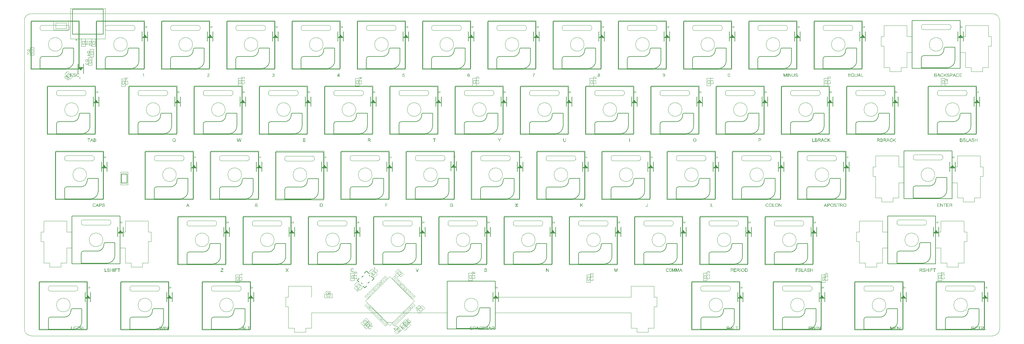
<source format=gto>
G04*
G04 #@! TF.GenerationSoftware,Altium Limited,Altium Designer,20.1.14 (287)*
G04*
G04 Layer_Color=65535*
%FSLAX44Y44*%
%MOMM*%
G71*
G04*
G04 #@! TF.SameCoordinates,5C55B924-89DB-47C2-A849-1888EFE622F2*
G04*
G04*
G04 #@! TF.FilePolarity,Positive*
G04*
G01*
G75*
%ADD10C,0.0127*%
%ADD11C,0.1000*%
%ADD12C,0.0130*%
%ADD13C,0.0000*%
%ADD14C,0.1501*%
%ADD15C,0.1270*%
%ADD16C,0.2000*%
%ADD17C,0.0500*%
G36*
X-113544Y-35761D02*
X-113501Y-35782D01*
X-113469Y-35803D01*
X-113458Y-35814D01*
X-113415Y-35879D01*
X-113404Y-35954D01*
X-113393Y-36018D01*
Y-36556D01*
X-113179Y-36641D01*
X-112985Y-36727D01*
X-112813Y-36792D01*
X-112652Y-36867D01*
X-112512Y-36921D01*
X-112383Y-36975D01*
X-112276Y-37028D01*
X-112179Y-37071D01*
X-112104Y-37104D01*
X-112040Y-37136D01*
X-111986Y-37168D01*
X-111943Y-37189D01*
X-111911Y-37200D01*
X-111889Y-37211D01*
X-111868Y-37222D01*
X-111664Y-37340D01*
X-111481Y-37458D01*
X-111331Y-37566D01*
X-111202Y-37662D01*
X-111105Y-37748D01*
X-111030Y-37823D01*
X-110987Y-37866D01*
X-110976Y-37877D01*
X-110869Y-38006D01*
X-110761Y-38146D01*
X-110675Y-38296D01*
X-110600Y-38425D01*
X-110546Y-38543D01*
X-110492Y-38640D01*
X-110471Y-38704D01*
X-110460Y-38715D01*
Y-38726D01*
X-108387Y-36427D01*
Y-36265D01*
X-108376Y-36169D01*
X-108354Y-36104D01*
X-108344Y-36061D01*
X-108333Y-36051D01*
X-108290Y-36008D01*
X-108236Y-35986D01*
X-108193Y-35975D01*
X-108182D01*
X-108118Y-35986D01*
X-108075Y-36008D01*
X-108043Y-36040D01*
X-108032Y-36051D01*
X-107989Y-36115D01*
X-107978Y-36179D01*
X-107968Y-36244D01*
Y-37501D01*
X-107978Y-37608D01*
X-108000Y-37673D01*
X-108021Y-37716D01*
X-108032Y-37727D01*
X-108075Y-37759D01*
X-108129Y-37780D01*
X-108161Y-37791D01*
X-108182D01*
X-108247Y-37780D01*
X-108290Y-37759D01*
X-108322Y-37737D01*
X-108333Y-37727D01*
X-108365Y-37662D01*
X-108376Y-37587D01*
X-108387Y-37522D01*
Y-37050D01*
X-110976Y-39918D01*
X-108387D01*
Y-39145D01*
X-108376Y-39048D01*
X-108354Y-38984D01*
X-108344Y-38941D01*
X-108333Y-38930D01*
X-108290Y-38887D01*
X-108236Y-38865D01*
X-108193Y-38855D01*
X-108182D01*
X-108118Y-38865D01*
X-108075Y-38887D01*
X-108043Y-38919D01*
X-108032Y-38930D01*
X-107989Y-38995D01*
X-107978Y-39059D01*
X-107968Y-39123D01*
Y-40896D01*
X-107978Y-41004D01*
X-108000Y-41068D01*
X-108021Y-41111D01*
X-108032Y-41122D01*
X-108075Y-41154D01*
X-108129Y-41175D01*
X-108161Y-41186D01*
X-108182D01*
X-108247Y-41175D01*
X-108290Y-41154D01*
X-108322Y-41133D01*
X-108333Y-41122D01*
X-108365Y-41057D01*
X-108376Y-40982D01*
X-108387Y-40918D01*
Y-40338D01*
X-113393D01*
Y-40896D01*
X-113404Y-41004D01*
X-113426Y-41068D01*
X-113447Y-41111D01*
X-113458Y-41122D01*
X-113501Y-41154D01*
X-113555Y-41175D01*
X-113587Y-41186D01*
X-113608D01*
X-113673Y-41175D01*
X-113716Y-41154D01*
X-113748Y-41133D01*
X-113759Y-41122D01*
X-113791Y-41057D01*
X-113802Y-40982D01*
X-113813Y-40918D01*
Y-39145D01*
X-113802Y-39048D01*
X-113780Y-38984D01*
X-113770Y-38941D01*
X-113759Y-38930D01*
X-113705Y-38887D01*
X-113662Y-38865D01*
X-113619Y-38855D01*
X-113608D01*
X-113544Y-38865D01*
X-113501Y-38887D01*
X-113469Y-38919D01*
X-113458Y-38930D01*
X-113415Y-38995D01*
X-113404Y-39059D01*
X-113393Y-39123D01*
Y-39918D01*
X-111535D01*
X-110772Y-39080D01*
X-110858Y-38833D01*
X-110965Y-38618D01*
X-111094Y-38425D01*
X-111212Y-38264D01*
X-111320Y-38135D01*
X-111406Y-38038D01*
X-111470Y-37974D01*
X-111481Y-37952D01*
X-111492D01*
X-111599Y-37866D01*
X-111739Y-37770D01*
X-111900Y-37684D01*
X-112072Y-37587D01*
X-112255Y-37490D01*
X-112448Y-37404D01*
X-112845Y-37232D01*
X-113039Y-37146D01*
X-113211Y-37071D01*
X-113383Y-37007D01*
X-113522Y-36953D01*
X-113641Y-36910D01*
X-113737Y-36878D01*
X-113791Y-36856D01*
X-113813Y-36846D01*
Y-36040D01*
X-113802Y-35932D01*
X-113780Y-35868D01*
X-113770Y-35825D01*
X-113759Y-35814D01*
X-113705Y-35771D01*
X-113662Y-35761D01*
X-113619Y-35750D01*
X-113608D01*
X-113544Y-35761D01*
D02*
G37*
G36*
X-399294D02*
X-399251Y-35782D01*
X-399219Y-35803D01*
X-399208Y-35814D01*
X-399165Y-35879D01*
X-399154Y-35954D01*
X-399143Y-36018D01*
Y-36556D01*
X-398929Y-36641D01*
X-398735Y-36727D01*
X-398563Y-36792D01*
X-398402Y-36867D01*
X-398262Y-36921D01*
X-398134Y-36975D01*
X-398026Y-37028D01*
X-397929Y-37071D01*
X-397854Y-37104D01*
X-397790Y-37136D01*
X-397736Y-37168D01*
X-397693Y-37189D01*
X-397661Y-37200D01*
X-397639Y-37211D01*
X-397618Y-37222D01*
X-397414Y-37340D01*
X-397231Y-37458D01*
X-397081Y-37566D01*
X-396952Y-37662D01*
X-396855Y-37748D01*
X-396780Y-37823D01*
X-396737Y-37866D01*
X-396726Y-37877D01*
X-396619Y-38006D01*
X-396511Y-38146D01*
X-396425Y-38296D01*
X-396350Y-38425D01*
X-396296Y-38543D01*
X-396242Y-38640D01*
X-396221Y-38704D01*
X-396210Y-38715D01*
Y-38726D01*
X-394137Y-36427D01*
Y-36265D01*
X-394126Y-36169D01*
X-394104Y-36104D01*
X-394094Y-36061D01*
X-394083Y-36051D01*
X-394040Y-36008D01*
X-393986Y-35986D01*
X-393943Y-35975D01*
X-393932D01*
X-393868Y-35986D01*
X-393825Y-36008D01*
X-393793Y-36040D01*
X-393782Y-36051D01*
X-393739Y-36115D01*
X-393728Y-36179D01*
X-393718Y-36244D01*
Y-37501D01*
X-393728Y-37608D01*
X-393750Y-37673D01*
X-393771Y-37716D01*
X-393782Y-37727D01*
X-393825Y-37759D01*
X-393879Y-37780D01*
X-393911Y-37791D01*
X-393932D01*
X-393997Y-37780D01*
X-394040Y-37759D01*
X-394072Y-37737D01*
X-394083Y-37727D01*
X-394115Y-37662D01*
X-394126Y-37587D01*
X-394137Y-37522D01*
Y-37050D01*
X-396726Y-39918D01*
X-394137D01*
Y-39145D01*
X-394126Y-39048D01*
X-394104Y-38984D01*
X-394094Y-38941D01*
X-394083Y-38930D01*
X-394040Y-38887D01*
X-393986Y-38865D01*
X-393943Y-38855D01*
X-393932D01*
X-393868Y-38865D01*
X-393825Y-38887D01*
X-393793Y-38919D01*
X-393782Y-38930D01*
X-393739Y-38995D01*
X-393728Y-39059D01*
X-393718Y-39123D01*
Y-40896D01*
X-393728Y-41004D01*
X-393750Y-41068D01*
X-393771Y-41111D01*
X-393782Y-41122D01*
X-393825Y-41154D01*
X-393879Y-41175D01*
X-393911Y-41186D01*
X-393932D01*
X-393997Y-41175D01*
X-394040Y-41154D01*
X-394072Y-41133D01*
X-394083Y-41122D01*
X-394115Y-41057D01*
X-394126Y-40982D01*
X-394137Y-40918D01*
Y-40338D01*
X-399143D01*
Y-40896D01*
X-399154Y-41004D01*
X-399176Y-41068D01*
X-399197Y-41111D01*
X-399208Y-41122D01*
X-399251Y-41154D01*
X-399305Y-41175D01*
X-399337Y-41186D01*
X-399358D01*
X-399423Y-41175D01*
X-399466Y-41154D01*
X-399498Y-41133D01*
X-399509Y-41122D01*
X-399541Y-41057D01*
X-399552Y-40982D01*
X-399562Y-40918D01*
Y-39145D01*
X-399552Y-39048D01*
X-399530Y-38984D01*
X-399520Y-38941D01*
X-399509Y-38930D01*
X-399455Y-38887D01*
X-399412Y-38865D01*
X-399369Y-38855D01*
X-399358D01*
X-399294Y-38865D01*
X-399251Y-38887D01*
X-399219Y-38919D01*
X-399208Y-38930D01*
X-399165Y-38995D01*
X-399154Y-39059D01*
X-399143Y-39123D01*
Y-39918D01*
X-397285D01*
X-396522Y-39080D01*
X-396608Y-38833D01*
X-396715Y-38618D01*
X-396844Y-38425D01*
X-396962Y-38264D01*
X-397070Y-38135D01*
X-397156Y-38038D01*
X-397220Y-37974D01*
X-397231Y-37952D01*
X-397242D01*
X-397349Y-37866D01*
X-397489Y-37770D01*
X-397650Y-37684D01*
X-397822Y-37587D01*
X-398005Y-37490D01*
X-398198Y-37404D01*
X-398596Y-37232D01*
X-398789Y-37146D01*
X-398961Y-37071D01*
X-399133Y-37007D01*
X-399272Y-36953D01*
X-399391Y-36910D01*
X-399487Y-36878D01*
X-399541Y-36856D01*
X-399562Y-36846D01*
Y-36040D01*
X-399552Y-35932D01*
X-399530Y-35868D01*
X-399520Y-35825D01*
X-399509Y-35814D01*
X-399455Y-35771D01*
X-399412Y-35761D01*
X-399369Y-35750D01*
X-399358D01*
X-399294Y-35761D01*
D02*
G37*
G36*
X-589794D02*
X-589751Y-35782D01*
X-589719Y-35803D01*
X-589708Y-35814D01*
X-589665Y-35879D01*
X-589654Y-35954D01*
X-589644Y-36018D01*
Y-36556D01*
X-589429Y-36641D01*
X-589235Y-36727D01*
X-589063Y-36792D01*
X-588902Y-36867D01*
X-588762Y-36921D01*
X-588633Y-36975D01*
X-588526Y-37028D01*
X-588429Y-37071D01*
X-588354Y-37104D01*
X-588290Y-37136D01*
X-588236Y-37168D01*
X-588193Y-37189D01*
X-588161Y-37200D01*
X-588139Y-37211D01*
X-588118Y-37222D01*
X-587914Y-37340D01*
X-587731Y-37458D01*
X-587581Y-37566D01*
X-587452Y-37662D01*
X-587355Y-37748D01*
X-587280Y-37823D01*
X-587237Y-37866D01*
X-587226Y-37877D01*
X-587119Y-38006D01*
X-587011Y-38146D01*
X-586925Y-38296D01*
X-586850Y-38425D01*
X-586796Y-38543D01*
X-586743Y-38640D01*
X-586721Y-38704D01*
X-586710Y-38715D01*
Y-38726D01*
X-584637Y-36427D01*
Y-36265D01*
X-584626Y-36169D01*
X-584604Y-36104D01*
X-584594Y-36061D01*
X-584583Y-36051D01*
X-584540Y-36008D01*
X-584486Y-35986D01*
X-584443Y-35975D01*
X-584432D01*
X-584368Y-35986D01*
X-584325Y-36008D01*
X-584293Y-36040D01*
X-584282Y-36051D01*
X-584239Y-36115D01*
X-584228Y-36179D01*
X-584218Y-36244D01*
Y-37501D01*
X-584228Y-37608D01*
X-584250Y-37673D01*
X-584271Y-37716D01*
X-584282Y-37727D01*
X-584325Y-37759D01*
X-584379Y-37780D01*
X-584411Y-37791D01*
X-584432D01*
X-584497Y-37780D01*
X-584540Y-37759D01*
X-584572Y-37737D01*
X-584583Y-37727D01*
X-584615Y-37662D01*
X-584626Y-37587D01*
X-584637Y-37522D01*
Y-37050D01*
X-587226Y-39918D01*
X-584637D01*
Y-39145D01*
X-584626Y-39048D01*
X-584604Y-38984D01*
X-584594Y-38941D01*
X-584583Y-38930D01*
X-584540Y-38887D01*
X-584486Y-38865D01*
X-584443Y-38855D01*
X-584432D01*
X-584368Y-38865D01*
X-584325Y-38887D01*
X-584293Y-38919D01*
X-584282Y-38930D01*
X-584239Y-38995D01*
X-584228Y-39059D01*
X-584218Y-39123D01*
Y-40896D01*
X-584228Y-41004D01*
X-584250Y-41068D01*
X-584271Y-41111D01*
X-584282Y-41122D01*
X-584325Y-41154D01*
X-584379Y-41175D01*
X-584411Y-41186D01*
X-584432D01*
X-584497Y-41175D01*
X-584540Y-41154D01*
X-584572Y-41133D01*
X-584583Y-41122D01*
X-584615Y-41057D01*
X-584626Y-40982D01*
X-584637Y-40918D01*
Y-40338D01*
X-589644D01*
Y-40896D01*
X-589654Y-41004D01*
X-589676Y-41068D01*
X-589697Y-41111D01*
X-589708Y-41122D01*
X-589751Y-41154D01*
X-589805Y-41175D01*
X-589837Y-41186D01*
X-589858D01*
X-589923Y-41175D01*
X-589966Y-41154D01*
X-589998Y-41133D01*
X-590009Y-41122D01*
X-590041Y-41057D01*
X-590052Y-40982D01*
X-590062Y-40918D01*
Y-39145D01*
X-590052Y-39048D01*
X-590030Y-38984D01*
X-590019Y-38941D01*
X-590009Y-38930D01*
X-589955Y-38887D01*
X-589912Y-38865D01*
X-589869Y-38855D01*
X-589858D01*
X-589794Y-38865D01*
X-589751Y-38887D01*
X-589719Y-38919D01*
X-589708Y-38930D01*
X-589665Y-38995D01*
X-589654Y-39059D01*
X-589644Y-39123D01*
Y-39918D01*
X-587785D01*
X-587022Y-39080D01*
X-587108Y-38833D01*
X-587215Y-38618D01*
X-587344Y-38425D01*
X-587462Y-38264D01*
X-587570Y-38135D01*
X-587656Y-38038D01*
X-587720Y-37974D01*
X-587731Y-37952D01*
X-587742D01*
X-587849Y-37866D01*
X-587989Y-37770D01*
X-588150Y-37684D01*
X-588322Y-37587D01*
X-588505Y-37490D01*
X-588698Y-37404D01*
X-589095Y-37232D01*
X-589289Y-37146D01*
X-589461Y-37071D01*
X-589633Y-37007D01*
X-589772Y-36953D01*
X-589891Y-36910D01*
X-589987Y-36878D01*
X-590041Y-36856D01*
X-590062Y-36846D01*
Y-36040D01*
X-590052Y-35932D01*
X-590030Y-35868D01*
X-590019Y-35825D01*
X-590009Y-35814D01*
X-589955Y-35771D01*
X-589912Y-35761D01*
X-589869Y-35750D01*
X-589858D01*
X-589794Y-35761D01*
D02*
G37*
G36*
X-780294D02*
X-780251Y-35782D01*
X-780219Y-35803D01*
X-780208Y-35814D01*
X-780165Y-35879D01*
X-780154Y-35954D01*
X-780144Y-36018D01*
Y-36556D01*
X-779929Y-36641D01*
X-779735Y-36727D01*
X-779563Y-36792D01*
X-779402Y-36867D01*
X-779262Y-36921D01*
X-779134Y-36975D01*
X-779026Y-37028D01*
X-778929Y-37071D01*
X-778854Y-37104D01*
X-778790Y-37136D01*
X-778736Y-37168D01*
X-778693Y-37189D01*
X-778661Y-37200D01*
X-778639Y-37211D01*
X-778618Y-37222D01*
X-778414Y-37340D01*
X-778231Y-37458D01*
X-778081Y-37566D01*
X-777952Y-37662D01*
X-777855Y-37748D01*
X-777780Y-37823D01*
X-777737Y-37866D01*
X-777726Y-37877D01*
X-777619Y-38006D01*
X-777511Y-38146D01*
X-777425Y-38296D01*
X-777350Y-38425D01*
X-777296Y-38543D01*
X-777243Y-38640D01*
X-777221Y-38704D01*
X-777210Y-38715D01*
Y-38726D01*
X-775137Y-36427D01*
Y-36265D01*
X-775126Y-36169D01*
X-775104Y-36104D01*
X-775094Y-36061D01*
X-775083Y-36051D01*
X-775040Y-36008D01*
X-774986Y-35986D01*
X-774943Y-35975D01*
X-774932D01*
X-774868Y-35986D01*
X-774825Y-36008D01*
X-774793Y-36040D01*
X-774782Y-36051D01*
X-774739Y-36115D01*
X-774728Y-36179D01*
X-774718Y-36244D01*
Y-37501D01*
X-774728Y-37608D01*
X-774750Y-37673D01*
X-774771Y-37716D01*
X-774782Y-37727D01*
X-774825Y-37759D01*
X-774879Y-37780D01*
X-774911Y-37791D01*
X-774932D01*
X-774997Y-37780D01*
X-775040Y-37759D01*
X-775072Y-37737D01*
X-775083Y-37727D01*
X-775115Y-37662D01*
X-775126Y-37587D01*
X-775137Y-37522D01*
Y-37050D01*
X-777726Y-39918D01*
X-775137D01*
Y-39145D01*
X-775126Y-39048D01*
X-775104Y-38984D01*
X-775094Y-38941D01*
X-775083Y-38930D01*
X-775040Y-38887D01*
X-774986Y-38865D01*
X-774943Y-38855D01*
X-774932D01*
X-774868Y-38865D01*
X-774825Y-38887D01*
X-774793Y-38919D01*
X-774782Y-38930D01*
X-774739Y-38995D01*
X-774728Y-39059D01*
X-774718Y-39123D01*
Y-40896D01*
X-774728Y-41004D01*
X-774750Y-41068D01*
X-774771Y-41111D01*
X-774782Y-41122D01*
X-774825Y-41154D01*
X-774879Y-41175D01*
X-774911Y-41186D01*
X-774932D01*
X-774997Y-41175D01*
X-775040Y-41154D01*
X-775072Y-41133D01*
X-775083Y-41122D01*
X-775115Y-41057D01*
X-775126Y-40982D01*
X-775137Y-40918D01*
Y-40338D01*
X-780144D01*
Y-40896D01*
X-780154Y-41004D01*
X-780176Y-41068D01*
X-780197Y-41111D01*
X-780208Y-41122D01*
X-780251Y-41154D01*
X-780305Y-41175D01*
X-780337Y-41186D01*
X-780358D01*
X-780423Y-41175D01*
X-780466Y-41154D01*
X-780498Y-41133D01*
X-780509Y-41122D01*
X-780541Y-41057D01*
X-780552Y-40982D01*
X-780563Y-40918D01*
Y-39145D01*
X-780552Y-39048D01*
X-780530Y-38984D01*
X-780519Y-38941D01*
X-780509Y-38930D01*
X-780455Y-38887D01*
X-780412Y-38865D01*
X-780369Y-38855D01*
X-780358D01*
X-780294Y-38865D01*
X-780251Y-38887D01*
X-780219Y-38919D01*
X-780208Y-38930D01*
X-780165Y-38995D01*
X-780154Y-39059D01*
X-780144Y-39123D01*
Y-39918D01*
X-778285D01*
X-777522Y-39080D01*
X-777608Y-38833D01*
X-777715Y-38618D01*
X-777844Y-38425D01*
X-777962Y-38264D01*
X-778070Y-38135D01*
X-778156Y-38038D01*
X-778220Y-37974D01*
X-778231Y-37952D01*
X-778242D01*
X-778349Y-37866D01*
X-778489Y-37770D01*
X-778650Y-37684D01*
X-778822Y-37587D01*
X-779005Y-37490D01*
X-779198Y-37404D01*
X-779595Y-37232D01*
X-779789Y-37146D01*
X-779961Y-37071D01*
X-780133Y-37007D01*
X-780272Y-36953D01*
X-780391Y-36910D01*
X-780487Y-36878D01*
X-780541Y-36856D01*
X-780563Y-36846D01*
Y-36040D01*
X-780552Y-35932D01*
X-780530Y-35868D01*
X-780519Y-35825D01*
X-780509Y-35814D01*
X-780455Y-35771D01*
X-780412Y-35761D01*
X-780369Y-35750D01*
X-780358D01*
X-780294Y-35761D01*
D02*
G37*
G36*
X-970794D02*
X-970751Y-35782D01*
X-970719Y-35803D01*
X-970708Y-35814D01*
X-970665Y-35879D01*
X-970654Y-35954D01*
X-970643Y-36018D01*
Y-36556D01*
X-970429Y-36641D01*
X-970235Y-36727D01*
X-970063Y-36792D01*
X-969902Y-36867D01*
X-969762Y-36921D01*
X-969633Y-36975D01*
X-969526Y-37028D01*
X-969429Y-37071D01*
X-969354Y-37104D01*
X-969290Y-37136D01*
X-969236Y-37168D01*
X-969193Y-37189D01*
X-969161Y-37200D01*
X-969139Y-37211D01*
X-969118Y-37222D01*
X-968914Y-37340D01*
X-968731Y-37458D01*
X-968581Y-37566D01*
X-968452Y-37662D01*
X-968355Y-37748D01*
X-968280Y-37823D01*
X-968237Y-37866D01*
X-968226Y-37877D01*
X-968119Y-38006D01*
X-968011Y-38146D01*
X-967925Y-38296D01*
X-967850Y-38425D01*
X-967796Y-38543D01*
X-967742Y-38640D01*
X-967721Y-38704D01*
X-967710Y-38715D01*
Y-38726D01*
X-965637Y-36427D01*
Y-36265D01*
X-965626Y-36169D01*
X-965604Y-36104D01*
X-965594Y-36061D01*
X-965583Y-36051D01*
X-965540Y-36008D01*
X-965486Y-35986D01*
X-965443Y-35975D01*
X-965433D01*
X-965368Y-35986D01*
X-965325Y-36008D01*
X-965293Y-36040D01*
X-965282Y-36051D01*
X-965239Y-36115D01*
X-965228Y-36179D01*
X-965218Y-36244D01*
Y-37501D01*
X-965228Y-37608D01*
X-965250Y-37673D01*
X-965271Y-37716D01*
X-965282Y-37727D01*
X-965325Y-37759D01*
X-965379Y-37780D01*
X-965411Y-37791D01*
X-965433D01*
X-965497Y-37780D01*
X-965540Y-37759D01*
X-965572Y-37737D01*
X-965583Y-37727D01*
X-965615Y-37662D01*
X-965626Y-37587D01*
X-965637Y-37522D01*
Y-37050D01*
X-968226Y-39918D01*
X-965637D01*
Y-39145D01*
X-965626Y-39048D01*
X-965604Y-38984D01*
X-965594Y-38941D01*
X-965583Y-38930D01*
X-965540Y-38887D01*
X-965486Y-38865D01*
X-965443Y-38855D01*
X-965433D01*
X-965368Y-38865D01*
X-965325Y-38887D01*
X-965293Y-38919D01*
X-965282Y-38930D01*
X-965239Y-38995D01*
X-965228Y-39059D01*
X-965218Y-39123D01*
Y-40896D01*
X-965228Y-41004D01*
X-965250Y-41068D01*
X-965271Y-41111D01*
X-965282Y-41122D01*
X-965325Y-41154D01*
X-965379Y-41175D01*
X-965411Y-41186D01*
X-965433D01*
X-965497Y-41175D01*
X-965540Y-41154D01*
X-965572Y-41133D01*
X-965583Y-41122D01*
X-965615Y-41057D01*
X-965626Y-40982D01*
X-965637Y-40918D01*
Y-40338D01*
X-970643D01*
Y-40896D01*
X-970654Y-41004D01*
X-970676Y-41068D01*
X-970697Y-41111D01*
X-970708Y-41122D01*
X-970751Y-41154D01*
X-970805Y-41175D01*
X-970837Y-41186D01*
X-970858D01*
X-970923Y-41175D01*
X-970966Y-41154D01*
X-970998Y-41133D01*
X-971009Y-41122D01*
X-971041Y-41057D01*
X-971052Y-40982D01*
X-971062Y-40918D01*
Y-39145D01*
X-971052Y-39048D01*
X-971030Y-38984D01*
X-971020Y-38941D01*
X-971009Y-38930D01*
X-970955Y-38887D01*
X-970912Y-38865D01*
X-970869Y-38855D01*
X-970858D01*
X-970794Y-38865D01*
X-970751Y-38887D01*
X-970719Y-38919D01*
X-970708Y-38930D01*
X-970665Y-38995D01*
X-970654Y-39059D01*
X-970643Y-39123D01*
Y-39918D01*
X-968785D01*
X-968022Y-39080D01*
X-968108Y-38833D01*
X-968215Y-38618D01*
X-968344Y-38425D01*
X-968462Y-38264D01*
X-968570Y-38135D01*
X-968656Y-38038D01*
X-968720Y-37974D01*
X-968731Y-37952D01*
X-968742D01*
X-968849Y-37866D01*
X-968989Y-37770D01*
X-969150Y-37684D01*
X-969322Y-37587D01*
X-969505Y-37490D01*
X-969698Y-37404D01*
X-970096Y-37232D01*
X-970289Y-37146D01*
X-970461Y-37071D01*
X-970633Y-37007D01*
X-970772Y-36953D01*
X-970891Y-36910D01*
X-970987Y-36878D01*
X-971041Y-36856D01*
X-971062Y-36846D01*
Y-36040D01*
X-971052Y-35932D01*
X-971030Y-35868D01*
X-971020Y-35825D01*
X-971009Y-35814D01*
X-970955Y-35771D01*
X-970912Y-35761D01*
X-970869Y-35750D01*
X-970858D01*
X-970794Y-35761D01*
D02*
G37*
G36*
X-1161294D02*
X-1161251Y-35782D01*
X-1161219Y-35803D01*
X-1161208Y-35814D01*
X-1161165Y-35879D01*
X-1161154Y-35954D01*
X-1161143Y-36018D01*
Y-36556D01*
X-1160929Y-36641D01*
X-1160735Y-36727D01*
X-1160563Y-36792D01*
X-1160402Y-36867D01*
X-1160262Y-36921D01*
X-1160134Y-36975D01*
X-1160026Y-37028D01*
X-1159929Y-37071D01*
X-1159854Y-37104D01*
X-1159790Y-37136D01*
X-1159736Y-37168D01*
X-1159693Y-37189D01*
X-1159661Y-37200D01*
X-1159639Y-37211D01*
X-1159618Y-37222D01*
X-1159414Y-37340D01*
X-1159231Y-37458D01*
X-1159081Y-37566D01*
X-1158952Y-37662D01*
X-1158855Y-37748D01*
X-1158780Y-37823D01*
X-1158737Y-37866D01*
X-1158726Y-37877D01*
X-1158619Y-38006D01*
X-1158511Y-38146D01*
X-1158425Y-38296D01*
X-1158350Y-38425D01*
X-1158296Y-38543D01*
X-1158242Y-38640D01*
X-1158221Y-38704D01*
X-1158210Y-38715D01*
Y-38726D01*
X-1156137Y-36427D01*
Y-36265D01*
X-1156126Y-36169D01*
X-1156104Y-36104D01*
X-1156094Y-36061D01*
X-1156083Y-36051D01*
X-1156040Y-36008D01*
X-1155986Y-35986D01*
X-1155943Y-35975D01*
X-1155932D01*
X-1155868Y-35986D01*
X-1155825Y-36008D01*
X-1155793Y-36040D01*
X-1155782Y-36051D01*
X-1155739Y-36115D01*
X-1155728Y-36179D01*
X-1155718Y-36244D01*
Y-37501D01*
X-1155728Y-37608D01*
X-1155750Y-37673D01*
X-1155771Y-37716D01*
X-1155782Y-37727D01*
X-1155825Y-37759D01*
X-1155879Y-37780D01*
X-1155911Y-37791D01*
X-1155932D01*
X-1155997Y-37780D01*
X-1156040Y-37759D01*
X-1156072Y-37737D01*
X-1156083Y-37727D01*
X-1156115Y-37662D01*
X-1156126Y-37587D01*
X-1156137Y-37522D01*
Y-37050D01*
X-1158726Y-39918D01*
X-1156137D01*
Y-39145D01*
X-1156126Y-39048D01*
X-1156104Y-38984D01*
X-1156094Y-38941D01*
X-1156083Y-38930D01*
X-1156040Y-38887D01*
X-1155986Y-38865D01*
X-1155943Y-38855D01*
X-1155932D01*
X-1155868Y-38865D01*
X-1155825Y-38887D01*
X-1155793Y-38919D01*
X-1155782Y-38930D01*
X-1155739Y-38995D01*
X-1155728Y-39059D01*
X-1155718Y-39123D01*
Y-40896D01*
X-1155728Y-41004D01*
X-1155750Y-41068D01*
X-1155771Y-41111D01*
X-1155782Y-41122D01*
X-1155825Y-41154D01*
X-1155879Y-41175D01*
X-1155911Y-41186D01*
X-1155932D01*
X-1155997Y-41175D01*
X-1156040Y-41154D01*
X-1156072Y-41133D01*
X-1156083Y-41122D01*
X-1156115Y-41057D01*
X-1156126Y-40982D01*
X-1156137Y-40918D01*
Y-40338D01*
X-1161143D01*
Y-40896D01*
X-1161154Y-41004D01*
X-1161176Y-41068D01*
X-1161197Y-41111D01*
X-1161208Y-41122D01*
X-1161251Y-41154D01*
X-1161305Y-41175D01*
X-1161337Y-41186D01*
X-1161358D01*
X-1161423Y-41175D01*
X-1161466Y-41154D01*
X-1161498Y-41133D01*
X-1161509Y-41122D01*
X-1161541Y-41057D01*
X-1161552Y-40982D01*
X-1161562Y-40918D01*
Y-39145D01*
X-1161552Y-39048D01*
X-1161530Y-38984D01*
X-1161519Y-38941D01*
X-1161509Y-38930D01*
X-1161455Y-38887D01*
X-1161412Y-38865D01*
X-1161369Y-38855D01*
X-1161358D01*
X-1161294Y-38865D01*
X-1161251Y-38887D01*
X-1161219Y-38919D01*
X-1161208Y-38930D01*
X-1161165Y-38995D01*
X-1161154Y-39059D01*
X-1161143Y-39123D01*
Y-39918D01*
X-1159285D01*
X-1158522Y-39080D01*
X-1158608Y-38833D01*
X-1158715Y-38618D01*
X-1158844Y-38425D01*
X-1158962Y-38264D01*
X-1159070Y-38135D01*
X-1159156Y-38038D01*
X-1159220Y-37974D01*
X-1159231Y-37952D01*
X-1159242D01*
X-1159349Y-37866D01*
X-1159489Y-37770D01*
X-1159650Y-37684D01*
X-1159822Y-37587D01*
X-1160005Y-37490D01*
X-1160198Y-37404D01*
X-1160595Y-37232D01*
X-1160789Y-37146D01*
X-1160961Y-37071D01*
X-1161133Y-37007D01*
X-1161272Y-36953D01*
X-1161391Y-36910D01*
X-1161487Y-36878D01*
X-1161541Y-36856D01*
X-1161562Y-36846D01*
Y-36040D01*
X-1161552Y-35932D01*
X-1161530Y-35868D01*
X-1161519Y-35825D01*
X-1161509Y-35814D01*
X-1161455Y-35771D01*
X-1161412Y-35761D01*
X-1161369Y-35750D01*
X-1161358D01*
X-1161294Y-35761D01*
D02*
G37*
G36*
X-1351794D02*
X-1351751Y-35782D01*
X-1351719Y-35803D01*
X-1351708Y-35814D01*
X-1351665Y-35879D01*
X-1351654Y-35954D01*
X-1351644Y-36018D01*
Y-36556D01*
X-1351429Y-36641D01*
X-1351235Y-36727D01*
X-1351063Y-36792D01*
X-1350902Y-36867D01*
X-1350762Y-36921D01*
X-1350634Y-36975D01*
X-1350526Y-37028D01*
X-1350429Y-37071D01*
X-1350354Y-37104D01*
X-1350290Y-37136D01*
X-1350236Y-37168D01*
X-1350193Y-37189D01*
X-1350161Y-37200D01*
X-1350139Y-37211D01*
X-1350118Y-37222D01*
X-1349914Y-37340D01*
X-1349731Y-37458D01*
X-1349581Y-37566D01*
X-1349452Y-37662D01*
X-1349355Y-37748D01*
X-1349280Y-37823D01*
X-1349237Y-37866D01*
X-1349226Y-37877D01*
X-1349119Y-38006D01*
X-1349011Y-38146D01*
X-1348925Y-38296D01*
X-1348850Y-38425D01*
X-1348796Y-38543D01*
X-1348743Y-38640D01*
X-1348721Y-38704D01*
X-1348710Y-38715D01*
Y-38726D01*
X-1346637Y-36427D01*
Y-36265D01*
X-1346626Y-36169D01*
X-1346604Y-36104D01*
X-1346594Y-36061D01*
X-1346583Y-36051D01*
X-1346540Y-36008D01*
X-1346486Y-35986D01*
X-1346443Y-35975D01*
X-1346432D01*
X-1346368Y-35986D01*
X-1346325Y-36008D01*
X-1346293Y-36040D01*
X-1346282Y-36051D01*
X-1346239Y-36115D01*
X-1346228Y-36179D01*
X-1346218Y-36244D01*
Y-37501D01*
X-1346228Y-37608D01*
X-1346250Y-37673D01*
X-1346271Y-37716D01*
X-1346282Y-37727D01*
X-1346325Y-37759D01*
X-1346379Y-37780D01*
X-1346411Y-37791D01*
X-1346432D01*
X-1346497Y-37780D01*
X-1346540Y-37759D01*
X-1346572Y-37737D01*
X-1346583Y-37727D01*
X-1346615Y-37662D01*
X-1346626Y-37587D01*
X-1346637Y-37522D01*
Y-37050D01*
X-1349226Y-39918D01*
X-1346637D01*
Y-39145D01*
X-1346626Y-39048D01*
X-1346604Y-38984D01*
X-1346594Y-38941D01*
X-1346583Y-38930D01*
X-1346540Y-38887D01*
X-1346486Y-38865D01*
X-1346443Y-38855D01*
X-1346432D01*
X-1346368Y-38865D01*
X-1346325Y-38887D01*
X-1346293Y-38919D01*
X-1346282Y-38930D01*
X-1346239Y-38995D01*
X-1346228Y-39059D01*
X-1346218Y-39123D01*
Y-40896D01*
X-1346228Y-41004D01*
X-1346250Y-41068D01*
X-1346271Y-41111D01*
X-1346282Y-41122D01*
X-1346325Y-41154D01*
X-1346379Y-41175D01*
X-1346411Y-41186D01*
X-1346432D01*
X-1346497Y-41175D01*
X-1346540Y-41154D01*
X-1346572Y-41133D01*
X-1346583Y-41122D01*
X-1346615Y-41057D01*
X-1346626Y-40982D01*
X-1346637Y-40918D01*
Y-40338D01*
X-1351644D01*
Y-40896D01*
X-1351654Y-41004D01*
X-1351676Y-41068D01*
X-1351697Y-41111D01*
X-1351708Y-41122D01*
X-1351751Y-41154D01*
X-1351805Y-41175D01*
X-1351837Y-41186D01*
X-1351858D01*
X-1351923Y-41175D01*
X-1351966Y-41154D01*
X-1351998Y-41133D01*
X-1352009Y-41122D01*
X-1352041Y-41057D01*
X-1352052Y-40982D01*
X-1352063Y-40918D01*
Y-39145D01*
X-1352052Y-39048D01*
X-1352030Y-38984D01*
X-1352020Y-38941D01*
X-1352009Y-38930D01*
X-1351955Y-38887D01*
X-1351912Y-38865D01*
X-1351869Y-38855D01*
X-1351858D01*
X-1351794Y-38865D01*
X-1351751Y-38887D01*
X-1351719Y-38919D01*
X-1351708Y-38930D01*
X-1351665Y-38995D01*
X-1351654Y-39059D01*
X-1351644Y-39123D01*
Y-39918D01*
X-1349785D01*
X-1349022Y-39080D01*
X-1349108Y-38833D01*
X-1349215Y-38618D01*
X-1349344Y-38425D01*
X-1349462Y-38264D01*
X-1349570Y-38135D01*
X-1349656Y-38038D01*
X-1349720Y-37974D01*
X-1349731Y-37952D01*
X-1349742D01*
X-1349849Y-37866D01*
X-1349989Y-37770D01*
X-1350150Y-37684D01*
X-1350322Y-37587D01*
X-1350505Y-37490D01*
X-1350698Y-37404D01*
X-1351095Y-37232D01*
X-1351289Y-37146D01*
X-1351461Y-37071D01*
X-1351633Y-37007D01*
X-1351772Y-36953D01*
X-1351891Y-36910D01*
X-1351987Y-36878D01*
X-1352041Y-36856D01*
X-1352063Y-36846D01*
Y-36040D01*
X-1352052Y-35932D01*
X-1352030Y-35868D01*
X-1352020Y-35825D01*
X-1352009Y-35814D01*
X-1351955Y-35771D01*
X-1351912Y-35761D01*
X-1351869Y-35750D01*
X-1351858D01*
X-1351794Y-35761D01*
D02*
G37*
G36*
X-1542294D02*
X-1542251Y-35782D01*
X-1542219Y-35803D01*
X-1542208Y-35814D01*
X-1542165Y-35879D01*
X-1542154Y-35954D01*
X-1542144Y-36018D01*
Y-36556D01*
X-1541929Y-36641D01*
X-1541735Y-36727D01*
X-1541563Y-36792D01*
X-1541402Y-36867D01*
X-1541262Y-36921D01*
X-1541134Y-36975D01*
X-1541026Y-37028D01*
X-1540929Y-37071D01*
X-1540854Y-37104D01*
X-1540790Y-37136D01*
X-1540736Y-37168D01*
X-1540693Y-37189D01*
X-1540661Y-37200D01*
X-1540639Y-37211D01*
X-1540618Y-37222D01*
X-1540414Y-37340D01*
X-1540231Y-37458D01*
X-1540081Y-37566D01*
X-1539952Y-37662D01*
X-1539855Y-37748D01*
X-1539780Y-37823D01*
X-1539737Y-37866D01*
X-1539726Y-37877D01*
X-1539619Y-38006D01*
X-1539511Y-38146D01*
X-1539425Y-38296D01*
X-1539350Y-38425D01*
X-1539296Y-38543D01*
X-1539243Y-38640D01*
X-1539221Y-38704D01*
X-1539210Y-38715D01*
Y-38726D01*
X-1537137Y-36427D01*
Y-36265D01*
X-1537126Y-36169D01*
X-1537104Y-36104D01*
X-1537094Y-36061D01*
X-1537083Y-36051D01*
X-1537040Y-36008D01*
X-1536986Y-35986D01*
X-1536943Y-35975D01*
X-1536933D01*
X-1536868Y-35986D01*
X-1536825Y-36008D01*
X-1536793Y-36040D01*
X-1536782Y-36051D01*
X-1536739Y-36115D01*
X-1536728Y-36179D01*
X-1536718Y-36244D01*
Y-37501D01*
X-1536728Y-37608D01*
X-1536750Y-37673D01*
X-1536771Y-37716D01*
X-1536782Y-37727D01*
X-1536825Y-37759D01*
X-1536879Y-37780D01*
X-1536911Y-37791D01*
X-1536933D01*
X-1536997Y-37780D01*
X-1537040Y-37759D01*
X-1537072Y-37737D01*
X-1537083Y-37727D01*
X-1537115Y-37662D01*
X-1537126Y-37587D01*
X-1537137Y-37522D01*
Y-37050D01*
X-1539726Y-39918D01*
X-1537137D01*
Y-39145D01*
X-1537126Y-39048D01*
X-1537104Y-38984D01*
X-1537094Y-38941D01*
X-1537083Y-38930D01*
X-1537040Y-38887D01*
X-1536986Y-38865D01*
X-1536943Y-38855D01*
X-1536933D01*
X-1536868Y-38865D01*
X-1536825Y-38887D01*
X-1536793Y-38919D01*
X-1536782Y-38930D01*
X-1536739Y-38995D01*
X-1536728Y-39059D01*
X-1536718Y-39123D01*
Y-40896D01*
X-1536728Y-41004D01*
X-1536750Y-41068D01*
X-1536771Y-41111D01*
X-1536782Y-41122D01*
X-1536825Y-41154D01*
X-1536879Y-41175D01*
X-1536911Y-41186D01*
X-1536933D01*
X-1536997Y-41175D01*
X-1537040Y-41154D01*
X-1537072Y-41133D01*
X-1537083Y-41122D01*
X-1537115Y-41057D01*
X-1537126Y-40982D01*
X-1537137Y-40918D01*
Y-40338D01*
X-1542144D01*
Y-40896D01*
X-1542154Y-41004D01*
X-1542176Y-41068D01*
X-1542197Y-41111D01*
X-1542208Y-41122D01*
X-1542251Y-41154D01*
X-1542305Y-41175D01*
X-1542337Y-41186D01*
X-1542358D01*
X-1542423Y-41175D01*
X-1542466Y-41154D01*
X-1542498Y-41133D01*
X-1542509Y-41122D01*
X-1542541Y-41057D01*
X-1542552Y-40982D01*
X-1542563Y-40918D01*
Y-39145D01*
X-1542552Y-39048D01*
X-1542530Y-38984D01*
X-1542520Y-38941D01*
X-1542509Y-38930D01*
X-1542455Y-38887D01*
X-1542412Y-38865D01*
X-1542369Y-38855D01*
X-1542358D01*
X-1542294Y-38865D01*
X-1542251Y-38887D01*
X-1542219Y-38919D01*
X-1542208Y-38930D01*
X-1542165Y-38995D01*
X-1542154Y-39059D01*
X-1542144Y-39123D01*
Y-39918D01*
X-1540285D01*
X-1539522Y-39080D01*
X-1539608Y-38833D01*
X-1539715Y-38618D01*
X-1539844Y-38425D01*
X-1539962Y-38264D01*
X-1540070Y-38135D01*
X-1540156Y-38038D01*
X-1540220Y-37974D01*
X-1540231Y-37952D01*
X-1540242D01*
X-1540349Y-37866D01*
X-1540489Y-37770D01*
X-1540650Y-37684D01*
X-1540822Y-37587D01*
X-1541005Y-37490D01*
X-1541198Y-37404D01*
X-1541595Y-37232D01*
X-1541789Y-37146D01*
X-1541961Y-37071D01*
X-1542133Y-37007D01*
X-1542272Y-36953D01*
X-1542391Y-36910D01*
X-1542487Y-36878D01*
X-1542541Y-36856D01*
X-1542563Y-36846D01*
Y-36040D01*
X-1542552Y-35932D01*
X-1542530Y-35868D01*
X-1542520Y-35825D01*
X-1542509Y-35814D01*
X-1542455Y-35771D01*
X-1542412Y-35761D01*
X-1542369Y-35750D01*
X-1542358D01*
X-1542294Y-35761D01*
D02*
G37*
G36*
X-1732794D02*
X-1732751Y-35782D01*
X-1732719Y-35803D01*
X-1732708Y-35814D01*
X-1732665Y-35879D01*
X-1732654Y-35954D01*
X-1732643Y-36018D01*
Y-36556D01*
X-1732429Y-36641D01*
X-1732235Y-36727D01*
X-1732063Y-36792D01*
X-1731902Y-36867D01*
X-1731762Y-36921D01*
X-1731633Y-36975D01*
X-1731526Y-37028D01*
X-1731429Y-37071D01*
X-1731354Y-37104D01*
X-1731290Y-37136D01*
X-1731236Y-37168D01*
X-1731193Y-37189D01*
X-1731161Y-37200D01*
X-1731139Y-37211D01*
X-1731118Y-37222D01*
X-1730914Y-37340D01*
X-1730731Y-37458D01*
X-1730581Y-37566D01*
X-1730452Y-37662D01*
X-1730355Y-37748D01*
X-1730280Y-37823D01*
X-1730237Y-37866D01*
X-1730226Y-37877D01*
X-1730119Y-38006D01*
X-1730011Y-38146D01*
X-1729925Y-38296D01*
X-1729850Y-38425D01*
X-1729796Y-38543D01*
X-1729742Y-38640D01*
X-1729721Y-38704D01*
X-1729710Y-38715D01*
Y-38726D01*
X-1727637Y-36427D01*
Y-36265D01*
X-1727626Y-36169D01*
X-1727604Y-36104D01*
X-1727594Y-36061D01*
X-1727583Y-36051D01*
X-1727540Y-36008D01*
X-1727486Y-35986D01*
X-1727443Y-35975D01*
X-1727433D01*
X-1727368Y-35986D01*
X-1727325Y-36008D01*
X-1727293Y-36040D01*
X-1727282Y-36051D01*
X-1727239Y-36115D01*
X-1727228Y-36179D01*
X-1727218Y-36244D01*
Y-37501D01*
X-1727228Y-37608D01*
X-1727250Y-37673D01*
X-1727271Y-37716D01*
X-1727282Y-37727D01*
X-1727325Y-37759D01*
X-1727379Y-37780D01*
X-1727411Y-37791D01*
X-1727433D01*
X-1727497Y-37780D01*
X-1727540Y-37759D01*
X-1727572Y-37737D01*
X-1727583Y-37727D01*
X-1727615Y-37662D01*
X-1727626Y-37587D01*
X-1727637Y-37522D01*
Y-37050D01*
X-1730226Y-39918D01*
X-1727637D01*
Y-39145D01*
X-1727626Y-39048D01*
X-1727604Y-38984D01*
X-1727594Y-38941D01*
X-1727583Y-38930D01*
X-1727540Y-38887D01*
X-1727486Y-38865D01*
X-1727443Y-38855D01*
X-1727433D01*
X-1727368Y-38865D01*
X-1727325Y-38887D01*
X-1727293Y-38919D01*
X-1727282Y-38930D01*
X-1727239Y-38995D01*
X-1727228Y-39059D01*
X-1727218Y-39123D01*
Y-40896D01*
X-1727228Y-41004D01*
X-1727250Y-41068D01*
X-1727271Y-41111D01*
X-1727282Y-41122D01*
X-1727325Y-41154D01*
X-1727379Y-41175D01*
X-1727411Y-41186D01*
X-1727433D01*
X-1727497Y-41175D01*
X-1727540Y-41154D01*
X-1727572Y-41133D01*
X-1727583Y-41122D01*
X-1727615Y-41057D01*
X-1727626Y-40982D01*
X-1727637Y-40918D01*
Y-40338D01*
X-1732643D01*
Y-40896D01*
X-1732654Y-41004D01*
X-1732676Y-41068D01*
X-1732697Y-41111D01*
X-1732708Y-41122D01*
X-1732751Y-41154D01*
X-1732805Y-41175D01*
X-1732837Y-41186D01*
X-1732858D01*
X-1732923Y-41175D01*
X-1732966Y-41154D01*
X-1732998Y-41133D01*
X-1733009Y-41122D01*
X-1733041Y-41057D01*
X-1733052Y-40982D01*
X-1733062Y-40918D01*
Y-39145D01*
X-1733052Y-39048D01*
X-1733030Y-38984D01*
X-1733020Y-38941D01*
X-1733009Y-38930D01*
X-1732955Y-38887D01*
X-1732912Y-38865D01*
X-1732869Y-38855D01*
X-1732858D01*
X-1732794Y-38865D01*
X-1732751Y-38887D01*
X-1732719Y-38919D01*
X-1732708Y-38930D01*
X-1732665Y-38995D01*
X-1732654Y-39059D01*
X-1732643Y-39123D01*
Y-39918D01*
X-1730785D01*
X-1730022Y-39080D01*
X-1730108Y-38833D01*
X-1730215Y-38618D01*
X-1730344Y-38425D01*
X-1730462Y-38264D01*
X-1730570Y-38135D01*
X-1730656Y-38038D01*
X-1730720Y-37974D01*
X-1730731Y-37952D01*
X-1730742D01*
X-1730849Y-37866D01*
X-1730989Y-37770D01*
X-1731150Y-37684D01*
X-1731322Y-37587D01*
X-1731505Y-37490D01*
X-1731698Y-37404D01*
X-1732095Y-37232D01*
X-1732289Y-37146D01*
X-1732461Y-37071D01*
X-1732633Y-37007D01*
X-1732772Y-36953D01*
X-1732891Y-36910D01*
X-1732987Y-36878D01*
X-1733041Y-36856D01*
X-1733062Y-36846D01*
Y-36040D01*
X-1733052Y-35932D01*
X-1733030Y-35868D01*
X-1733020Y-35825D01*
X-1733009Y-35814D01*
X-1732955Y-35771D01*
X-1732912Y-35761D01*
X-1732869Y-35750D01*
X-1732858D01*
X-1732794Y-35761D01*
D02*
G37*
G36*
X-1923294D02*
X-1923251Y-35782D01*
X-1923219Y-35803D01*
X-1923208Y-35814D01*
X-1923165Y-35879D01*
X-1923154Y-35954D01*
X-1923143Y-36018D01*
Y-36556D01*
X-1922929Y-36641D01*
X-1922735Y-36727D01*
X-1922563Y-36792D01*
X-1922402Y-36867D01*
X-1922262Y-36921D01*
X-1922133Y-36975D01*
X-1922026Y-37028D01*
X-1921929Y-37071D01*
X-1921854Y-37104D01*
X-1921790Y-37136D01*
X-1921736Y-37168D01*
X-1921693Y-37189D01*
X-1921661Y-37200D01*
X-1921639Y-37211D01*
X-1921618Y-37222D01*
X-1921414Y-37340D01*
X-1921231Y-37458D01*
X-1921081Y-37566D01*
X-1920952Y-37662D01*
X-1920855Y-37748D01*
X-1920780Y-37823D01*
X-1920737Y-37866D01*
X-1920726Y-37877D01*
X-1920619Y-38006D01*
X-1920511Y-38146D01*
X-1920425Y-38296D01*
X-1920350Y-38425D01*
X-1920296Y-38543D01*
X-1920242Y-38640D01*
X-1920221Y-38704D01*
X-1920210Y-38715D01*
Y-38726D01*
X-1918137Y-36427D01*
Y-36265D01*
X-1918126Y-36169D01*
X-1918104Y-36104D01*
X-1918094Y-36061D01*
X-1918083Y-36051D01*
X-1918040Y-36008D01*
X-1917986Y-35986D01*
X-1917943Y-35975D01*
X-1917932D01*
X-1917868Y-35986D01*
X-1917825Y-36008D01*
X-1917793Y-36040D01*
X-1917782Y-36051D01*
X-1917739Y-36115D01*
X-1917728Y-36179D01*
X-1917718Y-36244D01*
Y-37501D01*
X-1917728Y-37608D01*
X-1917750Y-37673D01*
X-1917771Y-37716D01*
X-1917782Y-37727D01*
X-1917825Y-37759D01*
X-1917879Y-37780D01*
X-1917911Y-37791D01*
X-1917932D01*
X-1917997Y-37780D01*
X-1918040Y-37759D01*
X-1918072Y-37737D01*
X-1918083Y-37727D01*
X-1918115Y-37662D01*
X-1918126Y-37587D01*
X-1918137Y-37522D01*
Y-37050D01*
X-1920726Y-39918D01*
X-1918137D01*
Y-39145D01*
X-1918126Y-39048D01*
X-1918104Y-38984D01*
X-1918094Y-38941D01*
X-1918083Y-38930D01*
X-1918040Y-38887D01*
X-1917986Y-38865D01*
X-1917943Y-38855D01*
X-1917932D01*
X-1917868Y-38865D01*
X-1917825Y-38887D01*
X-1917793Y-38919D01*
X-1917782Y-38930D01*
X-1917739Y-38995D01*
X-1917728Y-39059D01*
X-1917718Y-39123D01*
Y-40896D01*
X-1917728Y-41004D01*
X-1917750Y-41068D01*
X-1917771Y-41111D01*
X-1917782Y-41122D01*
X-1917825Y-41154D01*
X-1917879Y-41175D01*
X-1917911Y-41186D01*
X-1917932D01*
X-1917997Y-41175D01*
X-1918040Y-41154D01*
X-1918072Y-41133D01*
X-1918083Y-41122D01*
X-1918115Y-41057D01*
X-1918126Y-40982D01*
X-1918137Y-40918D01*
Y-40338D01*
X-1923143D01*
Y-40896D01*
X-1923154Y-41004D01*
X-1923176Y-41068D01*
X-1923197Y-41111D01*
X-1923208Y-41122D01*
X-1923251Y-41154D01*
X-1923305Y-41175D01*
X-1923337Y-41186D01*
X-1923358D01*
X-1923423Y-41175D01*
X-1923466Y-41154D01*
X-1923498Y-41133D01*
X-1923509Y-41122D01*
X-1923541Y-41057D01*
X-1923552Y-40982D01*
X-1923562Y-40918D01*
Y-39145D01*
X-1923552Y-39048D01*
X-1923530Y-38984D01*
X-1923519Y-38941D01*
X-1923509Y-38930D01*
X-1923455Y-38887D01*
X-1923412Y-38865D01*
X-1923369Y-38855D01*
X-1923358D01*
X-1923294Y-38865D01*
X-1923251Y-38887D01*
X-1923219Y-38919D01*
X-1923208Y-38930D01*
X-1923165Y-38995D01*
X-1923154Y-39059D01*
X-1923143Y-39123D01*
Y-39918D01*
X-1921285D01*
X-1920522Y-39080D01*
X-1920608Y-38833D01*
X-1920715Y-38618D01*
X-1920844Y-38425D01*
X-1920962Y-38264D01*
X-1921070Y-38135D01*
X-1921156Y-38038D01*
X-1921220Y-37974D01*
X-1921231Y-37952D01*
X-1921242D01*
X-1921349Y-37866D01*
X-1921489Y-37770D01*
X-1921650Y-37684D01*
X-1921822Y-37587D01*
X-1922005Y-37490D01*
X-1922198Y-37404D01*
X-1922596Y-37232D01*
X-1922789Y-37146D01*
X-1922961Y-37071D01*
X-1923133Y-37007D01*
X-1923272Y-36953D01*
X-1923391Y-36910D01*
X-1923487Y-36878D01*
X-1923541Y-36856D01*
X-1923562Y-36846D01*
Y-36040D01*
X-1923552Y-35932D01*
X-1923530Y-35868D01*
X-1923519Y-35825D01*
X-1923509Y-35814D01*
X-1923455Y-35771D01*
X-1923412Y-35761D01*
X-1923369Y-35750D01*
X-1923358D01*
X-1923294Y-35761D01*
D02*
G37*
G36*
X-2113794D02*
X-2113751Y-35782D01*
X-2113719Y-35803D01*
X-2113708Y-35814D01*
X-2113665Y-35879D01*
X-2113654Y-35954D01*
X-2113643Y-36018D01*
Y-36556D01*
X-2113429Y-36641D01*
X-2113235Y-36727D01*
X-2113063Y-36792D01*
X-2112902Y-36867D01*
X-2112762Y-36921D01*
X-2112634Y-36975D01*
X-2112526Y-37028D01*
X-2112429Y-37071D01*
X-2112354Y-37104D01*
X-2112290Y-37136D01*
X-2112236Y-37168D01*
X-2112193Y-37189D01*
X-2112161Y-37200D01*
X-2112139Y-37211D01*
X-2112118Y-37222D01*
X-2111914Y-37340D01*
X-2111731Y-37458D01*
X-2111581Y-37566D01*
X-2111452Y-37662D01*
X-2111355Y-37748D01*
X-2111280Y-37823D01*
X-2111237Y-37866D01*
X-2111226Y-37877D01*
X-2111119Y-38006D01*
X-2111011Y-38146D01*
X-2110925Y-38296D01*
X-2110850Y-38425D01*
X-2110796Y-38543D01*
X-2110742Y-38640D01*
X-2110721Y-38704D01*
X-2110710Y-38715D01*
Y-38726D01*
X-2108637Y-36427D01*
Y-36265D01*
X-2108626Y-36169D01*
X-2108604Y-36104D01*
X-2108594Y-36061D01*
X-2108583Y-36051D01*
X-2108540Y-36008D01*
X-2108486Y-35986D01*
X-2108443Y-35975D01*
X-2108432D01*
X-2108368Y-35986D01*
X-2108325Y-36008D01*
X-2108293Y-36040D01*
X-2108282Y-36051D01*
X-2108239Y-36115D01*
X-2108228Y-36179D01*
X-2108218Y-36244D01*
Y-37501D01*
X-2108228Y-37608D01*
X-2108250Y-37673D01*
X-2108271Y-37716D01*
X-2108282Y-37727D01*
X-2108325Y-37759D01*
X-2108379Y-37780D01*
X-2108411Y-37791D01*
X-2108432D01*
X-2108497Y-37780D01*
X-2108540Y-37759D01*
X-2108572Y-37737D01*
X-2108583Y-37727D01*
X-2108615Y-37662D01*
X-2108626Y-37587D01*
X-2108637Y-37522D01*
Y-37050D01*
X-2111226Y-39918D01*
X-2108637D01*
Y-39145D01*
X-2108626Y-39048D01*
X-2108604Y-38984D01*
X-2108594Y-38941D01*
X-2108583Y-38930D01*
X-2108540Y-38887D01*
X-2108486Y-38865D01*
X-2108443Y-38855D01*
X-2108432D01*
X-2108368Y-38865D01*
X-2108325Y-38887D01*
X-2108293Y-38919D01*
X-2108282Y-38930D01*
X-2108239Y-38995D01*
X-2108228Y-39059D01*
X-2108218Y-39123D01*
Y-40896D01*
X-2108228Y-41004D01*
X-2108250Y-41068D01*
X-2108271Y-41111D01*
X-2108282Y-41122D01*
X-2108325Y-41154D01*
X-2108379Y-41175D01*
X-2108411Y-41186D01*
X-2108432D01*
X-2108497Y-41175D01*
X-2108540Y-41154D01*
X-2108572Y-41133D01*
X-2108583Y-41122D01*
X-2108615Y-41057D01*
X-2108626Y-40982D01*
X-2108637Y-40918D01*
Y-40338D01*
X-2113643D01*
Y-40896D01*
X-2113654Y-41004D01*
X-2113676Y-41068D01*
X-2113697Y-41111D01*
X-2113708Y-41122D01*
X-2113751Y-41154D01*
X-2113805Y-41175D01*
X-2113837Y-41186D01*
X-2113858D01*
X-2113923Y-41175D01*
X-2113966Y-41154D01*
X-2113998Y-41133D01*
X-2114009Y-41122D01*
X-2114041Y-41057D01*
X-2114052Y-40982D01*
X-2114062Y-40918D01*
Y-39145D01*
X-2114052Y-39048D01*
X-2114030Y-38984D01*
X-2114019Y-38941D01*
X-2114009Y-38930D01*
X-2113955Y-38887D01*
X-2113912Y-38865D01*
X-2113869Y-38855D01*
X-2113858D01*
X-2113794Y-38865D01*
X-2113751Y-38887D01*
X-2113719Y-38919D01*
X-2113708Y-38930D01*
X-2113665Y-38995D01*
X-2113654Y-39059D01*
X-2113643Y-39123D01*
Y-39918D01*
X-2111785D01*
X-2111022Y-39080D01*
X-2111108Y-38833D01*
X-2111215Y-38618D01*
X-2111344Y-38425D01*
X-2111462Y-38264D01*
X-2111570Y-38135D01*
X-2111656Y-38038D01*
X-2111720Y-37974D01*
X-2111731Y-37952D01*
X-2111742D01*
X-2111849Y-37866D01*
X-2111989Y-37770D01*
X-2112150Y-37684D01*
X-2112322Y-37587D01*
X-2112505Y-37490D01*
X-2112698Y-37404D01*
X-2113096Y-37232D01*
X-2113289Y-37146D01*
X-2113461Y-37071D01*
X-2113633Y-37007D01*
X-2113772Y-36953D01*
X-2113891Y-36910D01*
X-2113987Y-36878D01*
X-2114041Y-36856D01*
X-2114062Y-36846D01*
Y-36040D01*
X-2114052Y-35932D01*
X-2114030Y-35868D01*
X-2114019Y-35825D01*
X-2114009Y-35814D01*
X-2113955Y-35771D01*
X-2113912Y-35761D01*
X-2113869Y-35750D01*
X-2113858D01*
X-2113794Y-35761D01*
D02*
G37*
G36*
X-2304294D02*
X-2304251Y-35782D01*
X-2304219Y-35803D01*
X-2304208Y-35814D01*
X-2304165Y-35879D01*
X-2304154Y-35954D01*
X-2304144Y-36018D01*
Y-36556D01*
X-2303929Y-36641D01*
X-2303735Y-36727D01*
X-2303563Y-36792D01*
X-2303402Y-36867D01*
X-2303262Y-36921D01*
X-2303134Y-36975D01*
X-2303026Y-37028D01*
X-2302929Y-37071D01*
X-2302854Y-37104D01*
X-2302790Y-37136D01*
X-2302736Y-37168D01*
X-2302693Y-37189D01*
X-2302661Y-37200D01*
X-2302639Y-37211D01*
X-2302618Y-37222D01*
X-2302414Y-37340D01*
X-2302231Y-37458D01*
X-2302081Y-37566D01*
X-2301952Y-37662D01*
X-2301855Y-37748D01*
X-2301780Y-37823D01*
X-2301737Y-37866D01*
X-2301726Y-37877D01*
X-2301619Y-38006D01*
X-2301511Y-38146D01*
X-2301425Y-38296D01*
X-2301350Y-38425D01*
X-2301296Y-38543D01*
X-2301243Y-38640D01*
X-2301221Y-38704D01*
X-2301210Y-38715D01*
Y-38726D01*
X-2299137Y-36427D01*
Y-36265D01*
X-2299126Y-36169D01*
X-2299104Y-36104D01*
X-2299094Y-36061D01*
X-2299083Y-36051D01*
X-2299040Y-36008D01*
X-2298986Y-35986D01*
X-2298943Y-35975D01*
X-2298932D01*
X-2298868Y-35986D01*
X-2298825Y-36008D01*
X-2298793Y-36040D01*
X-2298782Y-36051D01*
X-2298739Y-36115D01*
X-2298728Y-36179D01*
X-2298718Y-36244D01*
Y-37501D01*
X-2298728Y-37608D01*
X-2298750Y-37673D01*
X-2298771Y-37716D01*
X-2298782Y-37727D01*
X-2298825Y-37759D01*
X-2298879Y-37780D01*
X-2298911Y-37791D01*
X-2298932D01*
X-2298997Y-37780D01*
X-2299040Y-37759D01*
X-2299072Y-37737D01*
X-2299083Y-37727D01*
X-2299115Y-37662D01*
X-2299126Y-37587D01*
X-2299137Y-37522D01*
Y-37050D01*
X-2301726Y-39918D01*
X-2299137D01*
Y-39145D01*
X-2299126Y-39048D01*
X-2299104Y-38984D01*
X-2299094Y-38941D01*
X-2299083Y-38930D01*
X-2299040Y-38887D01*
X-2298986Y-38865D01*
X-2298943Y-38855D01*
X-2298932D01*
X-2298868Y-38865D01*
X-2298825Y-38887D01*
X-2298793Y-38919D01*
X-2298782Y-38930D01*
X-2298739Y-38995D01*
X-2298728Y-39059D01*
X-2298718Y-39123D01*
Y-40896D01*
X-2298728Y-41004D01*
X-2298750Y-41068D01*
X-2298771Y-41111D01*
X-2298782Y-41122D01*
X-2298825Y-41154D01*
X-2298879Y-41175D01*
X-2298911Y-41186D01*
X-2298932D01*
X-2298997Y-41175D01*
X-2299040Y-41154D01*
X-2299072Y-41133D01*
X-2299083Y-41122D01*
X-2299115Y-41057D01*
X-2299126Y-40982D01*
X-2299137Y-40918D01*
Y-40338D01*
X-2304144D01*
Y-40896D01*
X-2304154Y-41004D01*
X-2304176Y-41068D01*
X-2304197Y-41111D01*
X-2304208Y-41122D01*
X-2304251Y-41154D01*
X-2304305Y-41175D01*
X-2304337Y-41186D01*
X-2304358D01*
X-2304423Y-41175D01*
X-2304466Y-41154D01*
X-2304498Y-41133D01*
X-2304509Y-41122D01*
X-2304541Y-41057D01*
X-2304552Y-40982D01*
X-2304563Y-40918D01*
Y-39145D01*
X-2304552Y-39048D01*
X-2304530Y-38984D01*
X-2304520Y-38941D01*
X-2304509Y-38930D01*
X-2304455Y-38887D01*
X-2304412Y-38865D01*
X-2304369Y-38855D01*
X-2304358D01*
X-2304294Y-38865D01*
X-2304251Y-38887D01*
X-2304219Y-38919D01*
X-2304208Y-38930D01*
X-2304165Y-38995D01*
X-2304154Y-39059D01*
X-2304144Y-39123D01*
Y-39918D01*
X-2302285D01*
X-2301522Y-39080D01*
X-2301608Y-38833D01*
X-2301715Y-38618D01*
X-2301844Y-38425D01*
X-2301962Y-38264D01*
X-2302070Y-38135D01*
X-2302156Y-38038D01*
X-2302220Y-37974D01*
X-2302231Y-37952D01*
X-2302242D01*
X-2302349Y-37866D01*
X-2302489Y-37770D01*
X-2302650Y-37684D01*
X-2302822Y-37587D01*
X-2303005Y-37490D01*
X-2303198Y-37404D01*
X-2303595Y-37232D01*
X-2303789Y-37146D01*
X-2303961Y-37071D01*
X-2304133Y-37007D01*
X-2304272Y-36953D01*
X-2304391Y-36910D01*
X-2304487Y-36878D01*
X-2304541Y-36856D01*
X-2304563Y-36846D01*
Y-36040D01*
X-2304552Y-35932D01*
X-2304530Y-35868D01*
X-2304520Y-35825D01*
X-2304509Y-35814D01*
X-2304455Y-35771D01*
X-2304412Y-35761D01*
X-2304369Y-35750D01*
X-2304358D01*
X-2304294Y-35761D01*
D02*
G37*
G36*
X-2494794D02*
X-2494751Y-35782D01*
X-2494719Y-35803D01*
X-2494708Y-35814D01*
X-2494665Y-35879D01*
X-2494654Y-35954D01*
X-2494644Y-36018D01*
Y-36556D01*
X-2494429Y-36641D01*
X-2494235Y-36727D01*
X-2494063Y-36792D01*
X-2493902Y-36867D01*
X-2493762Y-36921D01*
X-2493634Y-36975D01*
X-2493526Y-37028D01*
X-2493429Y-37071D01*
X-2493354Y-37104D01*
X-2493290Y-37136D01*
X-2493236Y-37168D01*
X-2493193Y-37189D01*
X-2493161Y-37200D01*
X-2493139Y-37211D01*
X-2493118Y-37222D01*
X-2492914Y-37340D01*
X-2492731Y-37458D01*
X-2492581Y-37566D01*
X-2492452Y-37662D01*
X-2492355Y-37748D01*
X-2492280Y-37823D01*
X-2492237Y-37866D01*
X-2492226Y-37877D01*
X-2492119Y-38006D01*
X-2492011Y-38146D01*
X-2491925Y-38296D01*
X-2491850Y-38425D01*
X-2491796Y-38543D01*
X-2491743Y-38640D01*
X-2491721Y-38704D01*
X-2491710Y-38715D01*
Y-38726D01*
X-2489637Y-36427D01*
Y-36265D01*
X-2489626Y-36169D01*
X-2489604Y-36104D01*
X-2489594Y-36061D01*
X-2489583Y-36051D01*
X-2489540Y-36008D01*
X-2489486Y-35986D01*
X-2489443Y-35975D01*
X-2489433D01*
X-2489368Y-35986D01*
X-2489325Y-36008D01*
X-2489293Y-36040D01*
X-2489282Y-36051D01*
X-2489239Y-36115D01*
X-2489228Y-36179D01*
X-2489218Y-36244D01*
Y-37501D01*
X-2489228Y-37608D01*
X-2489250Y-37673D01*
X-2489271Y-37716D01*
X-2489282Y-37727D01*
X-2489325Y-37759D01*
X-2489379Y-37780D01*
X-2489411Y-37791D01*
X-2489433D01*
X-2489497Y-37780D01*
X-2489540Y-37759D01*
X-2489572Y-37737D01*
X-2489583Y-37727D01*
X-2489615Y-37662D01*
X-2489626Y-37587D01*
X-2489637Y-37522D01*
Y-37050D01*
X-2492226Y-39918D01*
X-2489637D01*
Y-39145D01*
X-2489626Y-39048D01*
X-2489604Y-38984D01*
X-2489594Y-38941D01*
X-2489583Y-38930D01*
X-2489540Y-38887D01*
X-2489486Y-38865D01*
X-2489443Y-38855D01*
X-2489433D01*
X-2489368Y-38865D01*
X-2489325Y-38887D01*
X-2489293Y-38919D01*
X-2489282Y-38930D01*
X-2489239Y-38995D01*
X-2489228Y-39059D01*
X-2489218Y-39123D01*
Y-40896D01*
X-2489228Y-41004D01*
X-2489250Y-41068D01*
X-2489271Y-41111D01*
X-2489282Y-41122D01*
X-2489325Y-41154D01*
X-2489379Y-41175D01*
X-2489411Y-41186D01*
X-2489433D01*
X-2489497Y-41175D01*
X-2489540Y-41154D01*
X-2489572Y-41133D01*
X-2489583Y-41122D01*
X-2489615Y-41057D01*
X-2489626Y-40982D01*
X-2489637Y-40918D01*
Y-40338D01*
X-2494644D01*
Y-40896D01*
X-2494654Y-41004D01*
X-2494676Y-41068D01*
X-2494697Y-41111D01*
X-2494708Y-41122D01*
X-2494751Y-41154D01*
X-2494805Y-41175D01*
X-2494837Y-41186D01*
X-2494858D01*
X-2494923Y-41175D01*
X-2494966Y-41154D01*
X-2494998Y-41133D01*
X-2495009Y-41122D01*
X-2495041Y-41057D01*
X-2495052Y-40982D01*
X-2495063Y-40918D01*
Y-39145D01*
X-2495052Y-39048D01*
X-2495030Y-38984D01*
X-2495020Y-38941D01*
X-2495009Y-38930D01*
X-2494955Y-38887D01*
X-2494912Y-38865D01*
X-2494869Y-38855D01*
X-2494858D01*
X-2494794Y-38865D01*
X-2494751Y-38887D01*
X-2494719Y-38919D01*
X-2494708Y-38930D01*
X-2494665Y-38995D01*
X-2494654Y-39059D01*
X-2494644Y-39123D01*
Y-39918D01*
X-2492785D01*
X-2492022Y-39080D01*
X-2492108Y-38833D01*
X-2492215Y-38618D01*
X-2492344Y-38425D01*
X-2492462Y-38264D01*
X-2492570Y-38135D01*
X-2492656Y-38038D01*
X-2492720Y-37974D01*
X-2492731Y-37952D01*
X-2492742D01*
X-2492849Y-37866D01*
X-2492989Y-37770D01*
X-2493150Y-37684D01*
X-2493322Y-37587D01*
X-2493505Y-37490D01*
X-2493698Y-37404D01*
X-2494095Y-37232D01*
X-2494289Y-37146D01*
X-2494461Y-37071D01*
X-2494633Y-37007D01*
X-2494772Y-36953D01*
X-2494891Y-36910D01*
X-2494987Y-36878D01*
X-2495041Y-36856D01*
X-2495063Y-36846D01*
Y-36040D01*
X-2495052Y-35932D01*
X-2495030Y-35868D01*
X-2495020Y-35825D01*
X-2495009Y-35814D01*
X-2494955Y-35771D01*
X-2494912Y-35761D01*
X-2494869Y-35750D01*
X-2494858D01*
X-2494794Y-35761D01*
D02*
G37*
G36*
X-1549529Y-175111D02*
X-1549431D01*
X-1549320Y-175125D01*
X-1549057Y-175181D01*
X-1548766Y-175250D01*
X-1548461Y-175361D01*
X-1548156Y-175527D01*
X-1548003Y-175625D01*
X-1547864Y-175735D01*
X-1547850Y-175749D01*
X-1547836Y-175763D01*
X-1547795Y-175805D01*
X-1547753Y-175846D01*
X-1547684Y-175916D01*
X-1547628Y-175999D01*
X-1547476Y-176193D01*
X-1547323Y-176443D01*
X-1547185Y-176748D01*
X-1547060Y-177095D01*
X-1546977Y-177483D01*
X-1548156Y-177580D01*
Y-177566D01*
X-1548169Y-177552D01*
X-1548183Y-177469D01*
X-1548225Y-177344D01*
X-1548280Y-177192D01*
X-1548336Y-177025D01*
X-1548419Y-176859D01*
X-1548516Y-176706D01*
X-1548613Y-176581D01*
X-1548641Y-176554D01*
X-1548696Y-176498D01*
X-1548793Y-176415D01*
X-1548932Y-176318D01*
X-1549112Y-176235D01*
X-1549307Y-176152D01*
X-1549542Y-176096D01*
X-1549792Y-176068D01*
X-1549889D01*
X-1550000Y-176082D01*
X-1550125Y-176110D01*
X-1550291Y-176152D01*
X-1550458Y-176207D01*
X-1550624Y-176276D01*
X-1550791Y-176387D01*
X-1550818Y-176401D01*
X-1550888Y-176457D01*
X-1550985Y-176554D01*
X-1551109Y-176692D01*
X-1551248Y-176859D01*
X-1551401Y-177053D01*
X-1551539Y-177303D01*
X-1551678Y-177580D01*
Y-177594D01*
X-1551692Y-177622D01*
X-1551706Y-177663D01*
X-1551734Y-177719D01*
X-1551747Y-177802D01*
X-1551775Y-177899D01*
X-1551803Y-178010D01*
X-1551831Y-178149D01*
X-1551872Y-178301D01*
X-1551900Y-178468D01*
X-1551928Y-178648D01*
X-1551942Y-178842D01*
X-1551969Y-179064D01*
X-1551983Y-179286D01*
X-1551997Y-179535D01*
Y-179785D01*
X-1551983Y-179771D01*
X-1551928Y-179688D01*
X-1551831Y-179577D01*
X-1551706Y-179438D01*
X-1551567Y-179272D01*
X-1551387Y-179119D01*
X-1551193Y-178967D01*
X-1550971Y-178828D01*
X-1550957D01*
X-1550943Y-178814D01*
X-1550860Y-178773D01*
X-1550735Y-178731D01*
X-1550569Y-178662D01*
X-1550374Y-178606D01*
X-1550153Y-178565D01*
X-1549917Y-178523D01*
X-1549667Y-178509D01*
X-1549556D01*
X-1549473Y-178523D01*
X-1549362Y-178537D01*
X-1549251Y-178551D01*
X-1549112Y-178578D01*
X-1548974Y-178620D01*
X-1548655Y-178717D01*
X-1548488Y-178787D01*
X-1548322Y-178884D01*
X-1548156Y-178981D01*
X-1547975Y-179092D01*
X-1547809Y-179230D01*
X-1547656Y-179383D01*
X-1547642Y-179397D01*
X-1547615Y-179424D01*
X-1547573Y-179466D01*
X-1547531Y-179535D01*
X-1547462Y-179632D01*
X-1547393Y-179730D01*
X-1547323Y-179854D01*
X-1547240Y-179993D01*
X-1547157Y-180146D01*
X-1547088Y-180312D01*
X-1547018Y-180506D01*
X-1546949Y-180700D01*
X-1546907Y-180908D01*
X-1546866Y-181144D01*
X-1546838Y-181380D01*
X-1546824Y-181630D01*
Y-181643D01*
Y-181671D01*
Y-181713D01*
Y-181782D01*
X-1546838Y-181865D01*
Y-181949D01*
X-1546880Y-182170D01*
X-1546921Y-182434D01*
X-1546991Y-182711D01*
X-1547088Y-183016D01*
X-1547226Y-183308D01*
Y-183321D01*
X-1547240Y-183335D01*
X-1547268Y-183377D01*
X-1547296Y-183432D01*
X-1547379Y-183571D01*
X-1547504Y-183751D01*
X-1547656Y-183946D01*
X-1547836Y-184140D01*
X-1548058Y-184334D01*
X-1548294Y-184500D01*
X-1548308D01*
X-1548322Y-184514D01*
X-1548363Y-184542D01*
X-1548419Y-184556D01*
X-1548558Y-184625D01*
X-1548738Y-184694D01*
X-1548974Y-184778D01*
X-1549237Y-184833D01*
X-1549529Y-184889D01*
X-1549847Y-184902D01*
X-1549917D01*
X-1549986Y-184889D01*
X-1550097D01*
X-1550222Y-184875D01*
X-1550361Y-184847D01*
X-1550527Y-184805D01*
X-1550693Y-184764D01*
X-1550888Y-184708D01*
X-1551082Y-184639D01*
X-1551276Y-184556D01*
X-1551484Y-184445D01*
X-1551678Y-184320D01*
X-1551872Y-184181D01*
X-1552066Y-184015D01*
X-1552247Y-183821D01*
X-1552260Y-183807D01*
X-1552288Y-183765D01*
X-1552330Y-183710D01*
X-1552385Y-183613D01*
X-1552469Y-183488D01*
X-1552538Y-183349D01*
X-1552621Y-183169D01*
X-1552704Y-182975D01*
X-1552801Y-182739D01*
X-1552885Y-182475D01*
X-1552954Y-182184D01*
X-1553023Y-181865D01*
X-1553093Y-181505D01*
X-1553134Y-181116D01*
X-1553162Y-180700D01*
X-1553176Y-180257D01*
Y-180243D01*
Y-180229D01*
Y-180187D01*
Y-180132D01*
X-1553162Y-179993D01*
Y-179799D01*
X-1553148Y-179577D01*
X-1553120Y-179314D01*
X-1553093Y-179022D01*
X-1553051Y-178703D01*
X-1552996Y-178384D01*
X-1552926Y-178038D01*
X-1552843Y-177705D01*
X-1552746Y-177372D01*
X-1552621Y-177053D01*
X-1552482Y-176748D01*
X-1552330Y-176457D01*
X-1552150Y-176207D01*
X-1552136Y-176193D01*
X-1552108Y-176165D01*
X-1552052Y-176110D01*
X-1551983Y-176027D01*
X-1551900Y-175944D01*
X-1551789Y-175860D01*
X-1551650Y-175749D01*
X-1551512Y-175652D01*
X-1551345Y-175555D01*
X-1551165Y-175444D01*
X-1550957Y-175361D01*
X-1550749Y-175264D01*
X-1550513Y-175195D01*
X-1550264Y-175139D01*
X-1550000Y-175111D01*
X-1549723Y-175098D01*
X-1549612D01*
X-1549529Y-175111D01*
D02*
G37*
G36*
X-149986Y-175049D02*
X-149889D01*
X-149626Y-175077D01*
X-149334Y-175118D01*
X-149029Y-175188D01*
X-148696Y-175271D01*
X-148391Y-175382D01*
X-148377D01*
X-148350Y-175396D01*
X-148308Y-175423D01*
X-148253Y-175451D01*
X-148114Y-175520D01*
X-147934Y-175645D01*
X-147726Y-175784D01*
X-147518Y-175964D01*
X-147323Y-176172D01*
X-147143Y-176408D01*
Y-176422D01*
X-147129Y-176436D01*
X-147101Y-176477D01*
X-147074Y-176519D01*
X-147004Y-176658D01*
X-146921Y-176838D01*
X-146824Y-177060D01*
X-146755Y-177323D01*
X-146685Y-177601D01*
X-146658Y-177906D01*
X-147878Y-178003D01*
Y-177989D01*
Y-177961D01*
X-147892Y-177920D01*
X-147906Y-177850D01*
X-147948Y-177698D01*
X-148003Y-177490D01*
X-148086Y-177268D01*
X-148211Y-177046D01*
X-148364Y-176838D01*
X-148558Y-176644D01*
X-148585Y-176630D01*
X-148655Y-176574D01*
X-148793Y-176491D01*
X-148974Y-176408D01*
X-149209Y-176325D01*
X-149487Y-176242D01*
X-149834Y-176186D01*
X-150222Y-176172D01*
X-150416D01*
X-150499Y-176186D01*
X-150610Y-176200D01*
X-150860Y-176228D01*
X-151137Y-176283D01*
X-151415Y-176353D01*
X-151678Y-176464D01*
X-151789Y-176533D01*
X-151900Y-176602D01*
X-151928Y-176616D01*
X-151983Y-176672D01*
X-152066Y-176769D01*
X-152150Y-176880D01*
X-152247Y-177032D01*
X-152330Y-177199D01*
X-152385Y-177393D01*
X-152413Y-177615D01*
Y-177642D01*
Y-177698D01*
X-152399Y-177795D01*
X-152372Y-177906D01*
X-152330Y-178045D01*
X-152261Y-178183D01*
X-152177Y-178322D01*
X-152052Y-178461D01*
X-152039Y-178475D01*
X-151969Y-178516D01*
X-151914Y-178558D01*
X-151858Y-178585D01*
X-151775Y-178627D01*
X-151678Y-178682D01*
X-151553Y-178724D01*
X-151415Y-178780D01*
X-151262Y-178835D01*
X-151082Y-178904D01*
X-150888Y-178960D01*
X-150666Y-179029D01*
X-150416Y-179085D01*
X-150139Y-179154D01*
X-150125D01*
X-150069Y-179168D01*
X-149986Y-179182D01*
X-149889Y-179209D01*
X-149764Y-179237D01*
X-149612Y-179279D01*
X-149459Y-179320D01*
X-149293Y-179362D01*
X-148932Y-179459D01*
X-148585Y-179556D01*
X-148419Y-179612D01*
X-148266Y-179667D01*
X-148128Y-179709D01*
X-148017Y-179764D01*
X-148003D01*
X-147975Y-179778D01*
X-147934Y-179806D01*
X-147878Y-179834D01*
X-147726Y-179917D01*
X-147545Y-180028D01*
X-147337Y-180180D01*
X-147129Y-180347D01*
X-146935Y-180541D01*
X-146769Y-180749D01*
X-146755Y-180777D01*
X-146699Y-180846D01*
X-146644Y-180971D01*
X-146561Y-181137D01*
X-146491Y-181331D01*
X-146422Y-181567D01*
X-146380Y-181831D01*
X-146367Y-182108D01*
Y-182122D01*
Y-182136D01*
Y-182177D01*
Y-182233D01*
X-146394Y-182385D01*
X-146422Y-182579D01*
X-146477Y-182801D01*
X-146547Y-183037D01*
X-146658Y-183287D01*
X-146810Y-183550D01*
Y-183564D01*
X-146824Y-183578D01*
X-146894Y-183661D01*
X-146991Y-183786D01*
X-147129Y-183925D01*
X-147310Y-184091D01*
X-147531Y-184272D01*
X-147781Y-184438D01*
X-148072Y-184590D01*
X-148086D01*
X-148114Y-184604D01*
X-148155Y-184618D01*
X-148211Y-184646D01*
X-148294Y-184674D01*
X-148391Y-184715D01*
X-148613Y-184771D01*
X-148877Y-184840D01*
X-149196Y-184909D01*
X-149542Y-184951D01*
X-149917Y-184965D01*
X-150139D01*
X-150250Y-184951D01*
X-150374D01*
X-150513Y-184937D01*
X-150680Y-184923D01*
X-151026Y-184868D01*
X-151387Y-184812D01*
X-151747Y-184715D01*
X-152094Y-184590D01*
X-152108D01*
X-152136Y-184577D01*
X-152177Y-184549D01*
X-152233Y-184521D01*
X-152399Y-184438D01*
X-152593Y-184313D01*
X-152815Y-184147D01*
X-153051Y-183953D01*
X-153273Y-183717D01*
X-153481Y-183453D01*
Y-183439D01*
X-153509Y-183412D01*
X-153523Y-183370D01*
X-153564Y-183314D01*
X-153592Y-183245D01*
X-153633Y-183162D01*
X-153731Y-182954D01*
X-153828Y-182691D01*
X-153911Y-182399D01*
X-153966Y-182066D01*
X-153994Y-181720D01*
X-152801Y-181609D01*
Y-181623D01*
Y-181637D01*
X-152788Y-181678D01*
Y-181733D01*
X-152760Y-181858D01*
X-152718Y-182039D01*
X-152663Y-182219D01*
X-152607Y-182427D01*
X-152510Y-182621D01*
X-152413Y-182801D01*
X-152399Y-182815D01*
X-152358Y-182871D01*
X-152288Y-182968D01*
X-152177Y-183065D01*
X-152039Y-183190D01*
X-151886Y-183314D01*
X-151678Y-183439D01*
X-151456Y-183550D01*
X-151442D01*
X-151428Y-183564D01*
X-151387Y-183578D01*
X-151345Y-183592D01*
X-151207Y-183633D01*
X-151026Y-183689D01*
X-150804Y-183745D01*
X-150555Y-183786D01*
X-150277Y-183814D01*
X-149972Y-183828D01*
X-149847D01*
X-149709Y-183814D01*
X-149542Y-183800D01*
X-149348Y-183772D01*
X-149126Y-183745D01*
X-148904Y-183689D01*
X-148696Y-183620D01*
X-148669Y-183606D01*
X-148599Y-183578D01*
X-148502Y-183523D01*
X-148377Y-183467D01*
X-148253Y-183370D01*
X-148114Y-183273D01*
X-147975Y-183162D01*
X-147864Y-183023D01*
X-147850Y-183009D01*
X-147823Y-182954D01*
X-147781Y-182885D01*
X-147726Y-182774D01*
X-147670Y-182663D01*
X-147628Y-182524D01*
X-147601Y-182372D01*
X-147587Y-182205D01*
Y-182191D01*
Y-182122D01*
X-147601Y-182039D01*
X-147615Y-181928D01*
X-147656Y-181817D01*
X-147698Y-181678D01*
X-147767Y-181539D01*
X-147864Y-181415D01*
X-147878Y-181401D01*
X-147920Y-181359D01*
X-147975Y-181304D01*
X-148072Y-181220D01*
X-148183Y-181137D01*
X-148336Y-181040D01*
X-148516Y-180943D01*
X-148724Y-180860D01*
X-148738Y-180846D01*
X-148807Y-180832D01*
X-148918Y-180791D01*
X-148988Y-180777D01*
X-149085Y-180749D01*
X-149182Y-180707D01*
X-149307Y-180679D01*
X-149445Y-180638D01*
X-149612Y-180596D01*
X-149778Y-180555D01*
X-149972Y-180499D01*
X-150194Y-180444D01*
X-150430Y-180388D01*
X-150444D01*
X-150485Y-180374D01*
X-150555Y-180361D01*
X-150638Y-180333D01*
X-150749Y-180305D01*
X-150874Y-180277D01*
X-151151Y-180194D01*
X-151456Y-180097D01*
X-151775Y-180000D01*
X-152052Y-179903D01*
X-152177Y-179847D01*
X-152288Y-179792D01*
X-152302D01*
X-152316Y-179778D01*
X-152399Y-179723D01*
X-152524Y-179653D01*
X-152663Y-179542D01*
X-152829Y-179417D01*
X-152996Y-179265D01*
X-153162Y-179085D01*
X-153301Y-178890D01*
X-153315Y-178863D01*
X-153356Y-178793D01*
X-153412Y-178682D01*
X-153467Y-178544D01*
X-153523Y-178363D01*
X-153578Y-178155D01*
X-153620Y-177934D01*
X-153633Y-177698D01*
Y-177684D01*
Y-177670D01*
Y-177628D01*
Y-177573D01*
X-153606Y-177434D01*
X-153578Y-177254D01*
X-153536Y-177046D01*
X-153467Y-176810D01*
X-153370Y-176574D01*
X-153231Y-176339D01*
Y-176325D01*
X-153217Y-176311D01*
X-153148Y-176228D01*
X-153051Y-176117D01*
X-152926Y-175978D01*
X-152760Y-175826D01*
X-152552Y-175659D01*
X-152302Y-175507D01*
X-152025Y-175368D01*
X-152011D01*
X-151983Y-175354D01*
X-151942Y-175340D01*
X-151886Y-175312D01*
X-151817Y-175285D01*
X-151720Y-175257D01*
X-151512Y-175201D01*
X-151248Y-175146D01*
X-150943Y-175091D01*
X-150624Y-175049D01*
X-150264Y-175035D01*
X-150083D01*
X-149986Y-175049D01*
D02*
G37*
G36*
X-592866D02*
X-592769D01*
X-592505Y-175077D01*
X-592214Y-175118D01*
X-591909Y-175188D01*
X-591576Y-175271D01*
X-591271Y-175382D01*
X-591257D01*
X-591229Y-175396D01*
X-591188Y-175423D01*
X-591132Y-175451D01*
X-590993Y-175520D01*
X-590813Y-175645D01*
X-590605Y-175784D01*
X-590397Y-175964D01*
X-590203Y-176172D01*
X-590023Y-176408D01*
Y-176422D01*
X-590009Y-176436D01*
X-589981Y-176477D01*
X-589953Y-176519D01*
X-589884Y-176658D01*
X-589801Y-176838D01*
X-589704Y-177060D01*
X-589634Y-177323D01*
X-589565Y-177601D01*
X-589537Y-177906D01*
X-590758Y-178003D01*
Y-177989D01*
Y-177961D01*
X-590771Y-177920D01*
X-590785Y-177850D01*
X-590827Y-177698D01*
X-590882Y-177490D01*
X-590966Y-177268D01*
X-591090Y-177046D01*
X-591243Y-176838D01*
X-591437Y-176644D01*
X-591465Y-176630D01*
X-591534Y-176574D01*
X-591673Y-176491D01*
X-591853Y-176408D01*
X-592089Y-176325D01*
X-592366Y-176242D01*
X-592713Y-176186D01*
X-593101Y-176172D01*
X-593296D01*
X-593379Y-176186D01*
X-593490Y-176200D01*
X-593739Y-176228D01*
X-594017Y-176283D01*
X-594294Y-176353D01*
X-594557Y-176464D01*
X-594669Y-176533D01*
X-594779Y-176602D01*
X-594807Y-176616D01*
X-594863Y-176672D01*
X-594946Y-176769D01*
X-595029Y-176880D01*
X-595126Y-177032D01*
X-595209Y-177199D01*
X-595265Y-177393D01*
X-595293Y-177615D01*
Y-177642D01*
Y-177698D01*
X-595279Y-177795D01*
X-595251Y-177906D01*
X-595209Y-178045D01*
X-595140Y-178183D01*
X-595057Y-178322D01*
X-594932Y-178461D01*
X-594918Y-178475D01*
X-594849Y-178516D01*
X-594793Y-178558D01*
X-594738Y-178585D01*
X-594655Y-178627D01*
X-594557Y-178682D01*
X-594433Y-178724D01*
X-594294Y-178780D01*
X-594142Y-178835D01*
X-593961Y-178904D01*
X-593767Y-178960D01*
X-593545Y-179029D01*
X-593296Y-179085D01*
X-593018Y-179154D01*
X-593004D01*
X-592949Y-179168D01*
X-592866Y-179182D01*
X-592769Y-179209D01*
X-592644Y-179237D01*
X-592491Y-179279D01*
X-592339Y-179320D01*
X-592172Y-179362D01*
X-591812Y-179459D01*
X-591465Y-179556D01*
X-591298Y-179612D01*
X-591146Y-179667D01*
X-591007Y-179709D01*
X-590896Y-179764D01*
X-590882D01*
X-590855Y-179778D01*
X-590813Y-179806D01*
X-590758Y-179834D01*
X-590605Y-179917D01*
X-590425Y-180028D01*
X-590217Y-180180D01*
X-590009Y-180347D01*
X-589814Y-180541D01*
X-589648Y-180749D01*
X-589634Y-180777D01*
X-589579Y-180846D01*
X-589523Y-180971D01*
X-589440Y-181137D01*
X-589371Y-181331D01*
X-589301Y-181567D01*
X-589260Y-181831D01*
X-589246Y-182108D01*
Y-182122D01*
Y-182136D01*
Y-182177D01*
Y-182233D01*
X-589274Y-182385D01*
X-589301Y-182579D01*
X-589357Y-182801D01*
X-589426Y-183037D01*
X-589537Y-183287D01*
X-589690Y-183550D01*
Y-183564D01*
X-589704Y-183578D01*
X-589773Y-183661D01*
X-589870Y-183786D01*
X-590009Y-183925D01*
X-590189Y-184091D01*
X-590411Y-184272D01*
X-590661Y-184438D01*
X-590952Y-184590D01*
X-590966D01*
X-590993Y-184604D01*
X-591035Y-184618D01*
X-591090Y-184646D01*
X-591174Y-184674D01*
X-591271Y-184715D01*
X-591493Y-184771D01*
X-591756Y-184840D01*
X-592075Y-184909D01*
X-592422Y-184951D01*
X-592796Y-184965D01*
X-593018D01*
X-593129Y-184951D01*
X-593254D01*
X-593393Y-184937D01*
X-593559Y-184923D01*
X-593906Y-184868D01*
X-594266Y-184812D01*
X-594627Y-184715D01*
X-594974Y-184590D01*
X-594987D01*
X-595015Y-184577D01*
X-595057Y-184549D01*
X-595112Y-184521D01*
X-595279Y-184438D01*
X-595473Y-184313D01*
X-595695Y-184147D01*
X-595930Y-183953D01*
X-596152Y-183717D01*
X-596360Y-183453D01*
Y-183439D01*
X-596388Y-183412D01*
X-596402Y-183370D01*
X-596444Y-183314D01*
X-596471Y-183245D01*
X-596513Y-183162D01*
X-596610Y-182954D01*
X-596707Y-182691D01*
X-596790Y-182399D01*
X-596846Y-182066D01*
X-596874Y-181720D01*
X-595681Y-181609D01*
Y-181623D01*
Y-181637D01*
X-595667Y-181678D01*
Y-181733D01*
X-595639Y-181858D01*
X-595598Y-182039D01*
X-595542Y-182219D01*
X-595487Y-182427D01*
X-595390Y-182621D01*
X-595293Y-182801D01*
X-595279Y-182815D01*
X-595237Y-182871D01*
X-595168Y-182968D01*
X-595057Y-183065D01*
X-594918Y-183190D01*
X-594766Y-183314D01*
X-594557Y-183439D01*
X-594336Y-183550D01*
X-594322D01*
X-594308Y-183564D01*
X-594266Y-183578D01*
X-594225Y-183592D01*
X-594086Y-183633D01*
X-593906Y-183689D01*
X-593684Y-183745D01*
X-593434Y-183786D01*
X-593157Y-183814D01*
X-592852Y-183828D01*
X-592727D01*
X-592588Y-183814D01*
X-592422Y-183800D01*
X-592228Y-183772D01*
X-592006Y-183745D01*
X-591784Y-183689D01*
X-591576Y-183620D01*
X-591548Y-183606D01*
X-591479Y-183578D01*
X-591382Y-183523D01*
X-591257Y-183467D01*
X-591132Y-183370D01*
X-590993Y-183273D01*
X-590855Y-183162D01*
X-590744Y-183023D01*
X-590730Y-183009D01*
X-590702Y-182954D01*
X-590661Y-182885D01*
X-590605Y-182774D01*
X-590550Y-182663D01*
X-590508Y-182524D01*
X-590480Y-182372D01*
X-590466Y-182205D01*
Y-182191D01*
Y-182122D01*
X-590480Y-182039D01*
X-590494Y-181928D01*
X-590536Y-181817D01*
X-590577Y-181678D01*
X-590647Y-181539D01*
X-590744Y-181415D01*
X-590758Y-181401D01*
X-590799Y-181359D01*
X-590855Y-181304D01*
X-590952Y-181220D01*
X-591063Y-181137D01*
X-591215Y-181040D01*
X-591395Y-180943D01*
X-591604Y-180860D01*
X-591617Y-180846D01*
X-591687Y-180832D01*
X-591798Y-180791D01*
X-591867Y-180777D01*
X-591964Y-180749D01*
X-592061Y-180707D01*
X-592186Y-180679D01*
X-592325Y-180638D01*
X-592491Y-180596D01*
X-592658Y-180555D01*
X-592852Y-180499D01*
X-593074Y-180444D01*
X-593309Y-180388D01*
X-593323D01*
X-593365Y-180374D01*
X-593434Y-180361D01*
X-593517Y-180333D01*
X-593628Y-180305D01*
X-593753Y-180277D01*
X-594030Y-180194D01*
X-594336Y-180097D01*
X-594655Y-180000D01*
X-594932Y-179903D01*
X-595057Y-179847D01*
X-595168Y-179792D01*
X-595182D01*
X-595196Y-179778D01*
X-595279Y-179723D01*
X-595404Y-179653D01*
X-595542Y-179542D01*
X-595709Y-179417D01*
X-595875Y-179265D01*
X-596041Y-179085D01*
X-596180Y-178890D01*
X-596194Y-178863D01*
X-596236Y-178793D01*
X-596291Y-178682D01*
X-596347Y-178544D01*
X-596402Y-178363D01*
X-596457Y-178155D01*
X-596499Y-177934D01*
X-596513Y-177698D01*
Y-177684D01*
Y-177670D01*
Y-177628D01*
Y-177573D01*
X-596485Y-177434D01*
X-596457Y-177254D01*
X-596416Y-177046D01*
X-596347Y-176810D01*
X-596250Y-176574D01*
X-596111Y-176339D01*
Y-176325D01*
X-596097Y-176311D01*
X-596028Y-176228D01*
X-595930Y-176117D01*
X-595806Y-175978D01*
X-595639Y-175826D01*
X-595431Y-175659D01*
X-595182Y-175507D01*
X-594904Y-175368D01*
X-594890D01*
X-594863Y-175354D01*
X-594821Y-175340D01*
X-594766Y-175312D01*
X-594696Y-175285D01*
X-594599Y-175257D01*
X-594391Y-175201D01*
X-594128Y-175146D01*
X-593823Y-175091D01*
X-593503Y-175049D01*
X-593143Y-175035D01*
X-592963D01*
X-592866Y-175049D01*
D02*
G37*
G36*
X-2700486D02*
X-2700388D01*
X-2700125Y-175077D01*
X-2699834Y-175118D01*
X-2699529Y-175188D01*
X-2699196Y-175271D01*
X-2698890Y-175382D01*
X-2698877D01*
X-2698849Y-175396D01*
X-2698807Y-175423D01*
X-2698752Y-175451D01*
X-2698613Y-175520D01*
X-2698433Y-175645D01*
X-2698225Y-175784D01*
X-2698017Y-175964D01*
X-2697823Y-176172D01*
X-2697643Y-176408D01*
Y-176422D01*
X-2697628Y-176436D01*
X-2697601Y-176477D01*
X-2697573Y-176519D01*
X-2697504Y-176658D01*
X-2697420Y-176838D01*
X-2697323Y-177060D01*
X-2697254Y-177323D01*
X-2697185Y-177601D01*
X-2697157Y-177906D01*
X-2698377Y-178003D01*
Y-177989D01*
Y-177961D01*
X-2698391Y-177920D01*
X-2698405Y-177850D01*
X-2698447Y-177698D01*
X-2698502Y-177490D01*
X-2698586Y-177268D01*
X-2698710Y-177046D01*
X-2698863Y-176838D01*
X-2699057Y-176644D01*
X-2699085Y-176630D01*
X-2699154Y-176574D01*
X-2699293Y-176491D01*
X-2699473Y-176408D01*
X-2699709Y-176325D01*
X-2699986Y-176242D01*
X-2700333Y-176186D01*
X-2700721Y-176172D01*
X-2700915D01*
X-2700999Y-176186D01*
X-2701110Y-176200D01*
X-2701359Y-176228D01*
X-2701636Y-176283D01*
X-2701914Y-176353D01*
X-2702177Y-176464D01*
X-2702288Y-176533D01*
X-2702399Y-176602D01*
X-2702427Y-176616D01*
X-2702483Y-176672D01*
X-2702566Y-176769D01*
X-2702649Y-176880D01*
X-2702746Y-177032D01*
X-2702829Y-177199D01*
X-2702885Y-177393D01*
X-2702912Y-177615D01*
Y-177642D01*
Y-177698D01*
X-2702899Y-177795D01*
X-2702871Y-177906D01*
X-2702829Y-178045D01*
X-2702760Y-178183D01*
X-2702677Y-178322D01*
X-2702552Y-178461D01*
X-2702538Y-178475D01*
X-2702469Y-178516D01*
X-2702413Y-178558D01*
X-2702357Y-178585D01*
X-2702274Y-178627D01*
X-2702177Y-178682D01*
X-2702053Y-178724D01*
X-2701914Y-178780D01*
X-2701761Y-178835D01*
X-2701581Y-178904D01*
X-2701387Y-178960D01*
X-2701165Y-179029D01*
X-2700915Y-179085D01*
X-2700638Y-179154D01*
X-2700624D01*
X-2700569Y-179168D01*
X-2700486Y-179182D01*
X-2700388Y-179209D01*
X-2700263Y-179237D01*
X-2700111Y-179279D01*
X-2699958Y-179320D01*
X-2699792Y-179362D01*
X-2699431Y-179459D01*
X-2699085Y-179556D01*
X-2698918Y-179612D01*
X-2698766Y-179667D01*
X-2698627Y-179709D01*
X-2698516Y-179764D01*
X-2698502D01*
X-2698474Y-179778D01*
X-2698433Y-179806D01*
X-2698377Y-179834D01*
X-2698225Y-179917D01*
X-2698045Y-180028D01*
X-2697837Y-180180D01*
X-2697628Y-180347D01*
X-2697434Y-180541D01*
X-2697268Y-180749D01*
X-2697254Y-180777D01*
X-2697198Y-180846D01*
X-2697143Y-180971D01*
X-2697060Y-181137D01*
X-2696991Y-181331D01*
X-2696921Y-181567D01*
X-2696880Y-181831D01*
X-2696866Y-182108D01*
Y-182122D01*
Y-182136D01*
Y-182177D01*
Y-182233D01*
X-2696894Y-182385D01*
X-2696921Y-182579D01*
X-2696977Y-182801D01*
X-2697046Y-183037D01*
X-2697157Y-183287D01*
X-2697310Y-183550D01*
Y-183564D01*
X-2697323Y-183578D01*
X-2697393Y-183661D01*
X-2697490Y-183786D01*
X-2697628Y-183925D01*
X-2697809Y-184091D01*
X-2698031Y-184272D01*
X-2698280Y-184438D01*
X-2698571Y-184590D01*
X-2698586D01*
X-2698613Y-184604D01*
X-2698655Y-184618D01*
X-2698710Y-184646D01*
X-2698794Y-184674D01*
X-2698890Y-184715D01*
X-2699113Y-184771D01*
X-2699376Y-184840D01*
X-2699695Y-184909D01*
X-2700042Y-184951D01*
X-2700416Y-184965D01*
X-2700638D01*
X-2700749Y-184951D01*
X-2700874D01*
X-2701012Y-184937D01*
X-2701179Y-184923D01*
X-2701526Y-184868D01*
X-2701886Y-184812D01*
X-2702247Y-184715D01*
X-2702593Y-184590D01*
X-2702607D01*
X-2702635Y-184577D01*
X-2702677Y-184549D01*
X-2702732Y-184521D01*
X-2702899Y-184438D01*
X-2703093Y-184313D01*
X-2703315Y-184147D01*
X-2703550Y-183953D01*
X-2703772Y-183717D01*
X-2703980Y-183453D01*
Y-183439D01*
X-2704008Y-183412D01*
X-2704022Y-183370D01*
X-2704063Y-183314D01*
X-2704091Y-183245D01*
X-2704133Y-183162D01*
X-2704230Y-182954D01*
X-2704327Y-182691D01*
X-2704410Y-182399D01*
X-2704466Y-182066D01*
X-2704493Y-181720D01*
X-2703301Y-181609D01*
Y-181623D01*
Y-181637D01*
X-2703287Y-181678D01*
Y-181733D01*
X-2703259Y-181858D01*
X-2703217Y-182039D01*
X-2703162Y-182219D01*
X-2703106Y-182427D01*
X-2703010Y-182621D01*
X-2702912Y-182801D01*
X-2702899Y-182815D01*
X-2702857Y-182871D01*
X-2702787Y-182968D01*
X-2702677Y-183065D01*
X-2702538Y-183190D01*
X-2702385Y-183314D01*
X-2702177Y-183439D01*
X-2701956Y-183550D01*
X-2701942D01*
X-2701928Y-183564D01*
X-2701886Y-183578D01*
X-2701844Y-183592D01*
X-2701706Y-183633D01*
X-2701526Y-183689D01*
X-2701304Y-183745D01*
X-2701054Y-183786D01*
X-2700777Y-183814D01*
X-2700471Y-183828D01*
X-2700347D01*
X-2700208Y-183814D01*
X-2700042Y-183800D01*
X-2699847Y-183772D01*
X-2699626Y-183745D01*
X-2699404Y-183689D01*
X-2699196Y-183620D01*
X-2699168Y-183606D01*
X-2699099Y-183578D01*
X-2699001Y-183523D01*
X-2698877Y-183467D01*
X-2698752Y-183370D01*
X-2698613Y-183273D01*
X-2698474Y-183162D01*
X-2698364Y-183023D01*
X-2698350Y-183009D01*
X-2698322Y-182954D01*
X-2698280Y-182885D01*
X-2698225Y-182774D01*
X-2698169Y-182663D01*
X-2698128Y-182524D01*
X-2698100Y-182372D01*
X-2698086Y-182205D01*
Y-182191D01*
Y-182122D01*
X-2698100Y-182039D01*
X-2698114Y-181928D01*
X-2698156Y-181817D01*
X-2698197Y-181678D01*
X-2698267Y-181539D01*
X-2698364Y-181415D01*
X-2698377Y-181401D01*
X-2698419Y-181359D01*
X-2698474Y-181304D01*
X-2698571Y-181220D01*
X-2698683Y-181137D01*
X-2698835Y-181040D01*
X-2699016Y-180943D01*
X-2699223Y-180860D01*
X-2699237Y-180846D01*
X-2699307Y-180832D01*
X-2699417Y-180791D01*
X-2699487Y-180777D01*
X-2699584Y-180749D01*
X-2699681Y-180707D01*
X-2699806Y-180679D01*
X-2699944Y-180638D01*
X-2700111Y-180596D01*
X-2700277Y-180555D01*
X-2700471Y-180499D01*
X-2700693Y-180444D01*
X-2700929Y-180388D01*
X-2700943D01*
X-2700985Y-180374D01*
X-2701054Y-180361D01*
X-2701137Y-180333D01*
X-2701248Y-180305D01*
X-2701373Y-180277D01*
X-2701650Y-180194D01*
X-2701956Y-180097D01*
X-2702274Y-180000D01*
X-2702552Y-179903D01*
X-2702677Y-179847D01*
X-2702787Y-179792D01*
X-2702802D01*
X-2702815Y-179778D01*
X-2702899Y-179723D01*
X-2703023Y-179653D01*
X-2703162Y-179542D01*
X-2703329Y-179417D01*
X-2703495Y-179265D01*
X-2703661Y-179085D01*
X-2703800Y-178890D01*
X-2703814Y-178863D01*
X-2703855Y-178793D01*
X-2703911Y-178682D01*
X-2703966Y-178544D01*
X-2704022Y-178363D01*
X-2704077Y-178155D01*
X-2704119Y-177934D01*
X-2704133Y-177698D01*
Y-177684D01*
Y-177670D01*
Y-177628D01*
Y-177573D01*
X-2704105Y-177434D01*
X-2704077Y-177254D01*
X-2704036Y-177046D01*
X-2703966Y-176810D01*
X-2703869Y-176574D01*
X-2703730Y-176339D01*
Y-176325D01*
X-2703717Y-176311D01*
X-2703647Y-176228D01*
X-2703550Y-176117D01*
X-2703426Y-175978D01*
X-2703259Y-175826D01*
X-2703051Y-175659D01*
X-2702802Y-175507D01*
X-2702524Y-175368D01*
X-2702510D01*
X-2702483Y-175354D01*
X-2702441Y-175340D01*
X-2702385Y-175312D01*
X-2702316Y-175285D01*
X-2702219Y-175257D01*
X-2702011Y-175201D01*
X-2701747Y-175146D01*
X-2701442Y-175091D01*
X-2701123Y-175049D01*
X-2700763Y-175035D01*
X-2700583D01*
X-2700486Y-175049D01*
D02*
G37*
G36*
X-122346D02*
X-122222Y-175063D01*
X-122069Y-175077D01*
X-121917Y-175091D01*
X-121736Y-175132D01*
X-121362Y-175215D01*
X-120946Y-175340D01*
X-120738Y-175423D01*
X-120543Y-175520D01*
X-120349Y-175645D01*
X-120155Y-175770D01*
X-120141Y-175784D01*
X-120114Y-175798D01*
X-120058Y-175840D01*
X-119989Y-175909D01*
X-119919Y-175978D01*
X-119822Y-176075D01*
X-119725Y-176186D01*
X-119614Y-176297D01*
X-119503Y-176436D01*
X-119392Y-176602D01*
X-119268Y-176769D01*
X-119157Y-176949D01*
X-119060Y-177157D01*
X-118949Y-177365D01*
X-118865Y-177587D01*
X-118782Y-177836D01*
X-120030Y-178128D01*
Y-178114D01*
X-120044Y-178086D01*
X-120072Y-178031D01*
X-120100Y-177961D01*
X-120127Y-177878D01*
X-120169Y-177767D01*
X-120280Y-177545D01*
X-120419Y-177296D01*
X-120585Y-177046D01*
X-120793Y-176810D01*
X-121015Y-176602D01*
X-121043Y-176574D01*
X-121126Y-176519D01*
X-121265Y-176450D01*
X-121445Y-176353D01*
X-121681Y-176269D01*
X-121944Y-176186D01*
X-122263Y-176131D01*
X-122610Y-176117D01*
X-122721D01*
X-122790Y-176131D01*
X-122887D01*
X-122998Y-176145D01*
X-123262Y-176186D01*
X-123553Y-176242D01*
X-123858Y-176339D01*
X-124177Y-176477D01*
X-124468Y-176658D01*
X-124482D01*
X-124496Y-176685D01*
X-124593Y-176755D01*
X-124718Y-176866D01*
X-124871Y-177032D01*
X-125051Y-177240D01*
X-125217Y-177476D01*
X-125370Y-177767D01*
X-125508Y-178086D01*
Y-178100D01*
X-125522Y-178128D01*
X-125536Y-178169D01*
X-125550Y-178239D01*
X-125578Y-178322D01*
X-125605Y-178419D01*
X-125647Y-178655D01*
X-125703Y-178932D01*
X-125758Y-179237D01*
X-125786Y-179570D01*
X-125800Y-179931D01*
Y-179944D01*
Y-179986D01*
Y-180056D01*
Y-180139D01*
X-125786Y-180236D01*
Y-180361D01*
X-125772Y-180499D01*
X-125758Y-180652D01*
X-125716Y-180985D01*
X-125647Y-181345D01*
X-125564Y-181706D01*
X-125453Y-182066D01*
Y-182080D01*
X-125439Y-182108D01*
X-125411Y-182150D01*
X-125384Y-182219D01*
X-125300Y-182385D01*
X-125176Y-182579D01*
X-125023Y-182801D01*
X-124829Y-183037D01*
X-124607Y-183245D01*
X-124344Y-183439D01*
X-124330D01*
X-124302Y-183453D01*
X-124260Y-183481D01*
X-124205Y-183509D01*
X-124135Y-183536D01*
X-124052Y-183578D01*
X-123858Y-183661D01*
X-123608Y-183745D01*
X-123331Y-183814D01*
X-123026Y-183869D01*
X-122707Y-183883D01*
X-122610D01*
X-122527Y-183869D01*
X-122430D01*
X-122332Y-183855D01*
X-122083Y-183800D01*
X-121792Y-183731D01*
X-121500Y-183620D01*
X-121195Y-183467D01*
X-121043Y-183384D01*
X-120904Y-183273D01*
X-120890Y-183259D01*
X-120876Y-183245D01*
X-120835Y-183204D01*
X-120779Y-183162D01*
X-120724Y-183093D01*
X-120654Y-183009D01*
X-120571Y-182926D01*
X-120502Y-182815D01*
X-120419Y-182691D01*
X-120322Y-182552D01*
X-120238Y-182413D01*
X-120155Y-182247D01*
X-120086Y-182066D01*
X-120016Y-181872D01*
X-119947Y-181664D01*
X-119892Y-181442D01*
X-118616Y-181761D01*
Y-181775D01*
X-118630Y-181831D01*
X-118657Y-181914D01*
X-118699Y-182025D01*
X-118741Y-182150D01*
X-118796Y-182302D01*
X-118865Y-182469D01*
X-118949Y-182649D01*
X-119143Y-183037D01*
X-119392Y-183426D01*
X-119545Y-183620D01*
X-119698Y-183814D01*
X-119864Y-183980D01*
X-120058Y-184147D01*
X-120072Y-184160D01*
X-120100Y-184188D01*
X-120169Y-184216D01*
X-120238Y-184272D01*
X-120349Y-184341D01*
X-120460Y-184410D01*
X-120613Y-184480D01*
X-120765Y-184549D01*
X-120946Y-184632D01*
X-121140Y-184701D01*
X-121348Y-184771D01*
X-121570Y-184840D01*
X-121805Y-184895D01*
X-122055Y-184923D01*
X-122319Y-184951D01*
X-122596Y-184965D01*
X-122749D01*
X-122859Y-184951D01*
X-122984D01*
X-123137Y-184937D01*
X-123303Y-184909D01*
X-123497Y-184882D01*
X-123900Y-184812D01*
X-124316Y-184701D01*
X-124732Y-184549D01*
X-124926Y-184452D01*
X-125120Y-184341D01*
X-125134Y-184327D01*
X-125162Y-184313D01*
X-125217Y-184272D01*
X-125273Y-184216D01*
X-125356Y-184160D01*
X-125453Y-184077D01*
X-125564Y-183980D01*
X-125675Y-183869D01*
X-125786Y-183745D01*
X-125911Y-183620D01*
X-126160Y-183301D01*
X-126396Y-182926D01*
X-126604Y-182510D01*
Y-182496D01*
X-126632Y-182455D01*
X-126646Y-182385D01*
X-126687Y-182302D01*
X-126715Y-182191D01*
X-126757Y-182052D01*
X-126812Y-181900D01*
X-126854Y-181733D01*
X-126895Y-181553D01*
X-126951Y-181345D01*
X-127020Y-180915D01*
X-127076Y-180430D01*
X-127103Y-179931D01*
Y-179917D01*
Y-179861D01*
Y-179778D01*
X-127089Y-179681D01*
Y-179542D01*
X-127076Y-179404D01*
X-127062Y-179223D01*
X-127034Y-179043D01*
X-126965Y-178641D01*
X-126868Y-178197D01*
X-126729Y-177753D01*
X-126535Y-177323D01*
X-126521Y-177309D01*
X-126507Y-177268D01*
X-126479Y-177212D01*
X-126424Y-177143D01*
X-126368Y-177046D01*
X-126299Y-176935D01*
X-126119Y-176685D01*
X-125883Y-176408D01*
X-125605Y-176131D01*
X-125287Y-175853D01*
X-124912Y-175618D01*
X-124898Y-175604D01*
X-124857Y-175590D01*
X-124801Y-175562D01*
X-124732Y-175520D01*
X-124621Y-175479D01*
X-124510Y-175437D01*
X-124371Y-175382D01*
X-124219Y-175326D01*
X-124052Y-175271D01*
X-123872Y-175215D01*
X-123484Y-175132D01*
X-123040Y-175063D01*
X-122582Y-175035D01*
X-122444D01*
X-122346Y-175049D01*
D02*
G37*
G36*
X-167807D02*
X-167682Y-175063D01*
X-167530Y-175077D01*
X-167377Y-175091D01*
X-167197Y-175132D01*
X-166822Y-175215D01*
X-166406Y-175340D01*
X-166198Y-175423D01*
X-166004Y-175520D01*
X-165810Y-175645D01*
X-165616Y-175770D01*
X-165602Y-175784D01*
X-165574Y-175798D01*
X-165519Y-175840D01*
X-165449Y-175909D01*
X-165380Y-175978D01*
X-165283Y-176075D01*
X-165186Y-176186D01*
X-165075Y-176297D01*
X-164964Y-176436D01*
X-164853Y-176602D01*
X-164728Y-176769D01*
X-164617Y-176949D01*
X-164520Y-177157D01*
X-164409Y-177365D01*
X-164326Y-177587D01*
X-164243Y-177836D01*
X-165491Y-178128D01*
Y-178114D01*
X-165505Y-178086D01*
X-165533Y-178031D01*
X-165560Y-177961D01*
X-165588Y-177878D01*
X-165630Y-177767D01*
X-165741Y-177545D01*
X-165879Y-177296D01*
X-166046Y-177046D01*
X-166254Y-176810D01*
X-166476Y-176602D01*
X-166503Y-176574D01*
X-166587Y-176519D01*
X-166725Y-176450D01*
X-166906Y-176353D01*
X-167141Y-176269D01*
X-167405Y-176186D01*
X-167724Y-176131D01*
X-168071Y-176117D01*
X-168181D01*
X-168251Y-176131D01*
X-168348D01*
X-168459Y-176145D01*
X-168722Y-176186D01*
X-169014Y-176242D01*
X-169319Y-176339D01*
X-169638Y-176477D01*
X-169929Y-176658D01*
X-169943D01*
X-169957Y-176685D01*
X-170054Y-176755D01*
X-170179Y-176866D01*
X-170331Y-177032D01*
X-170511Y-177240D01*
X-170678Y-177476D01*
X-170830Y-177767D01*
X-170969Y-178086D01*
Y-178100D01*
X-170983Y-178128D01*
X-170997Y-178169D01*
X-171011Y-178239D01*
X-171038Y-178322D01*
X-171066Y-178419D01*
X-171108Y-178655D01*
X-171163Y-178932D01*
X-171219Y-179237D01*
X-171246Y-179570D01*
X-171260Y-179931D01*
Y-179944D01*
Y-179986D01*
Y-180056D01*
Y-180139D01*
X-171246Y-180236D01*
Y-180361D01*
X-171232Y-180499D01*
X-171219Y-180652D01*
X-171177Y-180985D01*
X-171108Y-181345D01*
X-171024Y-181706D01*
X-170914Y-182066D01*
Y-182080D01*
X-170900Y-182108D01*
X-170872Y-182150D01*
X-170844Y-182219D01*
X-170761Y-182385D01*
X-170636Y-182579D01*
X-170484Y-182801D01*
X-170289Y-183037D01*
X-170068Y-183245D01*
X-169804Y-183439D01*
X-169790D01*
X-169762Y-183453D01*
X-169721Y-183481D01*
X-169665Y-183509D01*
X-169596Y-183536D01*
X-169513Y-183578D01*
X-169319Y-183661D01*
X-169069Y-183745D01*
X-168792Y-183814D01*
X-168487Y-183869D01*
X-168168Y-183883D01*
X-168071D01*
X-167987Y-183869D01*
X-167890D01*
X-167793Y-183855D01*
X-167544Y-183800D01*
X-167252Y-183731D01*
X-166961Y-183620D01*
X-166656Y-183467D01*
X-166503Y-183384D01*
X-166365Y-183273D01*
X-166351Y-183259D01*
X-166337Y-183245D01*
X-166295Y-183204D01*
X-166240Y-183162D01*
X-166184Y-183093D01*
X-166115Y-183009D01*
X-166032Y-182926D01*
X-165963Y-182815D01*
X-165879Y-182691D01*
X-165782Y-182552D01*
X-165699Y-182413D01*
X-165616Y-182247D01*
X-165546Y-182066D01*
X-165477Y-181872D01*
X-165408Y-181664D01*
X-165352Y-181442D01*
X-164076Y-181761D01*
Y-181775D01*
X-164090Y-181831D01*
X-164118Y-181914D01*
X-164160Y-182025D01*
X-164201Y-182150D01*
X-164257Y-182302D01*
X-164326Y-182469D01*
X-164409Y-182649D01*
X-164603Y-183037D01*
X-164853Y-183426D01*
X-165006Y-183620D01*
X-165158Y-183814D01*
X-165325Y-183980D01*
X-165519Y-184147D01*
X-165533Y-184160D01*
X-165560Y-184188D01*
X-165630Y-184216D01*
X-165699Y-184272D01*
X-165810Y-184341D01*
X-165921Y-184410D01*
X-166073Y-184480D01*
X-166226Y-184549D01*
X-166406Y-184632D01*
X-166600Y-184701D01*
X-166808Y-184771D01*
X-167030Y-184840D01*
X-167266Y-184895D01*
X-167516Y-184923D01*
X-167779Y-184951D01*
X-168057Y-184965D01*
X-168209D01*
X-168320Y-184951D01*
X-168445D01*
X-168598Y-184937D01*
X-168764Y-184909D01*
X-168958Y-184882D01*
X-169360Y-184812D01*
X-169776Y-184701D01*
X-170192Y-184549D01*
X-170387Y-184452D01*
X-170581Y-184341D01*
X-170595Y-184327D01*
X-170622Y-184313D01*
X-170678Y-184272D01*
X-170733Y-184216D01*
X-170816Y-184160D01*
X-170914Y-184077D01*
X-171024Y-183980D01*
X-171135Y-183869D01*
X-171246Y-183745D01*
X-171371Y-183620D01*
X-171621Y-183301D01*
X-171857Y-182926D01*
X-172065Y-182510D01*
Y-182496D01*
X-172092Y-182455D01*
X-172106Y-182385D01*
X-172148Y-182302D01*
X-172176Y-182191D01*
X-172217Y-182052D01*
X-172273Y-181900D01*
X-172314Y-181733D01*
X-172356Y-181553D01*
X-172411Y-181345D01*
X-172481Y-180915D01*
X-172536Y-180430D01*
X-172564Y-179931D01*
Y-179917D01*
Y-179861D01*
Y-179778D01*
X-172550Y-179681D01*
Y-179542D01*
X-172536Y-179404D01*
X-172522Y-179223D01*
X-172495Y-179043D01*
X-172425Y-178641D01*
X-172328Y-178197D01*
X-172189Y-177753D01*
X-171995Y-177323D01*
X-171981Y-177309D01*
X-171968Y-177268D01*
X-171940Y-177212D01*
X-171884Y-177143D01*
X-171829Y-177046D01*
X-171759Y-176935D01*
X-171579Y-176685D01*
X-171343Y-176408D01*
X-171066Y-176131D01*
X-170747Y-175853D01*
X-170373Y-175618D01*
X-170359Y-175604D01*
X-170317Y-175590D01*
X-170262Y-175562D01*
X-170192Y-175520D01*
X-170081Y-175479D01*
X-169970Y-175437D01*
X-169832Y-175382D01*
X-169679Y-175326D01*
X-169513Y-175271D01*
X-169333Y-175215D01*
X-168944Y-175132D01*
X-168500Y-175063D01*
X-168043Y-175035D01*
X-167904D01*
X-167807Y-175049D01*
D02*
G37*
G36*
X-2690736D02*
X-2690611Y-175063D01*
X-2690459Y-175077D01*
X-2690306Y-175091D01*
X-2690126Y-175132D01*
X-2689751Y-175215D01*
X-2689335Y-175340D01*
X-2689127Y-175423D01*
X-2688933Y-175520D01*
X-2688739Y-175645D01*
X-2688545Y-175770D01*
X-2688531Y-175784D01*
X-2688503Y-175798D01*
X-2688448Y-175840D01*
X-2688378Y-175909D01*
X-2688309Y-175978D01*
X-2688212Y-176075D01*
X-2688115Y-176186D01*
X-2688004Y-176297D01*
X-2687893Y-176436D01*
X-2687782Y-176602D01*
X-2687657Y-176769D01*
X-2687546Y-176949D01*
X-2687449Y-177157D01*
X-2687338Y-177365D01*
X-2687255Y-177587D01*
X-2687172Y-177836D01*
X-2688420Y-178128D01*
Y-178114D01*
X-2688434Y-178086D01*
X-2688462Y-178031D01*
X-2688489Y-177961D01*
X-2688517Y-177878D01*
X-2688559Y-177767D01*
X-2688669Y-177545D01*
X-2688808Y-177296D01*
X-2688975Y-177046D01*
X-2689183Y-176810D01*
X-2689405Y-176602D01*
X-2689432Y-176574D01*
X-2689515Y-176519D01*
X-2689654Y-176450D01*
X-2689835Y-176353D01*
X-2690070Y-176269D01*
X-2690334Y-176186D01*
X-2690653Y-176131D01*
X-2690999Y-176117D01*
X-2691111D01*
X-2691180Y-176131D01*
X-2691277D01*
X-2691388Y-176145D01*
X-2691651Y-176186D01*
X-2691942Y-176242D01*
X-2692248Y-176339D01*
X-2692567Y-176477D01*
X-2692858Y-176658D01*
X-2692872D01*
X-2692885Y-176685D01*
X-2692982Y-176755D01*
X-2693107Y-176866D01*
X-2693260Y-177032D01*
X-2693440Y-177240D01*
X-2693607Y-177476D01*
X-2693759Y-177767D01*
X-2693898Y-178086D01*
Y-178100D01*
X-2693912Y-178128D01*
X-2693926Y-178169D01*
X-2693940Y-178239D01*
X-2693967Y-178322D01*
X-2693995Y-178419D01*
X-2694037Y-178655D01*
X-2694092Y-178932D01*
X-2694148Y-179237D01*
X-2694175Y-179570D01*
X-2694189Y-179931D01*
Y-179944D01*
Y-179986D01*
Y-180056D01*
Y-180139D01*
X-2694175Y-180236D01*
Y-180361D01*
X-2694161Y-180499D01*
X-2694148Y-180652D01*
X-2694106Y-180985D01*
X-2694037Y-181345D01*
X-2693954Y-181706D01*
X-2693842Y-182066D01*
Y-182080D01*
X-2693829Y-182108D01*
X-2693801Y-182150D01*
X-2693773Y-182219D01*
X-2693690Y-182385D01*
X-2693565Y-182579D01*
X-2693412Y-182801D01*
X-2693218Y-183037D01*
X-2692997Y-183245D01*
X-2692733Y-183439D01*
X-2692719D01*
X-2692691Y-183453D01*
X-2692650Y-183481D01*
X-2692594Y-183509D01*
X-2692525Y-183536D01*
X-2692442Y-183578D01*
X-2692248Y-183661D01*
X-2691998Y-183745D01*
X-2691721Y-183814D01*
X-2691415Y-183869D01*
X-2691096Y-183883D01*
X-2690999D01*
X-2690916Y-183869D01*
X-2690819D01*
X-2690722Y-183855D01*
X-2690472Y-183800D01*
X-2690181Y-183731D01*
X-2689890Y-183620D01*
X-2689585Y-183467D01*
X-2689432Y-183384D01*
X-2689294Y-183273D01*
X-2689280Y-183259D01*
X-2689266Y-183245D01*
X-2689224Y-183204D01*
X-2689169Y-183162D01*
X-2689113Y-183093D01*
X-2689044Y-183009D01*
X-2688961Y-182926D01*
X-2688891Y-182815D01*
X-2688808Y-182691D01*
X-2688711Y-182552D01*
X-2688628Y-182413D01*
X-2688545Y-182247D01*
X-2688475Y-182066D01*
X-2688406Y-181872D01*
X-2688337Y-181664D01*
X-2688281Y-181442D01*
X-2687005Y-181761D01*
Y-181775D01*
X-2687019Y-181831D01*
X-2687047Y-181914D01*
X-2687089Y-182025D01*
X-2687130Y-182150D01*
X-2687186Y-182302D01*
X-2687255Y-182469D01*
X-2687338Y-182649D01*
X-2687532Y-183037D01*
X-2687782Y-183426D01*
X-2687935Y-183620D01*
X-2688087Y-183814D01*
X-2688253Y-183980D01*
X-2688448Y-184147D01*
X-2688462Y-184160D01*
X-2688489Y-184188D01*
X-2688559Y-184216D01*
X-2688628Y-184272D01*
X-2688739Y-184341D01*
X-2688850Y-184410D01*
X-2689002Y-184480D01*
X-2689155Y-184549D01*
X-2689335Y-184632D01*
X-2689529Y-184701D01*
X-2689738Y-184771D01*
X-2689959Y-184840D01*
X-2690195Y-184895D01*
X-2690445Y-184923D01*
X-2690708Y-184951D01*
X-2690986Y-184965D01*
X-2691138D01*
X-2691249Y-184951D01*
X-2691374D01*
X-2691526Y-184937D01*
X-2691693Y-184909D01*
X-2691887Y-184882D01*
X-2692289Y-184812D01*
X-2692705Y-184701D01*
X-2693121Y-184549D01*
X-2693315Y-184452D01*
X-2693510Y-184341D01*
X-2693524Y-184327D01*
X-2693551Y-184313D01*
X-2693607Y-184272D01*
X-2693662Y-184216D01*
X-2693745Y-184160D01*
X-2693842Y-184077D01*
X-2693954Y-183980D01*
X-2694064Y-183869D01*
X-2694175Y-183745D01*
X-2694300Y-183620D01*
X-2694550Y-183301D01*
X-2694785Y-182926D01*
X-2694994Y-182510D01*
Y-182496D01*
X-2695021Y-182455D01*
X-2695035Y-182385D01*
X-2695077Y-182302D01*
X-2695104Y-182191D01*
X-2695146Y-182052D01*
X-2695201Y-181900D01*
X-2695243Y-181733D01*
X-2695285Y-181553D01*
X-2695340Y-181345D01*
X-2695410Y-180915D01*
X-2695465Y-180430D01*
X-2695493Y-179931D01*
Y-179917D01*
Y-179861D01*
Y-179778D01*
X-2695479Y-179681D01*
Y-179542D01*
X-2695465Y-179404D01*
X-2695451Y-179223D01*
X-2695423Y-179043D01*
X-2695354Y-178641D01*
X-2695257Y-178197D01*
X-2695118Y-177753D01*
X-2694924Y-177323D01*
X-2694910Y-177309D01*
X-2694897Y-177268D01*
X-2694869Y-177212D01*
X-2694813Y-177143D01*
X-2694758Y-177046D01*
X-2694688Y-176935D01*
X-2694508Y-176685D01*
X-2694272Y-176408D01*
X-2693995Y-176131D01*
X-2693676Y-175853D01*
X-2693302Y-175618D01*
X-2693288Y-175604D01*
X-2693246Y-175590D01*
X-2693191Y-175562D01*
X-2693121Y-175520D01*
X-2693010Y-175479D01*
X-2692899Y-175437D01*
X-2692761Y-175382D01*
X-2692608Y-175326D01*
X-2692442Y-175271D01*
X-2692261Y-175215D01*
X-2691873Y-175132D01*
X-2691429Y-175063D01*
X-2690972Y-175035D01*
X-2690833D01*
X-2690736Y-175049D01*
D02*
G37*
G36*
X-2119854Y-175111D02*
X-2119674Y-175139D01*
X-2119452Y-175181D01*
X-2119203Y-175250D01*
X-2118953Y-175333D01*
X-2118703Y-175444D01*
X-2118689D01*
X-2118676Y-175458D01*
X-2118592Y-175500D01*
X-2118468Y-175583D01*
X-2118329Y-175680D01*
X-2118162Y-175819D01*
X-2117996Y-175971D01*
X-2117830Y-176152D01*
X-2117691Y-176360D01*
X-2117677Y-176387D01*
X-2117635Y-176457D01*
X-2117580Y-176581D01*
X-2117511Y-176734D01*
X-2117441Y-176914D01*
X-2117386Y-177122D01*
X-2117344Y-177358D01*
X-2117330Y-177594D01*
Y-177622D01*
Y-177705D01*
X-2117344Y-177816D01*
X-2117372Y-177968D01*
X-2117413Y-178149D01*
X-2117483Y-178343D01*
X-2117566Y-178537D01*
X-2117677Y-178731D01*
X-2117691Y-178759D01*
X-2117733Y-178814D01*
X-2117816Y-178911D01*
X-2117927Y-179022D01*
X-2118065Y-179147D01*
X-2118232Y-179286D01*
X-2118426Y-179411D01*
X-2118662Y-179535D01*
X-2118648D01*
X-2118620Y-179549D01*
X-2118578Y-179563D01*
X-2118523Y-179577D01*
X-2118371Y-179632D01*
X-2118176Y-179716D01*
X-2117954Y-179827D01*
X-2117733Y-179965D01*
X-2117525Y-180146D01*
X-2117330Y-180354D01*
X-2117316Y-180381D01*
X-2117261Y-180465D01*
X-2117178Y-180603D01*
X-2117095Y-180784D01*
X-2117011Y-181005D01*
X-2116928Y-181269D01*
X-2116873Y-181574D01*
X-2116859Y-181907D01*
Y-181921D01*
Y-181962D01*
Y-182032D01*
X-2116873Y-182115D01*
X-2116886Y-182226D01*
X-2116914Y-182351D01*
X-2116942Y-182489D01*
X-2116970Y-182642D01*
X-2117081Y-182975D01*
X-2117164Y-183155D01*
X-2117247Y-183321D01*
X-2117358Y-183502D01*
X-2117483Y-183682D01*
X-2117622Y-183862D01*
X-2117788Y-184029D01*
X-2117802Y-184043D01*
X-2117830Y-184070D01*
X-2117885Y-184112D01*
X-2117954Y-184167D01*
X-2118038Y-184237D01*
X-2118149Y-184306D01*
X-2118273Y-184389D01*
X-2118426Y-184459D01*
X-2118578Y-184542D01*
X-2118759Y-184625D01*
X-2118939Y-184694D01*
X-2119147Y-184764D01*
X-2119369Y-184819D01*
X-2119605Y-184861D01*
X-2119841Y-184889D01*
X-2120104Y-184902D01*
X-2120229D01*
X-2120312Y-184889D01*
X-2120423Y-184875D01*
X-2120548Y-184861D01*
X-2120686Y-184833D01*
X-2120839Y-184805D01*
X-2121172Y-184722D01*
X-2121519Y-184583D01*
X-2121699Y-184500D01*
X-2121865Y-184403D01*
X-2122032Y-184278D01*
X-2122198Y-184154D01*
X-2122212Y-184140D01*
X-2122240Y-184112D01*
X-2122281Y-184070D01*
X-2122323Y-184015D01*
X-2122392Y-183946D01*
X-2122462Y-183848D01*
X-2122545Y-183751D01*
X-2122628Y-183627D01*
X-2122711Y-183488D01*
X-2122794Y-183349D01*
X-2122947Y-183016D01*
X-2123072Y-182628D01*
X-2123114Y-182420D01*
X-2123141Y-182198D01*
X-2121962Y-182046D01*
Y-182059D01*
X-2121949Y-182087D01*
X-2121935Y-182143D01*
X-2121921Y-182212D01*
X-2121907Y-182295D01*
X-2121879Y-182392D01*
X-2121810Y-182600D01*
X-2121713Y-182850D01*
X-2121588Y-183086D01*
X-2121449Y-183308D01*
X-2121283Y-183502D01*
X-2121255Y-183516D01*
X-2121200Y-183571D01*
X-2121089Y-183640D01*
X-2120950Y-183710D01*
X-2120784Y-183793D01*
X-2120576Y-183862D01*
X-2120340Y-183918D01*
X-2120090Y-183932D01*
X-2120007D01*
X-2119951Y-183918D01*
X-2119799Y-183904D01*
X-2119605Y-183862D01*
X-2119383Y-183793D01*
X-2119147Y-183696D01*
X-2118911Y-183557D01*
X-2118689Y-183363D01*
X-2118662Y-183335D01*
X-2118592Y-183252D01*
X-2118509Y-183127D01*
X-2118398Y-182961D01*
X-2118287Y-182753D01*
X-2118204Y-182517D01*
X-2118135Y-182240D01*
X-2118107Y-181935D01*
Y-181921D01*
Y-181893D01*
Y-181851D01*
X-2118121Y-181796D01*
X-2118135Y-181643D01*
X-2118176Y-181463D01*
X-2118232Y-181241D01*
X-2118329Y-181019D01*
X-2118468Y-180797D01*
X-2118648Y-180589D01*
X-2118676Y-180562D01*
X-2118745Y-180506D01*
X-2118856Y-180423D01*
X-2119008Y-180326D01*
X-2119203Y-180229D01*
X-2119438Y-180146D01*
X-2119702Y-180090D01*
X-2119993Y-180062D01*
X-2120118D01*
X-2120215Y-180076D01*
X-2120340Y-180090D01*
X-2120479Y-180118D01*
X-2120645Y-180146D01*
X-2120825Y-180187D01*
X-2120686Y-179147D01*
X-2120617D01*
X-2120562Y-179161D01*
X-2120381D01*
X-2120229Y-179133D01*
X-2120049Y-179105D01*
X-2119841Y-179064D01*
X-2119605Y-178995D01*
X-2119383Y-178897D01*
X-2119147Y-178773D01*
X-2119133D01*
X-2119119Y-178759D01*
X-2119050Y-178703D01*
X-2118953Y-178606D01*
X-2118842Y-178481D01*
X-2118731Y-178301D01*
X-2118634Y-178093D01*
X-2118565Y-177857D01*
X-2118537Y-177719D01*
Y-177566D01*
Y-177552D01*
Y-177538D01*
Y-177455D01*
X-2118565Y-177344D01*
X-2118592Y-177192D01*
X-2118648Y-177025D01*
X-2118717Y-176845D01*
X-2118828Y-176665D01*
X-2118981Y-176498D01*
X-2118994Y-176484D01*
X-2119064Y-176429D01*
X-2119161Y-176360D01*
X-2119286Y-176276D01*
X-2119452Y-176207D01*
X-2119646Y-176138D01*
X-2119868Y-176082D01*
X-2120118Y-176068D01*
X-2120229D01*
X-2120354Y-176096D01*
X-2120520Y-176124D01*
X-2120700Y-176179D01*
X-2120881Y-176249D01*
X-2121075Y-176360D01*
X-2121255Y-176498D01*
X-2121269Y-176512D01*
X-2121324Y-176581D01*
X-2121408Y-176679D01*
X-2121505Y-176817D01*
X-2121602Y-176998D01*
X-2121699Y-177219D01*
X-2121782Y-177483D01*
X-2121838Y-177788D01*
X-2123016Y-177580D01*
Y-177566D01*
X-2123002Y-177525D01*
X-2122989Y-177469D01*
X-2122975Y-177386D01*
X-2122947Y-177289D01*
X-2122905Y-177178D01*
X-2122822Y-176914D01*
X-2122684Y-176609D01*
X-2122517Y-176304D01*
X-2122309Y-176013D01*
X-2122046Y-175749D01*
X-2122032Y-175735D01*
X-2122004Y-175722D01*
X-2121962Y-175694D01*
X-2121907Y-175652D01*
X-2121838Y-175597D01*
X-2121741Y-175541D01*
X-2121643Y-175486D01*
X-2121519Y-175417D01*
X-2121241Y-175306D01*
X-2120922Y-175195D01*
X-2120548Y-175125D01*
X-2120354Y-175098D01*
X-2120007D01*
X-2119854Y-175111D01*
D02*
G37*
G36*
X-158834Y-179098D02*
X-154632Y-184799D01*
X-156310D01*
X-159722Y-179958D01*
X-161289Y-181470D01*
Y-184799D01*
X-162565D01*
Y-175201D01*
X-161289D01*
Y-179972D01*
X-156546Y-175201D01*
X-154812D01*
X-158834Y-179098D01*
D02*
G37*
G36*
X-608260Y-184799D02*
X-609577D01*
X-614597Y-177268D01*
Y-184799D01*
X-615818D01*
Y-175201D01*
X-614514D01*
X-609480Y-182746D01*
Y-175201D01*
X-608260D01*
Y-184799D01*
D02*
G37*
G36*
X-621601D02*
X-622821D01*
Y-176769D01*
X-625623Y-184799D01*
X-626760D01*
X-629534Y-176630D01*
Y-184799D01*
X-630754D01*
Y-175201D01*
X-628854D01*
X-626580Y-182011D01*
Y-182025D01*
X-626566Y-182052D01*
X-626552Y-182094D01*
X-626524Y-182164D01*
X-626469Y-182330D01*
X-626399Y-182538D01*
X-626330Y-182774D01*
X-626247Y-183009D01*
X-626177Y-183231D01*
X-626122Y-183426D01*
X-626108Y-183398D01*
X-626094Y-183328D01*
X-626053Y-183204D01*
X-625997Y-183037D01*
X-625928Y-182815D01*
X-625831Y-182552D01*
X-625734Y-182247D01*
X-625609Y-181886D01*
X-623307Y-175201D01*
X-621601D01*
Y-184799D01*
D02*
G37*
G36*
X-415049Y-180458D02*
Y-180471D01*
Y-180527D01*
Y-180596D01*
Y-180693D01*
X-415063Y-180818D01*
Y-180957D01*
X-415077Y-181123D01*
X-415091Y-181290D01*
X-415132Y-181664D01*
X-415188Y-182052D01*
X-415271Y-182427D01*
X-415326Y-182607D01*
X-415382Y-182774D01*
Y-182787D01*
X-415396Y-182815D01*
X-415423Y-182857D01*
X-415451Y-182912D01*
X-415534Y-183065D01*
X-415659Y-183259D01*
X-415826Y-183481D01*
X-416020Y-183703D01*
X-416269Y-183939D01*
X-416575Y-184147D01*
X-416588D01*
X-416616Y-184174D01*
X-416658Y-184188D01*
X-416727Y-184230D01*
X-416810Y-184272D01*
X-416921Y-184313D01*
X-417032Y-184355D01*
X-417171Y-184410D01*
X-417323Y-184466D01*
X-417490Y-184507D01*
X-417670Y-184549D01*
X-417878Y-184590D01*
X-418086Y-184618D01*
X-418308Y-184646D01*
X-418807Y-184674D01*
X-418932D01*
X-419029Y-184660D01*
X-419140D01*
X-419279Y-184646D01*
X-419431Y-184632D01*
X-419584Y-184618D01*
X-419931Y-184563D01*
X-420305Y-184480D01*
X-420666Y-184368D01*
X-421012Y-184216D01*
X-421026D01*
X-421054Y-184188D01*
X-421096Y-184160D01*
X-421151Y-184133D01*
X-421304Y-184022D01*
X-421484Y-183869D01*
X-421692Y-183675D01*
X-421886Y-183453D01*
X-422080Y-183176D01*
X-422233Y-182871D01*
Y-182857D01*
X-422247Y-182829D01*
X-422261Y-182774D01*
X-422288Y-182704D01*
X-422316Y-182621D01*
X-422344Y-182510D01*
X-422385Y-182385D01*
X-422413Y-182233D01*
X-422441Y-182066D01*
X-422482Y-181886D01*
X-422510Y-181692D01*
X-422538Y-181484D01*
X-422566Y-181248D01*
X-422579Y-180998D01*
X-422593Y-180735D01*
Y-180458D01*
Y-174910D01*
X-421317D01*
Y-180458D01*
Y-180471D01*
Y-180513D01*
Y-180583D01*
Y-180666D01*
X-421304Y-180763D01*
Y-180888D01*
X-421290Y-181151D01*
X-421262Y-181456D01*
X-421220Y-181761D01*
X-421165Y-182052D01*
X-421137Y-182177D01*
X-421096Y-182302D01*
X-421082Y-182330D01*
X-421054Y-182399D01*
X-420985Y-182496D01*
X-420901Y-182635D01*
X-420804Y-182774D01*
X-420666Y-182926D01*
X-420499Y-183079D01*
X-420305Y-183204D01*
X-420277Y-183218D01*
X-420208Y-183259D01*
X-420083Y-183301D01*
X-419917Y-183356D01*
X-419723Y-183426D01*
X-419473Y-183467D01*
X-419210Y-183509D01*
X-418918Y-183523D01*
X-418780D01*
X-418696Y-183509D01*
X-418572D01*
X-418447Y-183495D01*
X-418142Y-183439D01*
X-417809Y-183370D01*
X-417490Y-183259D01*
X-417185Y-183106D01*
X-417046Y-183009D01*
X-416921Y-182899D01*
X-416907Y-182885D01*
X-416894Y-182871D01*
X-416866Y-182829D01*
X-416824Y-182774D01*
X-416782Y-182691D01*
X-416727Y-182607D01*
X-416672Y-182482D01*
X-416616Y-182358D01*
X-416561Y-182205D01*
X-416519Y-182025D01*
X-416464Y-181817D01*
X-416422Y-181595D01*
X-416380Y-181345D01*
X-416353Y-181082D01*
X-416325Y-180777D01*
Y-180458D01*
Y-174910D01*
X-415049D01*
Y-180458D01*
D02*
G37*
G36*
X-598565Y-180749D02*
Y-180763D01*
Y-180818D01*
Y-180888D01*
Y-180985D01*
X-598579Y-181110D01*
Y-181248D01*
X-598593Y-181415D01*
X-598607Y-181581D01*
X-598649Y-181955D01*
X-598704Y-182344D01*
X-598787Y-182718D01*
X-598843Y-182899D01*
X-598898Y-183065D01*
Y-183079D01*
X-598912Y-183106D01*
X-598940Y-183148D01*
X-598968Y-183204D01*
X-599051Y-183356D01*
X-599176Y-183550D01*
X-599342Y-183772D01*
X-599536Y-183994D01*
X-599786Y-184230D01*
X-600091Y-184438D01*
X-600105D01*
X-600133Y-184466D01*
X-600174Y-184480D01*
X-600244Y-184521D01*
X-600327Y-184563D01*
X-600438Y-184604D01*
X-600549Y-184646D01*
X-600687Y-184701D01*
X-600840Y-184757D01*
X-601006Y-184799D01*
X-601187Y-184840D01*
X-601395Y-184882D01*
X-601603Y-184909D01*
X-601825Y-184937D01*
X-602324Y-184965D01*
X-602449D01*
X-602546Y-184951D01*
X-602657D01*
X-602795Y-184937D01*
X-602948Y-184923D01*
X-603101Y-184909D01*
X-603447Y-184854D01*
X-603822Y-184771D01*
X-604182Y-184660D01*
X-604529Y-184507D01*
X-604543D01*
X-604571Y-184480D01*
X-604612Y-184452D01*
X-604668Y-184424D01*
X-604820Y-184313D01*
X-605000Y-184160D01*
X-605209Y-183966D01*
X-605403Y-183745D01*
X-605597Y-183467D01*
X-605749Y-183162D01*
Y-183148D01*
X-605763Y-183120D01*
X-605777Y-183065D01*
X-605805Y-182996D01*
X-605832Y-182912D01*
X-605860Y-182801D01*
X-605902Y-182677D01*
X-605930Y-182524D01*
X-605957Y-182358D01*
X-605999Y-182177D01*
X-606027Y-181983D01*
X-606054Y-181775D01*
X-606082Y-181539D01*
X-606096Y-181290D01*
X-606110Y-181026D01*
Y-180749D01*
Y-175201D01*
X-604834D01*
Y-180749D01*
Y-180763D01*
Y-180804D01*
Y-180874D01*
Y-180957D01*
X-604820Y-181054D01*
Y-181179D01*
X-604806Y-181442D01*
X-604779Y-181747D01*
X-604737Y-182052D01*
X-604682Y-182344D01*
X-604654Y-182469D01*
X-604612Y-182593D01*
X-604598Y-182621D01*
X-604571Y-182691D01*
X-604501Y-182787D01*
X-604418Y-182926D01*
X-604321Y-183065D01*
X-604182Y-183218D01*
X-604016Y-183370D01*
X-603822Y-183495D01*
X-603794Y-183509D01*
X-603725Y-183550D01*
X-603600Y-183592D01*
X-603433Y-183647D01*
X-603239Y-183717D01*
X-602990Y-183758D01*
X-602726Y-183800D01*
X-602435Y-183814D01*
X-602296D01*
X-602213Y-183800D01*
X-602088D01*
X-601963Y-183786D01*
X-601658Y-183731D01*
X-601325Y-183661D01*
X-601006Y-183550D01*
X-600701Y-183398D01*
X-600563Y-183301D01*
X-600438Y-183190D01*
X-600424Y-183176D01*
X-600410Y-183162D01*
X-600382Y-183120D01*
X-600341Y-183065D01*
X-600299Y-182982D01*
X-600244Y-182899D01*
X-600188Y-182774D01*
X-600133Y-182649D01*
X-600077Y-182496D01*
X-600036Y-182316D01*
X-599980Y-182108D01*
X-599939Y-181886D01*
X-599897Y-181637D01*
X-599869Y-181373D01*
X-599841Y-181068D01*
Y-180749D01*
Y-175201D01*
X-598565D01*
Y-180749D01*
D02*
G37*
G36*
X-1737275Y-176304D02*
X-1741116D01*
X-1741629Y-178897D01*
X-1741616Y-178884D01*
X-1741588Y-178870D01*
X-1741546Y-178842D01*
X-1741477Y-178800D01*
X-1741394Y-178759D01*
X-1741297Y-178703D01*
X-1741075Y-178592D01*
X-1740797Y-178481D01*
X-1740492Y-178384D01*
X-1740159Y-178315D01*
X-1739993Y-178287D01*
X-1739688D01*
X-1739605Y-178301D01*
X-1739494Y-178315D01*
X-1739369Y-178329D01*
X-1739230Y-178357D01*
X-1739078Y-178398D01*
X-1738745Y-178495D01*
X-1738565Y-178565D01*
X-1738384Y-178662D01*
X-1738204Y-178759D01*
X-1738024Y-178870D01*
X-1737857Y-179008D01*
X-1737691Y-179161D01*
X-1737677Y-179175D01*
X-1737649Y-179203D01*
X-1737608Y-179244D01*
X-1737552Y-179314D01*
X-1737483Y-179411D01*
X-1737413Y-179508D01*
X-1737330Y-179632D01*
X-1737247Y-179771D01*
X-1737178Y-179924D01*
X-1737095Y-180090D01*
X-1737025Y-180284D01*
X-1736956Y-180478D01*
X-1736900Y-180686D01*
X-1736859Y-180922D01*
X-1736831Y-181158D01*
X-1736817Y-181408D01*
Y-181422D01*
Y-181463D01*
Y-181532D01*
X-1736831Y-181630D01*
X-1736845Y-181740D01*
X-1736859Y-181865D01*
X-1736886Y-182018D01*
X-1736914Y-182170D01*
X-1736998Y-182531D01*
X-1737136Y-182905D01*
X-1737219Y-183100D01*
X-1737330Y-183280D01*
X-1737441Y-183474D01*
X-1737580Y-183654D01*
X-1737594Y-183668D01*
X-1737622Y-183710D01*
X-1737677Y-183765D01*
X-1737746Y-183835D01*
X-1737843Y-183918D01*
X-1737954Y-184029D01*
X-1738093Y-184126D01*
X-1738246Y-184237D01*
X-1738412Y-184348D01*
X-1738606Y-184445D01*
X-1738814Y-184542D01*
X-1739036Y-184639D01*
X-1739272Y-184708D01*
X-1739535Y-184764D01*
X-1739813Y-184805D01*
X-1740104Y-184819D01*
X-1740229D01*
X-1740326Y-184805D01*
X-1740437Y-184792D01*
X-1740562Y-184778D01*
X-1740714Y-184764D01*
X-1740867Y-184722D01*
X-1741214Y-184639D01*
X-1741560Y-184514D01*
X-1741741Y-184431D01*
X-1741921Y-184334D01*
X-1742087Y-184223D01*
X-1742254Y-184098D01*
X-1742267Y-184084D01*
X-1742295Y-184070D01*
X-1742323Y-184015D01*
X-1742378Y-183959D01*
X-1742448Y-183890D01*
X-1742517Y-183807D01*
X-1742600Y-183696D01*
X-1742670Y-183571D01*
X-1742753Y-183446D01*
X-1742836Y-183294D01*
X-1742989Y-182961D01*
X-1743114Y-182573D01*
X-1743155Y-182365D01*
X-1743183Y-182143D01*
X-1741949Y-182046D01*
Y-182059D01*
Y-182087D01*
X-1741935Y-182129D01*
X-1741921Y-182198D01*
X-1741879Y-182351D01*
X-1741824Y-182559D01*
X-1741741Y-182767D01*
X-1741629Y-183002D01*
X-1741491Y-183211D01*
X-1741324Y-183405D01*
X-1741297Y-183419D01*
X-1741241Y-183474D01*
X-1741130Y-183543D01*
X-1740978Y-183627D01*
X-1740811Y-183710D01*
X-1740603Y-183779D01*
X-1740367Y-183835D01*
X-1740104Y-183848D01*
X-1740021D01*
X-1739965Y-183835D01*
X-1739799Y-183821D01*
X-1739605Y-183765D01*
X-1739369Y-183696D01*
X-1739133Y-183585D01*
X-1738884Y-183419D01*
X-1738773Y-183321D01*
X-1738662Y-183211D01*
X-1738648Y-183197D01*
X-1738634Y-183183D01*
X-1738606Y-183141D01*
X-1738565Y-183100D01*
X-1738468Y-182947D01*
X-1738357Y-182753D01*
X-1738259Y-182517D01*
X-1738162Y-182226D01*
X-1738093Y-181879D01*
X-1738065Y-181699D01*
Y-181505D01*
Y-181491D01*
Y-181463D01*
Y-181408D01*
X-1738079Y-181338D01*
Y-181255D01*
X-1738093Y-181158D01*
X-1738135Y-180936D01*
X-1738204Y-180673D01*
X-1738301Y-180409D01*
X-1738440Y-180159D01*
X-1738634Y-179924D01*
Y-179910D01*
X-1738662Y-179896D01*
X-1738731Y-179827D01*
X-1738856Y-179730D01*
X-1739022Y-179619D01*
X-1739244Y-179522D01*
X-1739494Y-179424D01*
X-1739785Y-179355D01*
X-1739951Y-179327D01*
X-1740215D01*
X-1740326Y-179341D01*
X-1740465Y-179355D01*
X-1740631Y-179397D01*
X-1740797Y-179438D01*
X-1740978Y-179508D01*
X-1741158Y-179591D01*
X-1741172Y-179605D01*
X-1741227Y-179632D01*
X-1741311Y-179702D01*
X-1741422Y-179771D01*
X-1741532Y-179868D01*
X-1741643Y-179993D01*
X-1741768Y-180118D01*
X-1741865Y-180270D01*
X-1742975Y-180118D01*
X-1742046Y-175181D01*
X-1737275D01*
Y-176304D01*
D02*
G37*
G36*
X-979979Y-175111D02*
X-979910D01*
X-979813Y-175125D01*
X-979577Y-175167D01*
X-979314Y-175222D01*
X-979022Y-175319D01*
X-978731Y-175444D01*
X-978440Y-175611D01*
X-978426D01*
X-978412Y-175638D01*
X-978371Y-175666D01*
X-978315Y-175708D01*
X-978176Y-175819D01*
X-977996Y-175971D01*
X-977816Y-176179D01*
X-977608Y-176429D01*
X-977427Y-176720D01*
X-977261Y-177053D01*
Y-177067D01*
X-977247Y-177095D01*
X-977219Y-177150D01*
X-977192Y-177219D01*
X-977164Y-177316D01*
X-977122Y-177441D01*
X-977095Y-177580D01*
X-977053Y-177733D01*
X-977011Y-177913D01*
X-976970Y-178121D01*
X-976942Y-178343D01*
X-976914Y-178578D01*
X-976887Y-178842D01*
X-976859Y-179119D01*
X-976845Y-179424D01*
Y-179743D01*
Y-179757D01*
Y-179827D01*
Y-179924D01*
Y-180049D01*
X-976859Y-180201D01*
Y-180381D01*
X-976873Y-180589D01*
X-976900Y-180797D01*
X-976942Y-181269D01*
X-977011Y-181768D01*
X-977108Y-182240D01*
X-977178Y-182475D01*
X-977247Y-182684D01*
Y-182697D01*
X-977261Y-182725D01*
X-977289Y-182781D01*
X-977317Y-182864D01*
X-977358Y-182947D01*
X-977413Y-183058D01*
X-977552Y-183294D01*
X-977719Y-183557D01*
X-977913Y-183835D01*
X-978162Y-184098D01*
X-978440Y-184334D01*
X-978454D01*
X-978481Y-184362D01*
X-978523Y-184389D01*
X-978578Y-184417D01*
X-978662Y-184459D01*
X-978745Y-184514D01*
X-978856Y-184570D01*
X-978967Y-184611D01*
X-979230Y-184722D01*
X-979549Y-184819D01*
X-979896Y-184875D01*
X-980284Y-184902D01*
X-980395D01*
X-980465Y-184889D01*
X-980562D01*
X-980673Y-184875D01*
X-980936Y-184819D01*
X-981227Y-184750D01*
X-981533Y-184639D01*
X-981838Y-184486D01*
X-981990Y-184389D01*
X-982129Y-184278D01*
X-982143Y-184265D01*
X-982157Y-184251D01*
X-982198Y-184209D01*
X-982240Y-184167D01*
X-982295Y-184098D01*
X-982365Y-184015D01*
X-982503Y-183821D01*
X-982642Y-183571D01*
X-982781Y-183266D01*
X-982892Y-182919D01*
X-982975Y-182517D01*
X-981838Y-182420D01*
Y-182434D01*
X-981824Y-182462D01*
Y-182489D01*
X-981810Y-182545D01*
X-981768Y-182697D01*
X-981713Y-182864D01*
X-981643Y-183058D01*
X-981546Y-183252D01*
X-981435Y-183432D01*
X-981297Y-183585D01*
X-981283Y-183599D01*
X-981227Y-183640D01*
X-981130Y-183696D01*
X-981019Y-183751D01*
X-980867Y-183821D01*
X-980686Y-183876D01*
X-980479Y-183918D01*
X-980257Y-183932D01*
X-980160D01*
X-980062Y-183918D01*
X-979938Y-183904D01*
X-979785Y-183876D01*
X-979632Y-183835D01*
X-979466Y-183779D01*
X-979314Y-183696D01*
X-979300Y-183682D01*
X-979244Y-183654D01*
X-979161Y-183599D01*
X-979078Y-183516D01*
X-978967Y-183419D01*
X-978856Y-183308D01*
X-978745Y-183183D01*
X-978634Y-183030D01*
X-978620Y-183016D01*
X-978592Y-182947D01*
X-978537Y-182850D01*
X-978481Y-182725D01*
X-978412Y-182559D01*
X-978343Y-182365D01*
X-978273Y-182143D01*
X-978204Y-181893D01*
Y-181879D01*
X-978190Y-181865D01*
Y-181824D01*
X-978176Y-181768D01*
X-978149Y-181630D01*
X-978107Y-181449D01*
X-978079Y-181227D01*
X-978052Y-180992D01*
X-978038Y-180728D01*
X-978024Y-180451D01*
Y-180437D01*
Y-180395D01*
Y-180326D01*
Y-180215D01*
X-978038Y-180243D01*
X-978093Y-180312D01*
X-978176Y-180409D01*
X-978273Y-180548D01*
X-978412Y-180686D01*
X-978578Y-180839D01*
X-978773Y-180992D01*
X-978995Y-181130D01*
X-979022Y-181144D01*
X-979106Y-181186D01*
X-979230Y-181241D01*
X-979383Y-181297D01*
X-979591Y-181366D01*
X-979813Y-181422D01*
X-980062Y-181463D01*
X-980326Y-181477D01*
X-980437D01*
X-980520Y-181463D01*
X-980631Y-181449D01*
X-980742Y-181435D01*
X-980881Y-181408D01*
X-981019Y-181366D01*
X-981338Y-181269D01*
X-981505Y-181200D01*
X-981671Y-181116D01*
X-981851Y-181019D01*
X-982018Y-180895D01*
X-982184Y-180770D01*
X-982337Y-180617D01*
X-982351Y-180603D01*
X-982378Y-180576D01*
X-982406Y-180534D01*
X-982462Y-180465D01*
X-982531Y-180368D01*
X-982600Y-180270D01*
X-982670Y-180146D01*
X-982739Y-180007D01*
X-982822Y-179854D01*
X-982892Y-179688D01*
X-982961Y-179494D01*
X-983030Y-179300D01*
X-983086Y-179078D01*
X-983113Y-178842D01*
X-983141Y-178606D01*
X-983155Y-178343D01*
Y-178329D01*
Y-178273D01*
Y-178204D01*
X-983141Y-178107D01*
X-983127Y-177982D01*
X-983113Y-177830D01*
X-983086Y-177677D01*
X-983044Y-177497D01*
X-982947Y-177136D01*
X-982878Y-176942D01*
X-982794Y-176734D01*
X-982697Y-176540D01*
X-982573Y-176360D01*
X-982448Y-176165D01*
X-982295Y-175999D01*
X-982281Y-175985D01*
X-982254Y-175957D01*
X-982212Y-175916D01*
X-982143Y-175860D01*
X-982059Y-175791D01*
X-981948Y-175708D01*
X-981838Y-175638D01*
X-981699Y-175541D01*
X-981560Y-175458D01*
X-981394Y-175389D01*
X-981019Y-175236D01*
X-980825Y-175181D01*
X-980603Y-175139D01*
X-980381Y-175111D01*
X-980146Y-175098D01*
X-980049D01*
X-979979Y-175111D01*
D02*
G37*
G36*
X-402762Y-183370D02*
X-398032D01*
Y-184507D01*
X-404038D01*
Y-174910D01*
X-402762D01*
Y-183370D01*
D02*
G37*
G36*
X-405008Y-184507D02*
X-406451D01*
X-407574Y-181595D01*
X-411596D01*
X-412636Y-184507D01*
X-413981D01*
X-410320Y-174910D01*
X-408933D01*
X-405008Y-184507D01*
D02*
G37*
G36*
X-435019Y-176047D02*
X-440692D01*
Y-178974D01*
X-435380D01*
Y-180111D01*
X-440692D01*
Y-183370D01*
X-434798D01*
Y-184507D01*
X-441968D01*
Y-174910D01*
X-435019D01*
Y-176047D01*
D02*
G37*
G36*
X-1356893Y-176193D02*
X-1356907Y-176207D01*
X-1356935Y-176235D01*
X-1356991Y-176290D01*
X-1357046Y-176373D01*
X-1357129Y-176471D01*
X-1357240Y-176581D01*
X-1357351Y-176720D01*
X-1357476Y-176887D01*
X-1357601Y-177053D01*
X-1357753Y-177247D01*
X-1357906Y-177469D01*
X-1358058Y-177691D01*
X-1358225Y-177941D01*
X-1358391Y-178204D01*
X-1358558Y-178495D01*
X-1358724Y-178787D01*
X-1358738Y-178800D01*
X-1358766Y-178856D01*
X-1358807Y-178939D01*
X-1358877Y-179064D01*
X-1358946Y-179216D01*
X-1359029Y-179383D01*
X-1359126Y-179577D01*
X-1359223Y-179799D01*
X-1359334Y-180049D01*
X-1359459Y-180298D01*
X-1359570Y-180576D01*
X-1359681Y-180867D01*
X-1359903Y-181463D01*
X-1360111Y-182101D01*
Y-182115D01*
X-1360125Y-182157D01*
X-1360139Y-182226D01*
X-1360166Y-182309D01*
X-1360194Y-182420D01*
X-1360222Y-182559D01*
X-1360264Y-182711D01*
X-1360291Y-182878D01*
X-1360333Y-183072D01*
X-1360374Y-183280D01*
X-1360444Y-183724D01*
X-1360513Y-184209D01*
X-1360555Y-184736D01*
X-1361761D01*
Y-184722D01*
Y-184681D01*
Y-184625D01*
X-1361747Y-184542D01*
Y-184431D01*
X-1361734Y-184292D01*
X-1361720Y-184140D01*
X-1361706Y-183973D01*
X-1361678Y-183779D01*
X-1361650Y-183585D01*
X-1361609Y-183349D01*
X-1361567Y-183113D01*
X-1361526Y-182864D01*
X-1361470Y-182586D01*
X-1361331Y-182018D01*
Y-182004D01*
X-1361317Y-181949D01*
X-1361290Y-181865D01*
X-1361248Y-181740D01*
X-1361207Y-181602D01*
X-1361151Y-181435D01*
X-1361096Y-181241D01*
X-1361012Y-181033D01*
X-1360929Y-180797D01*
X-1360846Y-180562D01*
X-1360638Y-180035D01*
X-1360388Y-179480D01*
X-1360111Y-178925D01*
X-1360097Y-178911D01*
X-1360069Y-178856D01*
X-1360028Y-178787D01*
X-1359972Y-178676D01*
X-1359903Y-178551D01*
X-1359806Y-178398D01*
X-1359709Y-178232D01*
X-1359598Y-178051D01*
X-1359334Y-177649D01*
X-1359057Y-177233D01*
X-1358738Y-176803D01*
X-1358405Y-176401D01*
X-1363107D01*
Y-175264D01*
X-1356893D01*
Y-176193D01*
D02*
G37*
G36*
X-110087Y-176339D02*
X-115759D01*
Y-179265D01*
X-110447D01*
Y-180402D01*
X-115759D01*
Y-183661D01*
X-109865D01*
Y-184799D01*
X-117035D01*
Y-175201D01*
X-110087D01*
Y-176339D01*
D02*
G37*
G36*
X-127755Y-184799D02*
X-129197D01*
X-130321Y-181886D01*
X-134343D01*
X-135383Y-184799D01*
X-136728D01*
X-133067Y-175201D01*
X-131680D01*
X-127755Y-184799D01*
D02*
G37*
G36*
X-140472Y-175215D02*
X-140237Y-175229D01*
X-139987Y-175243D01*
X-139751Y-175271D01*
X-139543Y-175299D01*
X-139515D01*
X-139418Y-175326D01*
X-139294Y-175354D01*
X-139127Y-175396D01*
X-138947Y-175465D01*
X-138753Y-175548D01*
X-138545Y-175645D01*
X-138364Y-175756D01*
X-138337Y-175770D01*
X-138281Y-175812D01*
X-138198Y-175895D01*
X-138087Y-175992D01*
X-137962Y-176117D01*
X-137837Y-176283D01*
X-137699Y-176464D01*
X-137588Y-176672D01*
X-137574Y-176699D01*
X-137546Y-176769D01*
X-137491Y-176894D01*
X-137435Y-177060D01*
X-137394Y-177254D01*
X-137338Y-177476D01*
X-137310Y-177726D01*
X-137297Y-177989D01*
Y-178003D01*
Y-178045D01*
Y-178100D01*
X-137310Y-178197D01*
X-137324Y-178294D01*
X-137338Y-178419D01*
X-137366Y-178558D01*
X-137394Y-178710D01*
X-137491Y-179029D01*
X-137546Y-179196D01*
X-137629Y-179376D01*
X-137726Y-179556D01*
X-137823Y-179723D01*
X-137948Y-179889D01*
X-138087Y-180056D01*
X-138101Y-180069D01*
X-138129Y-180097D01*
X-138170Y-180139D01*
X-138240Y-180180D01*
X-138323Y-180250D01*
X-138434Y-180319D01*
X-138572Y-180402D01*
X-138725Y-180471D01*
X-138905Y-180555D01*
X-139113Y-180638D01*
X-139335Y-180707D01*
X-139599Y-180763D01*
X-139876Y-180818D01*
X-140181Y-180860D01*
X-140528Y-180888D01*
X-140889Y-180901D01*
X-143343D01*
Y-184799D01*
X-144619D01*
Y-175201D01*
X-140680D01*
X-140472Y-175215D01*
D02*
G37*
G36*
X-173216Y-184799D02*
X-174658D01*
X-175781Y-181886D01*
X-179803D01*
X-180843Y-184799D01*
X-182189D01*
X-178527Y-175201D01*
X-177141D01*
X-173216Y-184799D01*
D02*
G37*
G36*
X-186266Y-175215D02*
X-186155D01*
X-185905Y-175243D01*
X-185628Y-175271D01*
X-185337Y-175326D01*
X-185046Y-175396D01*
X-184782Y-175493D01*
X-184768D01*
X-184754Y-175507D01*
X-184671Y-175548D01*
X-184546Y-175618D01*
X-184408Y-175715D01*
X-184241Y-175840D01*
X-184061Y-175992D01*
X-183894Y-176186D01*
X-183742Y-176394D01*
X-183728Y-176422D01*
X-183686Y-176505D01*
X-183617Y-176616D01*
X-183548Y-176782D01*
X-183478Y-176977D01*
X-183409Y-177185D01*
X-183367Y-177421D01*
X-183354Y-177656D01*
Y-177684D01*
Y-177753D01*
X-183367Y-177878D01*
X-183395Y-178031D01*
X-183437Y-178211D01*
X-183506Y-178405D01*
X-183589Y-178599D01*
X-183700Y-178807D01*
X-183714Y-178835D01*
X-183756Y-178890D01*
X-183839Y-179002D01*
X-183950Y-179112D01*
X-184088Y-179251D01*
X-184255Y-179404D01*
X-184463Y-179542D01*
X-184699Y-179681D01*
X-184685D01*
X-184657Y-179695D01*
X-184615Y-179709D01*
X-184560Y-179736D01*
X-184394Y-179792D01*
X-184200Y-179889D01*
X-183992Y-180014D01*
X-183756Y-180166D01*
X-183548Y-180347D01*
X-183354Y-180569D01*
X-183340Y-180596D01*
X-183284Y-180679D01*
X-183201Y-180804D01*
X-183118Y-180971D01*
X-183034Y-181193D01*
X-182951Y-181428D01*
X-182896Y-181706D01*
X-182882Y-182011D01*
Y-182025D01*
Y-182039D01*
Y-182122D01*
X-182896Y-182260D01*
X-182924Y-182427D01*
X-182951Y-182621D01*
X-183007Y-182829D01*
X-183076Y-183051D01*
X-183173Y-183273D01*
X-183187Y-183301D01*
X-183229Y-183370D01*
X-183284Y-183467D01*
X-183367Y-183606D01*
X-183478Y-183745D01*
X-183589Y-183897D01*
X-183728Y-184050D01*
X-183881Y-184174D01*
X-183894Y-184188D01*
X-183950Y-184230D01*
X-184047Y-184285D01*
X-184172Y-184341D01*
X-184324Y-184424D01*
X-184505Y-184507D01*
X-184699Y-184577D01*
X-184935Y-184646D01*
X-184962D01*
X-185046Y-184674D01*
X-185184Y-184688D01*
X-185364Y-184715D01*
X-185586Y-184743D01*
X-185850Y-184771D01*
X-186141Y-184785D01*
X-186474Y-184799D01*
X-190135D01*
Y-175201D01*
X-186363D01*
X-186266Y-175215D01*
D02*
G37*
G36*
X-618051Y-184799D02*
X-619327D01*
Y-175201D01*
X-618051D01*
Y-184799D01*
D02*
G37*
G36*
X-1927975Y-181415D02*
X-1926672D01*
Y-182496D01*
X-1927975D01*
Y-184799D01*
X-1929154D01*
Y-182496D01*
X-1933328D01*
Y-181415D01*
X-1928932Y-175201D01*
X-1927975D01*
Y-181415D01*
D02*
G37*
G36*
X-2706046Y-176339D02*
X-2711719D01*
Y-179265D01*
X-2706407D01*
Y-180402D01*
X-2711719D01*
Y-183661D01*
X-2705825D01*
Y-184799D01*
X-2712995D01*
Y-175201D01*
X-2706046D01*
Y-176339D01*
D02*
G37*
G36*
X-2309605Y-175195D02*
X-2309494Y-175208D01*
X-2309355Y-175222D01*
X-2309203Y-175250D01*
X-2309050Y-175278D01*
X-2308689Y-175375D01*
X-2308329Y-175514D01*
X-2308149Y-175597D01*
X-2307968Y-175694D01*
X-2307802Y-175819D01*
X-2307649Y-175957D01*
X-2307635Y-175971D01*
X-2307608Y-175985D01*
X-2307580Y-176041D01*
X-2307525Y-176096D01*
X-2307455Y-176165D01*
X-2307386Y-176262D01*
X-2307316Y-176360D01*
X-2307233Y-176484D01*
X-2307095Y-176748D01*
X-2306956Y-177081D01*
X-2306900Y-177247D01*
X-2306873Y-177441D01*
X-2306845Y-177635D01*
X-2306831Y-177843D01*
Y-177871D01*
Y-177941D01*
X-2306845Y-178051D01*
X-2306859Y-178204D01*
X-2306886Y-178370D01*
X-2306942Y-178565D01*
X-2306998Y-178773D01*
X-2307081Y-178981D01*
X-2307095Y-179008D01*
X-2307122Y-179078D01*
X-2307178Y-179189D01*
X-2307261Y-179341D01*
X-2307372Y-179508D01*
X-2307511Y-179716D01*
X-2307677Y-179924D01*
X-2307871Y-180159D01*
X-2307899Y-180187D01*
X-2307968Y-180270D01*
X-2308038Y-180340D01*
X-2308107Y-180409D01*
X-2308190Y-180492D01*
X-2308301Y-180603D01*
X-2308412Y-180714D01*
X-2308551Y-180839D01*
X-2308689Y-180978D01*
X-2308856Y-181130D01*
X-2309036Y-181283D01*
X-2309230Y-181463D01*
X-2309452Y-181643D01*
X-2309674Y-181838D01*
X-2309688Y-181851D01*
X-2309716Y-181879D01*
X-2309771Y-181921D01*
X-2309841Y-181976D01*
X-2309924Y-182059D01*
X-2310021Y-182143D01*
X-2310243Y-182323D01*
X-2310479Y-182531D01*
X-2310700Y-182739D01*
X-2310894Y-182919D01*
X-2310978Y-182989D01*
X-2311047Y-183058D01*
X-2311061Y-183072D01*
X-2311102Y-183113D01*
X-2311158Y-183169D01*
X-2311227Y-183252D01*
X-2311297Y-183349D01*
X-2311380Y-183446D01*
X-2311546Y-183682D01*
X-2306817D01*
Y-184819D01*
X-2313183D01*
Y-184805D01*
Y-184750D01*
Y-184667D01*
X-2313169Y-184556D01*
X-2313155Y-184431D01*
X-2313127Y-184292D01*
X-2313100Y-184154D01*
X-2313044Y-184001D01*
Y-183987D01*
X-2313030Y-183973D01*
X-2313002Y-183890D01*
X-2312947Y-183765D01*
X-2312864Y-183599D01*
X-2312753Y-183405D01*
X-2312614Y-183183D01*
X-2312462Y-182961D01*
X-2312267Y-182725D01*
Y-182711D01*
X-2312240Y-182697D01*
X-2312170Y-182614D01*
X-2312046Y-182489D01*
X-2311865Y-182309D01*
X-2311657Y-182101D01*
X-2311394Y-181851D01*
X-2311075Y-181574D01*
X-2310728Y-181283D01*
X-2310714Y-181269D01*
X-2310659Y-181227D01*
X-2310576Y-181158D01*
X-2310479Y-181075D01*
X-2310354Y-180964D01*
X-2310201Y-180839D01*
X-2310049Y-180700D01*
X-2309868Y-180548D01*
X-2309521Y-180215D01*
X-2309175Y-179882D01*
X-2309008Y-179716D01*
X-2308856Y-179549D01*
X-2308717Y-179397D01*
X-2308606Y-179244D01*
Y-179230D01*
X-2308578Y-179216D01*
X-2308551Y-179175D01*
X-2308523Y-179119D01*
X-2308426Y-178967D01*
X-2308315Y-178787D01*
X-2308218Y-178565D01*
X-2308121Y-178329D01*
X-2308065Y-178065D01*
X-2308038Y-177816D01*
Y-177802D01*
Y-177788D01*
X-2308051Y-177705D01*
X-2308065Y-177566D01*
X-2308107Y-177414D01*
X-2308162Y-177219D01*
X-2308259Y-177025D01*
X-2308384Y-176831D01*
X-2308551Y-176637D01*
X-2308578Y-176609D01*
X-2308648Y-176554D01*
X-2308745Y-176484D01*
X-2308898Y-176387D01*
X-2309092Y-176304D01*
X-2309314Y-176221D01*
X-2309577Y-176165D01*
X-2309868Y-176152D01*
X-2309951D01*
X-2310007Y-176165D01*
X-2310173Y-176179D01*
X-2310367Y-176221D01*
X-2310576Y-176276D01*
X-2310811Y-176373D01*
X-2311033Y-176498D01*
X-2311241Y-176665D01*
X-2311269Y-176692D01*
X-2311324Y-176762D01*
X-2311408Y-176873D01*
X-2311491Y-177039D01*
X-2311588Y-177233D01*
X-2311671Y-177483D01*
X-2311727Y-177760D01*
X-2311754Y-178079D01*
X-2312961Y-177954D01*
Y-177941D01*
X-2312947Y-177899D01*
Y-177830D01*
X-2312933Y-177733D01*
X-2312905Y-177622D01*
X-2312878Y-177497D01*
X-2312836Y-177344D01*
X-2312794Y-177192D01*
X-2312684Y-176859D01*
X-2312517Y-176526D01*
X-2312420Y-176360D01*
X-2312295Y-176193D01*
X-2312170Y-176041D01*
X-2312032Y-175902D01*
X-2312018Y-175888D01*
X-2311990Y-175874D01*
X-2311949Y-175833D01*
X-2311879Y-175791D01*
X-2311796Y-175735D01*
X-2311699Y-175680D01*
X-2311588Y-175611D01*
X-2311449Y-175541D01*
X-2311297Y-175472D01*
X-2311130Y-175403D01*
X-2310950Y-175347D01*
X-2310756Y-175292D01*
X-2310548Y-175250D01*
X-2310326Y-175208D01*
X-2310090Y-175195D01*
X-2309841Y-175181D01*
X-2309702D01*
X-2309605Y-175195D01*
D02*
G37*
G36*
X-2498232Y-184819D02*
X-2499411D01*
Y-177316D01*
X-2499424Y-177330D01*
X-2499494Y-177386D01*
X-2499577Y-177469D01*
X-2499716Y-177566D01*
X-2499868Y-177691D01*
X-2500062Y-177830D01*
X-2500284Y-177982D01*
X-2500534Y-178135D01*
X-2500548D01*
X-2500562Y-178149D01*
X-2500645Y-178204D01*
X-2500784Y-178273D01*
X-2500950Y-178357D01*
X-2501144Y-178454D01*
X-2501352Y-178551D01*
X-2501560Y-178648D01*
X-2501768Y-178731D01*
Y-177594D01*
X-2501754D01*
X-2501727Y-177566D01*
X-2501671Y-177552D01*
X-2501602Y-177511D01*
X-2501519Y-177469D01*
X-2501422Y-177414D01*
X-2501186Y-177275D01*
X-2500908Y-177122D01*
X-2500631Y-176928D01*
X-2500340Y-176706D01*
X-2500049Y-176471D01*
X-2500035Y-176457D01*
X-2500021Y-176443D01*
X-2499979Y-176401D01*
X-2499924Y-176360D01*
X-2499799Y-176221D01*
X-2499633Y-176054D01*
X-2499466Y-175860D01*
X-2499286Y-175638D01*
X-2499133Y-175417D01*
X-2498994Y-175181D01*
X-2498232D01*
Y-184819D01*
D02*
G37*
G36*
X-789723Y-175111D02*
X-789542Y-175139D01*
X-789334Y-175181D01*
X-789112Y-175236D01*
X-788877Y-175306D01*
X-788655Y-175417D01*
X-788641D01*
X-788627Y-175430D01*
X-788558Y-175472D01*
X-788447Y-175541D01*
X-788308Y-175638D01*
X-788156Y-175777D01*
X-787989Y-175930D01*
X-787837Y-176110D01*
X-787684Y-176318D01*
X-787670Y-176346D01*
X-787615Y-176415D01*
X-787559Y-176540D01*
X-787462Y-176720D01*
X-787379Y-176928D01*
X-787268Y-177164D01*
X-787171Y-177441D01*
X-787088Y-177746D01*
Y-177760D01*
X-787074Y-177788D01*
X-787060Y-177830D01*
X-787046Y-177899D01*
X-787032Y-177982D01*
X-787018Y-178079D01*
X-786991Y-178204D01*
X-786977Y-178343D01*
X-786949Y-178495D01*
X-786935Y-178662D01*
X-786921Y-178856D01*
X-786893Y-179050D01*
X-786880Y-179272D01*
Y-179494D01*
X-786866Y-179743D01*
Y-180007D01*
Y-180021D01*
Y-180076D01*
Y-180173D01*
Y-180284D01*
X-786880Y-180437D01*
Y-180603D01*
X-786893Y-180784D01*
X-786907Y-180978D01*
X-786949Y-181422D01*
X-787018Y-181879D01*
X-787102Y-182323D01*
X-787157Y-182531D01*
X-787226Y-182739D01*
Y-182753D01*
X-787240Y-182781D01*
X-787268Y-182836D01*
X-787296Y-182905D01*
X-787323Y-183002D01*
X-787379Y-183100D01*
X-787490Y-183335D01*
X-787628Y-183585D01*
X-787809Y-183862D01*
X-788017Y-184112D01*
X-788266Y-184348D01*
X-788280D01*
X-788294Y-184375D01*
X-788336Y-184403D01*
X-788391Y-184431D01*
X-788461Y-184473D01*
X-788530Y-184528D01*
X-788738Y-184625D01*
X-788988Y-184722D01*
X-789279Y-184819D01*
X-789625Y-184875D01*
X-790000Y-184902D01*
X-790139D01*
X-790236Y-184889D01*
X-790347Y-184875D01*
X-790485Y-184847D01*
X-790638Y-184819D01*
X-790804Y-184778D01*
X-790971Y-184722D01*
X-791151Y-184667D01*
X-791331Y-184583D01*
X-791512Y-184486D01*
X-791692Y-184375D01*
X-791872Y-184237D01*
X-792039Y-184084D01*
X-792191Y-183918D01*
X-792205Y-183904D01*
X-792233Y-183862D01*
X-792274Y-183793D01*
X-792344Y-183682D01*
X-792413Y-183557D01*
X-792482Y-183391D01*
X-792579Y-183197D01*
X-792663Y-182975D01*
X-792746Y-182725D01*
X-792829Y-182434D01*
X-792912Y-182115D01*
X-792982Y-181754D01*
X-793051Y-181366D01*
X-793093Y-180950D01*
X-793120Y-180492D01*
X-793134Y-180007D01*
Y-179993D01*
Y-179938D01*
Y-179841D01*
Y-179730D01*
X-793120Y-179577D01*
Y-179411D01*
X-793107Y-179230D01*
X-793093Y-179022D01*
X-793051Y-178592D01*
X-792982Y-178135D01*
X-792898Y-177677D01*
X-792843Y-177469D01*
X-792787Y-177261D01*
Y-177247D01*
X-792774Y-177219D01*
X-792746Y-177164D01*
X-792718Y-177095D01*
X-792691Y-176998D01*
X-792635Y-176900D01*
X-792524Y-176665D01*
X-792385Y-176415D01*
X-792205Y-176152D01*
X-791997Y-175888D01*
X-791747Y-175666D01*
X-791733D01*
X-791720Y-175638D01*
X-791678Y-175611D01*
X-791623Y-175583D01*
X-791553Y-175527D01*
X-791470Y-175486D01*
X-791262Y-175375D01*
X-791012Y-175278D01*
X-790721Y-175181D01*
X-790374Y-175125D01*
X-790000Y-175098D01*
X-789875D01*
X-789723Y-175111D01*
D02*
G37*
G36*
X-1169820D02*
X-1169709Y-175125D01*
X-1169584Y-175139D01*
X-1169445Y-175153D01*
X-1169307Y-175195D01*
X-1168974Y-175278D01*
X-1168641Y-175403D01*
X-1168475Y-175486D01*
X-1168308Y-175583D01*
X-1168156Y-175708D01*
X-1168003Y-175833D01*
X-1167989Y-175846D01*
X-1167975Y-175860D01*
X-1167934Y-175902D01*
X-1167878Y-175957D01*
X-1167823Y-176041D01*
X-1167753Y-176124D01*
X-1167615Y-176332D01*
X-1167476Y-176595D01*
X-1167351Y-176900D01*
X-1167254Y-177247D01*
X-1167240Y-177427D01*
X-1167226Y-177622D01*
Y-177635D01*
Y-177649D01*
Y-177733D01*
X-1167240Y-177857D01*
X-1167268Y-178010D01*
X-1167309Y-178204D01*
X-1167379Y-178398D01*
X-1167462Y-178592D01*
X-1167587Y-178787D01*
X-1167601Y-178814D01*
X-1167656Y-178870D01*
X-1167739Y-178953D01*
X-1167850Y-179064D01*
X-1168003Y-179189D01*
X-1168183Y-179314D01*
X-1168391Y-179438D01*
X-1168641Y-179549D01*
X-1168627D01*
X-1168599Y-179563D01*
X-1168558Y-179577D01*
X-1168502Y-179605D01*
X-1168336Y-179674D01*
X-1168142Y-179771D01*
X-1167934Y-179910D01*
X-1167712Y-180062D01*
X-1167504Y-180257D01*
X-1167309Y-180478D01*
Y-180492D01*
X-1167296Y-180506D01*
X-1167240Y-180589D01*
X-1167157Y-180728D01*
X-1167074Y-180908D01*
X-1166991Y-181130D01*
X-1166907Y-181394D01*
X-1166852Y-181685D01*
X-1166838Y-182004D01*
Y-182018D01*
Y-182059D01*
Y-182129D01*
X-1166852Y-182212D01*
X-1166866Y-182309D01*
X-1166880Y-182434D01*
X-1166907Y-182573D01*
X-1166949Y-182725D01*
X-1167046Y-183044D01*
X-1167115Y-183224D01*
X-1167212Y-183391D01*
X-1167309Y-183571D01*
X-1167421Y-183738D01*
X-1167559Y-183904D01*
X-1167712Y-184070D01*
X-1167726Y-184084D01*
X-1167753Y-184112D01*
X-1167795Y-184154D01*
X-1167864Y-184195D01*
X-1167961Y-184265D01*
X-1168058Y-184334D01*
X-1168183Y-184403D01*
X-1168322Y-184486D01*
X-1168475Y-184570D01*
X-1168655Y-184639D01*
X-1168849Y-184708D01*
X-1169043Y-184778D01*
X-1169265Y-184819D01*
X-1169501Y-184861D01*
X-1169736Y-184889D01*
X-1170000Y-184902D01*
X-1170139D01*
X-1170236Y-184889D01*
X-1170361Y-184875D01*
X-1170499Y-184861D01*
X-1170652Y-184833D01*
X-1170818Y-184792D01*
X-1171193Y-184694D01*
X-1171387Y-184625D01*
X-1171567Y-184556D01*
X-1171761Y-184459D01*
X-1171955Y-184348D01*
X-1172136Y-184223D01*
X-1172302Y-184070D01*
X-1172316Y-184056D01*
X-1172344Y-184029D01*
X-1172385Y-183987D01*
X-1172441Y-183918D01*
X-1172496Y-183835D01*
X-1172579Y-183738D01*
X-1172649Y-183627D01*
X-1172732Y-183488D01*
X-1172815Y-183349D01*
X-1172885Y-183183D01*
X-1173023Y-182836D01*
X-1173079Y-182628D01*
X-1173120Y-182420D01*
X-1173148Y-182198D01*
X-1173162Y-181976D01*
Y-181962D01*
Y-181935D01*
Y-181879D01*
X-1173148Y-181824D01*
Y-181740D01*
X-1173134Y-181643D01*
X-1173107Y-181422D01*
X-1173051Y-181172D01*
X-1172968Y-180922D01*
X-1172843Y-180659D01*
X-1172691Y-180409D01*
Y-180395D01*
X-1172663Y-180381D01*
X-1172607Y-180312D01*
X-1172496Y-180201D01*
X-1172344Y-180062D01*
X-1172150Y-179924D01*
X-1171914Y-179771D01*
X-1171650Y-179646D01*
X-1171331Y-179549D01*
X-1171345D01*
X-1171359Y-179535D01*
X-1171401Y-179522D01*
X-1171456Y-179494D01*
X-1171581Y-179438D01*
X-1171747Y-179355D01*
X-1171928Y-179244D01*
X-1172108Y-179105D01*
X-1172274Y-178953D01*
X-1172427Y-178787D01*
X-1172441Y-178759D01*
X-1172482Y-178703D01*
X-1172538Y-178592D01*
X-1172593Y-178454D01*
X-1172663Y-178273D01*
X-1172718Y-178065D01*
X-1172760Y-177830D01*
X-1172774Y-177580D01*
Y-177566D01*
Y-177538D01*
Y-177483D01*
X-1172760Y-177400D01*
X-1172746Y-177316D01*
X-1172732Y-177206D01*
X-1172677Y-176970D01*
X-1172593Y-176692D01*
X-1172455Y-176401D01*
X-1172372Y-176249D01*
X-1172274Y-176096D01*
X-1172150Y-175957D01*
X-1172025Y-175819D01*
X-1172011Y-175805D01*
X-1171983Y-175791D01*
X-1171942Y-175749D01*
X-1171886Y-175708D01*
X-1171817Y-175652D01*
X-1171720Y-175597D01*
X-1171609Y-175527D01*
X-1171498Y-175458D01*
X-1171359Y-175389D01*
X-1171207Y-175319D01*
X-1171040Y-175264D01*
X-1170860Y-175208D01*
X-1170471Y-175125D01*
X-1170250Y-175111D01*
X-1170028Y-175098D01*
X-1169903D01*
X-1169820Y-175111D01*
D02*
G37*
G36*
X-428682Y-174758D02*
X-428557D01*
X-428432Y-174772D01*
X-428266Y-174799D01*
X-428099Y-174827D01*
X-427739Y-174896D01*
X-427323Y-175007D01*
X-426920Y-175174D01*
X-426712Y-175271D01*
X-426504Y-175382D01*
X-426490Y-175396D01*
X-426463Y-175410D01*
X-426407Y-175451D01*
X-426324Y-175493D01*
X-426241Y-175562D01*
X-426130Y-175645D01*
X-425894Y-175840D01*
X-425644Y-176089D01*
X-425367Y-176394D01*
X-425104Y-176755D01*
X-424882Y-177157D01*
Y-177171D01*
X-424854Y-177212D01*
X-424826Y-177268D01*
X-424799Y-177351D01*
X-424743Y-177462D01*
X-424701Y-177587D01*
X-424646Y-177739D01*
X-424590Y-177906D01*
X-424549Y-178086D01*
X-424493Y-178280D01*
X-424438Y-178488D01*
X-424396Y-178710D01*
X-424341Y-179196D01*
X-424313Y-179709D01*
Y-179723D01*
Y-179764D01*
Y-179820D01*
Y-179903D01*
X-424327Y-180014D01*
Y-180139D01*
X-424341Y-180277D01*
X-424355Y-180416D01*
X-424396Y-180749D01*
X-424466Y-181110D01*
X-424549Y-181484D01*
X-424674Y-181845D01*
Y-181858D01*
X-424688Y-181886D01*
X-424715Y-181942D01*
X-424743Y-181997D01*
X-424785Y-182080D01*
X-424826Y-182177D01*
X-424937Y-182399D01*
X-425090Y-182663D01*
X-425284Y-182940D01*
X-425506Y-183218D01*
X-425755Y-183495D01*
X-425742D01*
X-425714Y-183523D01*
X-425672Y-183550D01*
X-425603Y-183592D01*
X-425533Y-183647D01*
X-425436Y-183703D01*
X-425228Y-183828D01*
X-424979Y-183980D01*
X-424701Y-184133D01*
X-424410Y-184258D01*
X-424133Y-184382D01*
X-424507Y-185256D01*
X-424521D01*
X-424549Y-185242D01*
X-424604Y-185215D01*
X-424688Y-185187D01*
X-424785Y-185145D01*
X-424896Y-185090D01*
X-425020Y-185034D01*
X-425159Y-184965D01*
X-425464Y-184799D01*
X-425811Y-184604D01*
X-426185Y-184355D01*
X-426574Y-184077D01*
X-426587D01*
X-426615Y-184105D01*
X-426685Y-184133D01*
X-426754Y-184174D01*
X-426865Y-184216D01*
X-426976Y-184272D01*
X-427114Y-184313D01*
X-427267Y-184368D01*
X-427434Y-184424D01*
X-427614Y-184480D01*
X-428016Y-184577D01*
X-428460Y-184646D01*
X-428695Y-184660D01*
X-428931Y-184674D01*
X-429056D01*
X-429153Y-184660D01*
X-429264D01*
X-429403Y-184646D01*
X-429555Y-184618D01*
X-429722Y-184590D01*
X-430082Y-184521D01*
X-430485Y-184410D01*
X-430901Y-184258D01*
X-431095Y-184160D01*
X-431303Y-184050D01*
X-431317Y-184036D01*
X-431344Y-184022D01*
X-431400Y-183980D01*
X-431469Y-183939D01*
X-431566Y-183869D01*
X-431663Y-183786D01*
X-431899Y-183592D01*
X-432163Y-183342D01*
X-432426Y-183037D01*
X-432690Y-182691D01*
X-432925Y-182288D01*
Y-182274D01*
X-432953Y-182233D01*
X-432981Y-182177D01*
X-433009Y-182094D01*
X-433050Y-181983D01*
X-433106Y-181858D01*
X-433161Y-181706D01*
X-433203Y-181539D01*
X-433258Y-181359D01*
X-433314Y-181165D01*
X-433355Y-180957D01*
X-433411Y-180721D01*
X-433466Y-180236D01*
X-433494Y-179723D01*
Y-179709D01*
Y-179653D01*
Y-179584D01*
X-433480Y-179487D01*
Y-179362D01*
X-433466Y-179209D01*
X-433452Y-179043D01*
X-433425Y-178863D01*
X-433355Y-178461D01*
X-433258Y-178031D01*
X-433120Y-177573D01*
X-432925Y-177129D01*
X-432911Y-177115D01*
X-432898Y-177074D01*
X-432870Y-177018D01*
X-432814Y-176935D01*
X-432759Y-176838D01*
X-432690Y-176727D01*
X-432495Y-176464D01*
X-432273Y-176186D01*
X-431982Y-175895D01*
X-431663Y-175604D01*
X-431289Y-175354D01*
X-431275Y-175340D01*
X-431233Y-175326D01*
X-431178Y-175299D01*
X-431095Y-175257D01*
X-430998Y-175215D01*
X-430887Y-175160D01*
X-430748Y-175105D01*
X-430596Y-175049D01*
X-430415Y-174993D01*
X-430235Y-174938D01*
X-429833Y-174841D01*
X-429389Y-174772D01*
X-429153Y-174744D01*
X-428779D01*
X-428682Y-174758D01*
D02*
G37*
G36*
X-2682640Y-186362D02*
X-2682597Y-186383D01*
X-2682564Y-186405D01*
X-2682554Y-186416D01*
X-2682521Y-186480D01*
X-2682511Y-186555D01*
X-2682500Y-186620D01*
Y-188393D01*
X-2682511Y-188489D01*
X-2682532Y-188554D01*
X-2682543Y-188597D01*
X-2682554Y-188608D01*
X-2682607Y-188650D01*
X-2682650Y-188672D01*
X-2682693Y-188683D01*
X-2682704D01*
X-2682769Y-188672D01*
X-2682812Y-188650D01*
X-2682844Y-188618D01*
X-2682855Y-188608D01*
X-2682898Y-188543D01*
X-2682908Y-188479D01*
X-2682919Y-188414D01*
Y-187619D01*
X-2684778D01*
X-2685540Y-188457D01*
X-2685455Y-188704D01*
X-2685347Y-188919D01*
X-2685218Y-189112D01*
X-2685100Y-189274D01*
X-2684993Y-189403D01*
X-2684907Y-189499D01*
X-2684842Y-189564D01*
X-2684832Y-189585D01*
X-2684821D01*
X-2684713Y-189671D01*
X-2684574Y-189768D01*
X-2684413Y-189854D01*
X-2684241Y-189951D01*
X-2684058Y-190047D01*
X-2683864Y-190133D01*
X-2683467Y-190305D01*
X-2683274Y-190391D01*
X-2683102Y-190466D01*
X-2682930Y-190531D01*
X-2682790Y-190584D01*
X-2682672Y-190627D01*
X-2682575Y-190660D01*
X-2682521Y-190681D01*
X-2682500Y-190692D01*
Y-191498D01*
X-2682511Y-191605D01*
X-2682532Y-191670D01*
X-2682543Y-191712D01*
X-2682554Y-191723D01*
X-2682607Y-191766D01*
X-2682650Y-191777D01*
X-2682693Y-191788D01*
X-2682704D01*
X-2682769Y-191777D01*
X-2682812Y-191756D01*
X-2682844Y-191734D01*
X-2682855Y-191723D01*
X-2682898Y-191659D01*
X-2682908Y-191584D01*
X-2682919Y-191519D01*
Y-190982D01*
X-2683134Y-190896D01*
X-2683327Y-190810D01*
X-2683499Y-190746D01*
X-2683660Y-190670D01*
X-2683800Y-190617D01*
X-2683929Y-190563D01*
X-2684036Y-190509D01*
X-2684133Y-190466D01*
X-2684208Y-190434D01*
X-2684273Y-190402D01*
X-2684326Y-190369D01*
X-2684370Y-190348D01*
X-2684402Y-190337D01*
X-2684423Y-190326D01*
X-2684445Y-190316D01*
X-2684649Y-190198D01*
X-2684832Y-190079D01*
X-2684982Y-189972D01*
X-2685111Y-189875D01*
X-2685208Y-189789D01*
X-2685283Y-189714D01*
X-2685326Y-189671D01*
X-2685337Y-189660D01*
X-2685444Y-189531D01*
X-2685551Y-189392D01*
X-2685637Y-189241D01*
X-2685713Y-189112D01*
X-2685766Y-188994D01*
X-2685820Y-188898D01*
X-2685841Y-188833D01*
X-2685852Y-188822D01*
Y-188812D01*
X-2687926Y-191111D01*
Y-191272D01*
X-2687937Y-191369D01*
X-2687958Y-191433D01*
X-2687969Y-191476D01*
X-2687979Y-191487D01*
X-2688022Y-191530D01*
X-2688076Y-191551D01*
X-2688119Y-191562D01*
X-2688130D01*
X-2688194Y-191551D01*
X-2688237Y-191530D01*
X-2688270Y-191498D01*
X-2688280Y-191487D01*
X-2688323Y-191423D01*
X-2688334Y-191358D01*
X-2688345Y-191294D01*
Y-190036D01*
X-2688334Y-189929D01*
X-2688313Y-189865D01*
X-2688291Y-189822D01*
X-2688280Y-189811D01*
X-2688237Y-189779D01*
X-2688184Y-189757D01*
X-2688152Y-189746D01*
X-2688130D01*
X-2688065Y-189757D01*
X-2688022Y-189779D01*
X-2687990Y-189800D01*
X-2687979Y-189811D01*
X-2687947Y-189875D01*
X-2687937Y-189951D01*
X-2687926Y-190015D01*
Y-190488D01*
X-2685337Y-187619D01*
X-2687926D01*
Y-188393D01*
X-2687937Y-188489D01*
X-2687958Y-188554D01*
X-2687969Y-188597D01*
X-2687979Y-188608D01*
X-2688022Y-188650D01*
X-2688076Y-188672D01*
X-2688119Y-188683D01*
X-2688130D01*
X-2688194Y-188672D01*
X-2688237Y-188650D01*
X-2688270Y-188618D01*
X-2688280Y-188608D01*
X-2688323Y-188543D01*
X-2688334Y-188479D01*
X-2688345Y-188414D01*
Y-186641D01*
X-2688334Y-186534D01*
X-2688313Y-186469D01*
X-2688291Y-186426D01*
X-2688280Y-186416D01*
X-2688237Y-186383D01*
X-2688184Y-186362D01*
X-2688152Y-186351D01*
X-2688130D01*
X-2688065Y-186362D01*
X-2688022Y-186383D01*
X-2687990Y-186405D01*
X-2687979Y-186416D01*
X-2687947Y-186480D01*
X-2687937Y-186555D01*
X-2687926Y-186620D01*
Y-187200D01*
X-2682919D01*
Y-186641D01*
X-2682908Y-186534D01*
X-2682887Y-186469D01*
X-2682865Y-186426D01*
X-2682855Y-186416D01*
X-2682812Y-186383D01*
X-2682758Y-186362D01*
X-2682726Y-186351D01*
X-2682704D01*
X-2682640Y-186362D01*
D02*
G37*
G36*
X-65919Y-226261D02*
X-65876Y-226282D01*
X-65844Y-226303D01*
X-65833Y-226314D01*
X-65790Y-226379D01*
X-65779Y-226454D01*
X-65768Y-226518D01*
Y-227055D01*
X-65554Y-227141D01*
X-65360Y-227227D01*
X-65188Y-227292D01*
X-65027Y-227367D01*
X-64887Y-227421D01*
X-64759Y-227475D01*
X-64651Y-227528D01*
X-64554Y-227571D01*
X-64479Y-227603D01*
X-64415Y-227636D01*
X-64361Y-227668D01*
X-64318Y-227689D01*
X-64286Y-227700D01*
X-64264Y-227711D01*
X-64243Y-227722D01*
X-64039Y-227840D01*
X-63856Y-227958D01*
X-63706Y-228065D01*
X-63577Y-228162D01*
X-63480Y-228248D01*
X-63405Y-228323D01*
X-63362Y-228366D01*
X-63351Y-228377D01*
X-63244Y-228506D01*
X-63136Y-228646D01*
X-63050Y-228796D01*
X-62975Y-228925D01*
X-62921Y-229043D01*
X-62867Y-229140D01*
X-62846Y-229204D01*
X-62835Y-229215D01*
Y-229226D01*
X-60762Y-226927D01*
Y-226765D01*
X-60751Y-226669D01*
X-60729Y-226604D01*
X-60719Y-226561D01*
X-60708Y-226551D01*
X-60665Y-226508D01*
X-60611Y-226486D01*
X-60568Y-226475D01*
X-60557D01*
X-60493Y-226486D01*
X-60450Y-226508D01*
X-60418Y-226540D01*
X-60407Y-226551D01*
X-60364Y-226615D01*
X-60353Y-226679D01*
X-60343Y-226744D01*
Y-228001D01*
X-60353Y-228109D01*
X-60375Y-228173D01*
X-60396Y-228216D01*
X-60407Y-228227D01*
X-60450Y-228259D01*
X-60504Y-228280D01*
X-60536Y-228291D01*
X-60557D01*
X-60622Y-228280D01*
X-60665Y-228259D01*
X-60697Y-228237D01*
X-60708Y-228227D01*
X-60740Y-228162D01*
X-60751Y-228087D01*
X-60762Y-228022D01*
Y-227550D01*
X-63351Y-230418D01*
X-60762D01*
Y-229645D01*
X-60751Y-229548D01*
X-60729Y-229484D01*
X-60719Y-229441D01*
X-60708Y-229430D01*
X-60665Y-229387D01*
X-60611Y-229366D01*
X-60568Y-229355D01*
X-60557D01*
X-60493Y-229366D01*
X-60450Y-229387D01*
X-60418Y-229419D01*
X-60407Y-229430D01*
X-60364Y-229494D01*
X-60353Y-229559D01*
X-60343Y-229623D01*
Y-231396D01*
X-60353Y-231504D01*
X-60375Y-231568D01*
X-60396Y-231611D01*
X-60407Y-231622D01*
X-60450Y-231654D01*
X-60504Y-231675D01*
X-60536Y-231686D01*
X-60557D01*
X-60622Y-231675D01*
X-60665Y-231654D01*
X-60697Y-231633D01*
X-60708Y-231622D01*
X-60740Y-231557D01*
X-60751Y-231482D01*
X-60762Y-231418D01*
Y-230837D01*
X-65768D01*
Y-231396D01*
X-65779Y-231504D01*
X-65801Y-231568D01*
X-65822Y-231611D01*
X-65833Y-231622D01*
X-65876Y-231654D01*
X-65930Y-231675D01*
X-65962Y-231686D01*
X-65983D01*
X-66048Y-231675D01*
X-66091Y-231654D01*
X-66123Y-231633D01*
X-66134Y-231622D01*
X-66166Y-231557D01*
X-66177Y-231482D01*
X-66188Y-231418D01*
Y-229645D01*
X-66177Y-229548D01*
X-66155Y-229484D01*
X-66144Y-229441D01*
X-66134Y-229430D01*
X-66080Y-229387D01*
X-66037Y-229366D01*
X-65994Y-229355D01*
X-65983D01*
X-65919Y-229366D01*
X-65876Y-229387D01*
X-65844Y-229419D01*
X-65833Y-229430D01*
X-65790Y-229494D01*
X-65779Y-229559D01*
X-65768Y-229623D01*
Y-230418D01*
X-63910D01*
X-63147Y-229580D01*
X-63233Y-229333D01*
X-63340Y-229118D01*
X-63469Y-228925D01*
X-63587Y-228764D01*
X-63695Y-228635D01*
X-63781Y-228538D01*
X-63845Y-228474D01*
X-63856Y-228452D01*
X-63867D01*
X-63974Y-228366D01*
X-64114Y-228270D01*
X-64275Y-228184D01*
X-64447Y-228087D01*
X-64630Y-227990D01*
X-64823Y-227904D01*
X-65220Y-227732D01*
X-65414Y-227647D01*
X-65586Y-227571D01*
X-65758Y-227507D01*
X-65897Y-227453D01*
X-66016Y-227410D01*
X-66112Y-227378D01*
X-66166Y-227356D01*
X-66188Y-227346D01*
Y-226540D01*
X-66177Y-226432D01*
X-66155Y-226368D01*
X-66144Y-226325D01*
X-66134Y-226314D01*
X-66080Y-226271D01*
X-66037Y-226261D01*
X-65994Y-226250D01*
X-65983D01*
X-65919Y-226261D01*
D02*
G37*
G36*
X-304044D02*
X-304001Y-226282D01*
X-303969Y-226303D01*
X-303958Y-226314D01*
X-303915Y-226379D01*
X-303904Y-226454D01*
X-303894Y-226518D01*
Y-227055D01*
X-303679Y-227141D01*
X-303485Y-227227D01*
X-303313Y-227292D01*
X-303152Y-227367D01*
X-303012Y-227421D01*
X-302883Y-227475D01*
X-302776Y-227528D01*
X-302679Y-227571D01*
X-302604Y-227603D01*
X-302540Y-227636D01*
X-302486Y-227668D01*
X-302443Y-227689D01*
X-302411Y-227700D01*
X-302389Y-227711D01*
X-302368Y-227722D01*
X-302164Y-227840D01*
X-301981Y-227958D01*
X-301831Y-228065D01*
X-301702Y-228162D01*
X-301605Y-228248D01*
X-301530Y-228323D01*
X-301487Y-228366D01*
X-301476Y-228377D01*
X-301369Y-228506D01*
X-301261Y-228646D01*
X-301175Y-228796D01*
X-301100Y-228925D01*
X-301046Y-229043D01*
X-300993Y-229140D01*
X-300971Y-229204D01*
X-300960Y-229215D01*
Y-229226D01*
X-298887Y-226927D01*
Y-226765D01*
X-298876Y-226669D01*
X-298854Y-226604D01*
X-298844Y-226561D01*
X-298833Y-226551D01*
X-298790Y-226508D01*
X-298736Y-226486D01*
X-298693Y-226475D01*
X-298682D01*
X-298618Y-226486D01*
X-298575Y-226508D01*
X-298543Y-226540D01*
X-298532Y-226551D01*
X-298489Y-226615D01*
X-298478Y-226679D01*
X-298468Y-226744D01*
Y-228001D01*
X-298478Y-228109D01*
X-298500Y-228173D01*
X-298521Y-228216D01*
X-298532Y-228227D01*
X-298575Y-228259D01*
X-298629Y-228280D01*
X-298661Y-228291D01*
X-298682D01*
X-298747Y-228280D01*
X-298790Y-228259D01*
X-298822Y-228237D01*
X-298833Y-228227D01*
X-298865Y-228162D01*
X-298876Y-228087D01*
X-298887Y-228022D01*
Y-227550D01*
X-301476Y-230418D01*
X-298887D01*
Y-229645D01*
X-298876Y-229548D01*
X-298854Y-229484D01*
X-298844Y-229441D01*
X-298833Y-229430D01*
X-298790Y-229387D01*
X-298736Y-229366D01*
X-298693Y-229355D01*
X-298682D01*
X-298618Y-229366D01*
X-298575Y-229387D01*
X-298543Y-229419D01*
X-298532Y-229430D01*
X-298489Y-229494D01*
X-298478Y-229559D01*
X-298468Y-229623D01*
Y-231396D01*
X-298478Y-231504D01*
X-298500Y-231568D01*
X-298521Y-231611D01*
X-298532Y-231622D01*
X-298575Y-231654D01*
X-298629Y-231675D01*
X-298661Y-231686D01*
X-298682D01*
X-298747Y-231675D01*
X-298790Y-231654D01*
X-298822Y-231633D01*
X-298833Y-231622D01*
X-298865Y-231557D01*
X-298876Y-231482D01*
X-298887Y-231418D01*
Y-230837D01*
X-303894D01*
Y-231396D01*
X-303904Y-231504D01*
X-303926Y-231568D01*
X-303947Y-231611D01*
X-303958Y-231622D01*
X-304001Y-231654D01*
X-304055Y-231675D01*
X-304087Y-231686D01*
X-304108D01*
X-304173Y-231675D01*
X-304216Y-231654D01*
X-304248Y-231633D01*
X-304259Y-231622D01*
X-304291Y-231557D01*
X-304302Y-231482D01*
X-304312Y-231418D01*
Y-229645D01*
X-304302Y-229548D01*
X-304280Y-229484D01*
X-304270Y-229441D01*
X-304259Y-229430D01*
X-304205Y-229387D01*
X-304162Y-229366D01*
X-304119Y-229355D01*
X-304108D01*
X-304044Y-229366D01*
X-304001Y-229387D01*
X-303969Y-229419D01*
X-303958Y-229430D01*
X-303915Y-229494D01*
X-303904Y-229559D01*
X-303894Y-229623D01*
Y-230418D01*
X-302035D01*
X-301272Y-229580D01*
X-301358Y-229333D01*
X-301465Y-229118D01*
X-301594Y-228925D01*
X-301712Y-228764D01*
X-301820Y-228635D01*
X-301906Y-228538D01*
X-301970Y-228474D01*
X-301981Y-228452D01*
X-301992D01*
X-302099Y-228366D01*
X-302239Y-228270D01*
X-302400Y-228184D01*
X-302572Y-228087D01*
X-302755Y-227990D01*
X-302948Y-227904D01*
X-303346Y-227732D01*
X-303539Y-227647D01*
X-303711Y-227571D01*
X-303883Y-227507D01*
X-304022Y-227453D01*
X-304141Y-227410D01*
X-304237Y-227378D01*
X-304291Y-227356D01*
X-304312Y-227346D01*
Y-226540D01*
X-304302Y-226432D01*
X-304280Y-226368D01*
X-304270Y-226325D01*
X-304259Y-226314D01*
X-304205Y-226271D01*
X-304162Y-226261D01*
X-304119Y-226250D01*
X-304108D01*
X-304044Y-226261D01*
D02*
G37*
G36*
X-494544D02*
X-494501Y-226282D01*
X-494469Y-226303D01*
X-494458Y-226314D01*
X-494415Y-226379D01*
X-494404Y-226454D01*
X-494394Y-226518D01*
Y-227055D01*
X-494179Y-227141D01*
X-493985Y-227227D01*
X-493813Y-227292D01*
X-493652Y-227367D01*
X-493512Y-227421D01*
X-493383Y-227475D01*
X-493276Y-227528D01*
X-493179Y-227571D01*
X-493104Y-227603D01*
X-493040Y-227636D01*
X-492986Y-227668D01*
X-492943Y-227689D01*
X-492911Y-227700D01*
X-492889Y-227711D01*
X-492868Y-227722D01*
X-492664Y-227840D01*
X-492481Y-227958D01*
X-492331Y-228065D01*
X-492202Y-228162D01*
X-492105Y-228248D01*
X-492030Y-228323D01*
X-491987Y-228366D01*
X-491976Y-228377D01*
X-491869Y-228506D01*
X-491761Y-228646D01*
X-491675Y-228796D01*
X-491600Y-228925D01*
X-491546Y-229043D01*
X-491493Y-229140D01*
X-491471Y-229204D01*
X-491460Y-229215D01*
Y-229226D01*
X-489387Y-226927D01*
Y-226765D01*
X-489376Y-226669D01*
X-489354Y-226604D01*
X-489344Y-226561D01*
X-489333Y-226551D01*
X-489290Y-226508D01*
X-489236Y-226486D01*
X-489193Y-226475D01*
X-489183D01*
X-489118Y-226486D01*
X-489075Y-226508D01*
X-489043Y-226540D01*
X-489032Y-226551D01*
X-488989Y-226615D01*
X-488978Y-226679D01*
X-488968Y-226744D01*
Y-228001D01*
X-488978Y-228109D01*
X-489000Y-228173D01*
X-489021Y-228216D01*
X-489032Y-228227D01*
X-489075Y-228259D01*
X-489129Y-228280D01*
X-489161Y-228291D01*
X-489183D01*
X-489247Y-228280D01*
X-489290Y-228259D01*
X-489322Y-228237D01*
X-489333Y-228227D01*
X-489365Y-228162D01*
X-489376Y-228087D01*
X-489387Y-228022D01*
Y-227550D01*
X-491976Y-230418D01*
X-489387D01*
Y-229645D01*
X-489376Y-229548D01*
X-489354Y-229484D01*
X-489344Y-229441D01*
X-489333Y-229430D01*
X-489290Y-229387D01*
X-489236Y-229366D01*
X-489193Y-229355D01*
X-489183D01*
X-489118Y-229366D01*
X-489075Y-229387D01*
X-489043Y-229419D01*
X-489032Y-229430D01*
X-488989Y-229494D01*
X-488978Y-229559D01*
X-488968Y-229623D01*
Y-231396D01*
X-488978Y-231504D01*
X-489000Y-231568D01*
X-489021Y-231611D01*
X-489032Y-231622D01*
X-489075Y-231654D01*
X-489129Y-231675D01*
X-489161Y-231686D01*
X-489183D01*
X-489247Y-231675D01*
X-489290Y-231654D01*
X-489322Y-231633D01*
X-489333Y-231622D01*
X-489365Y-231557D01*
X-489376Y-231482D01*
X-489387Y-231418D01*
Y-230837D01*
X-494394D01*
Y-231396D01*
X-494404Y-231504D01*
X-494426Y-231568D01*
X-494447Y-231611D01*
X-494458Y-231622D01*
X-494501Y-231654D01*
X-494555Y-231675D01*
X-494587Y-231686D01*
X-494608D01*
X-494673Y-231675D01*
X-494716Y-231654D01*
X-494748Y-231633D01*
X-494759Y-231622D01*
X-494791Y-231557D01*
X-494802Y-231482D01*
X-494813Y-231418D01*
Y-229645D01*
X-494802Y-229548D01*
X-494780Y-229484D01*
X-494770Y-229441D01*
X-494759Y-229430D01*
X-494705Y-229387D01*
X-494662Y-229366D01*
X-494619Y-229355D01*
X-494608D01*
X-494544Y-229366D01*
X-494501Y-229387D01*
X-494469Y-229419D01*
X-494458Y-229430D01*
X-494415Y-229494D01*
X-494404Y-229559D01*
X-494394Y-229623D01*
Y-230418D01*
X-492535D01*
X-491772Y-229580D01*
X-491858Y-229333D01*
X-491965Y-229118D01*
X-492094Y-228925D01*
X-492212Y-228764D01*
X-492320Y-228635D01*
X-492406Y-228538D01*
X-492470Y-228474D01*
X-492481Y-228452D01*
X-492492D01*
X-492599Y-228366D01*
X-492739Y-228270D01*
X-492900Y-228184D01*
X-493072Y-228087D01*
X-493255Y-227990D01*
X-493448Y-227904D01*
X-493845Y-227732D01*
X-494039Y-227647D01*
X-494211Y-227571D01*
X-494383Y-227507D01*
X-494522Y-227453D01*
X-494641Y-227410D01*
X-494737Y-227378D01*
X-494791Y-227356D01*
X-494813Y-227346D01*
Y-226540D01*
X-494802Y-226432D01*
X-494780Y-226368D01*
X-494770Y-226325D01*
X-494759Y-226314D01*
X-494705Y-226271D01*
X-494662Y-226261D01*
X-494619Y-226250D01*
X-494608D01*
X-494544Y-226261D01*
D02*
G37*
G36*
X-685044D02*
X-685001Y-226282D01*
X-684969Y-226303D01*
X-684958Y-226314D01*
X-684915Y-226379D01*
X-684904Y-226454D01*
X-684893Y-226518D01*
Y-227055D01*
X-684679Y-227141D01*
X-684485Y-227227D01*
X-684313Y-227292D01*
X-684152Y-227367D01*
X-684012Y-227421D01*
X-683884Y-227475D01*
X-683776Y-227528D01*
X-683679Y-227571D01*
X-683604Y-227603D01*
X-683540Y-227636D01*
X-683486Y-227668D01*
X-683443Y-227689D01*
X-683411Y-227700D01*
X-683389Y-227711D01*
X-683368Y-227722D01*
X-683164Y-227840D01*
X-682981Y-227958D01*
X-682831Y-228065D01*
X-682702Y-228162D01*
X-682605Y-228248D01*
X-682530Y-228323D01*
X-682487Y-228366D01*
X-682476Y-228377D01*
X-682369Y-228506D01*
X-682261Y-228646D01*
X-682175Y-228796D01*
X-682100Y-228925D01*
X-682046Y-229043D01*
X-681992Y-229140D01*
X-681971Y-229204D01*
X-681960Y-229215D01*
Y-229226D01*
X-679887Y-226927D01*
Y-226765D01*
X-679876Y-226669D01*
X-679854Y-226604D01*
X-679844Y-226561D01*
X-679833Y-226551D01*
X-679790Y-226508D01*
X-679736Y-226486D01*
X-679693Y-226475D01*
X-679682D01*
X-679618Y-226486D01*
X-679575Y-226508D01*
X-679543Y-226540D01*
X-679532Y-226551D01*
X-679489Y-226615D01*
X-679478Y-226679D01*
X-679468Y-226744D01*
Y-228001D01*
X-679478Y-228109D01*
X-679500Y-228173D01*
X-679521Y-228216D01*
X-679532Y-228227D01*
X-679575Y-228259D01*
X-679629Y-228280D01*
X-679661Y-228291D01*
X-679682D01*
X-679747Y-228280D01*
X-679790Y-228259D01*
X-679822Y-228237D01*
X-679833Y-228227D01*
X-679865Y-228162D01*
X-679876Y-228087D01*
X-679887Y-228022D01*
Y-227550D01*
X-682476Y-230418D01*
X-679887D01*
Y-229645D01*
X-679876Y-229548D01*
X-679854Y-229484D01*
X-679844Y-229441D01*
X-679833Y-229430D01*
X-679790Y-229387D01*
X-679736Y-229366D01*
X-679693Y-229355D01*
X-679682D01*
X-679618Y-229366D01*
X-679575Y-229387D01*
X-679543Y-229419D01*
X-679532Y-229430D01*
X-679489Y-229494D01*
X-679478Y-229559D01*
X-679468Y-229623D01*
Y-231396D01*
X-679478Y-231504D01*
X-679500Y-231568D01*
X-679521Y-231611D01*
X-679532Y-231622D01*
X-679575Y-231654D01*
X-679629Y-231675D01*
X-679661Y-231686D01*
X-679682D01*
X-679747Y-231675D01*
X-679790Y-231654D01*
X-679822Y-231633D01*
X-679833Y-231622D01*
X-679865Y-231557D01*
X-679876Y-231482D01*
X-679887Y-231418D01*
Y-230837D01*
X-684893D01*
Y-231396D01*
X-684904Y-231504D01*
X-684926Y-231568D01*
X-684947Y-231611D01*
X-684958Y-231622D01*
X-685001Y-231654D01*
X-685055Y-231675D01*
X-685087Y-231686D01*
X-685108D01*
X-685173Y-231675D01*
X-685216Y-231654D01*
X-685248Y-231633D01*
X-685259Y-231622D01*
X-685291Y-231557D01*
X-685302Y-231482D01*
X-685312Y-231418D01*
Y-229645D01*
X-685302Y-229548D01*
X-685280Y-229484D01*
X-685269Y-229441D01*
X-685259Y-229430D01*
X-685205Y-229387D01*
X-685162Y-229366D01*
X-685119Y-229355D01*
X-685108D01*
X-685044Y-229366D01*
X-685001Y-229387D01*
X-684969Y-229419D01*
X-684958Y-229430D01*
X-684915Y-229494D01*
X-684904Y-229559D01*
X-684893Y-229623D01*
Y-230418D01*
X-683035D01*
X-682272Y-229580D01*
X-682358Y-229333D01*
X-682465Y-229118D01*
X-682594Y-228925D01*
X-682712Y-228764D01*
X-682820Y-228635D01*
X-682906Y-228538D01*
X-682970Y-228474D01*
X-682981Y-228452D01*
X-682992D01*
X-683099Y-228366D01*
X-683239Y-228270D01*
X-683400Y-228184D01*
X-683572Y-228087D01*
X-683755Y-227990D01*
X-683948Y-227904D01*
X-684345Y-227732D01*
X-684539Y-227647D01*
X-684711Y-227571D01*
X-684883Y-227507D01*
X-685022Y-227453D01*
X-685141Y-227410D01*
X-685237Y-227378D01*
X-685291Y-227356D01*
X-685312Y-227346D01*
Y-226540D01*
X-685302Y-226432D01*
X-685280Y-226368D01*
X-685269Y-226325D01*
X-685259Y-226314D01*
X-685205Y-226271D01*
X-685162Y-226261D01*
X-685119Y-226250D01*
X-685108D01*
X-685044Y-226261D01*
D02*
G37*
G36*
X-875544D02*
X-875501Y-226282D01*
X-875469Y-226303D01*
X-875458Y-226314D01*
X-875415Y-226379D01*
X-875404Y-226454D01*
X-875394Y-226518D01*
Y-227055D01*
X-875179Y-227141D01*
X-874985Y-227227D01*
X-874813Y-227292D01*
X-874652Y-227367D01*
X-874512Y-227421D01*
X-874383Y-227475D01*
X-874276Y-227528D01*
X-874179Y-227571D01*
X-874104Y-227603D01*
X-874040Y-227636D01*
X-873986Y-227668D01*
X-873943Y-227689D01*
X-873911Y-227700D01*
X-873889Y-227711D01*
X-873868Y-227722D01*
X-873664Y-227840D01*
X-873481Y-227958D01*
X-873331Y-228065D01*
X-873202Y-228162D01*
X-873105Y-228248D01*
X-873030Y-228323D01*
X-872987Y-228366D01*
X-872976Y-228377D01*
X-872869Y-228506D01*
X-872761Y-228646D01*
X-872675Y-228796D01*
X-872600Y-228925D01*
X-872546Y-229043D01*
X-872493Y-229140D01*
X-872471Y-229204D01*
X-872460Y-229215D01*
Y-229226D01*
X-870387Y-226927D01*
Y-226765D01*
X-870376Y-226669D01*
X-870354Y-226604D01*
X-870344Y-226561D01*
X-870333Y-226551D01*
X-870290Y-226508D01*
X-870236Y-226486D01*
X-870193Y-226475D01*
X-870182D01*
X-870118Y-226486D01*
X-870075Y-226508D01*
X-870043Y-226540D01*
X-870032Y-226551D01*
X-869989Y-226615D01*
X-869978Y-226679D01*
X-869968Y-226744D01*
Y-228001D01*
X-869978Y-228109D01*
X-870000Y-228173D01*
X-870021Y-228216D01*
X-870032Y-228227D01*
X-870075Y-228259D01*
X-870129Y-228280D01*
X-870161Y-228291D01*
X-870182D01*
X-870247Y-228280D01*
X-870290Y-228259D01*
X-870322Y-228237D01*
X-870333Y-228227D01*
X-870365Y-228162D01*
X-870376Y-228087D01*
X-870387Y-228022D01*
Y-227550D01*
X-872976Y-230418D01*
X-870387D01*
Y-229645D01*
X-870376Y-229548D01*
X-870354Y-229484D01*
X-870344Y-229441D01*
X-870333Y-229430D01*
X-870290Y-229387D01*
X-870236Y-229366D01*
X-870193Y-229355D01*
X-870182D01*
X-870118Y-229366D01*
X-870075Y-229387D01*
X-870043Y-229419D01*
X-870032Y-229430D01*
X-869989Y-229494D01*
X-869978Y-229559D01*
X-869968Y-229623D01*
Y-231396D01*
X-869978Y-231504D01*
X-870000Y-231568D01*
X-870021Y-231611D01*
X-870032Y-231622D01*
X-870075Y-231654D01*
X-870129Y-231675D01*
X-870161Y-231686D01*
X-870182D01*
X-870247Y-231675D01*
X-870290Y-231654D01*
X-870322Y-231633D01*
X-870333Y-231622D01*
X-870365Y-231557D01*
X-870376Y-231482D01*
X-870387Y-231418D01*
Y-230837D01*
X-875394D01*
Y-231396D01*
X-875404Y-231504D01*
X-875426Y-231568D01*
X-875447Y-231611D01*
X-875458Y-231622D01*
X-875501Y-231654D01*
X-875555Y-231675D01*
X-875587Y-231686D01*
X-875608D01*
X-875673Y-231675D01*
X-875716Y-231654D01*
X-875748Y-231633D01*
X-875759Y-231622D01*
X-875791Y-231557D01*
X-875802Y-231482D01*
X-875813Y-231418D01*
Y-229645D01*
X-875802Y-229548D01*
X-875780Y-229484D01*
X-875770Y-229441D01*
X-875759Y-229430D01*
X-875705Y-229387D01*
X-875662Y-229366D01*
X-875619Y-229355D01*
X-875608D01*
X-875544Y-229366D01*
X-875501Y-229387D01*
X-875469Y-229419D01*
X-875458Y-229430D01*
X-875415Y-229494D01*
X-875404Y-229559D01*
X-875394Y-229623D01*
Y-230418D01*
X-873535D01*
X-872772Y-229580D01*
X-872858Y-229333D01*
X-872965Y-229118D01*
X-873094Y-228925D01*
X-873212Y-228764D01*
X-873320Y-228635D01*
X-873406Y-228538D01*
X-873470Y-228474D01*
X-873481Y-228452D01*
X-873492D01*
X-873599Y-228366D01*
X-873739Y-228270D01*
X-873900Y-228184D01*
X-874072Y-228087D01*
X-874255Y-227990D01*
X-874448Y-227904D01*
X-874846Y-227732D01*
X-875039Y-227647D01*
X-875211Y-227571D01*
X-875383Y-227507D01*
X-875522Y-227453D01*
X-875641Y-227410D01*
X-875737Y-227378D01*
X-875791Y-227356D01*
X-875813Y-227346D01*
Y-226540D01*
X-875802Y-226432D01*
X-875780Y-226368D01*
X-875770Y-226325D01*
X-875759Y-226314D01*
X-875705Y-226271D01*
X-875662Y-226261D01*
X-875619Y-226250D01*
X-875608D01*
X-875544Y-226261D01*
D02*
G37*
G36*
X-1066044D02*
X-1066001Y-226282D01*
X-1065969Y-226303D01*
X-1065958Y-226314D01*
X-1065915Y-226379D01*
X-1065904Y-226454D01*
X-1065893Y-226518D01*
Y-227055D01*
X-1065679Y-227141D01*
X-1065485Y-227227D01*
X-1065313Y-227292D01*
X-1065152Y-227367D01*
X-1065012Y-227421D01*
X-1064883Y-227475D01*
X-1064776Y-227528D01*
X-1064679Y-227571D01*
X-1064604Y-227603D01*
X-1064540Y-227636D01*
X-1064486Y-227668D01*
X-1064443Y-227689D01*
X-1064411Y-227700D01*
X-1064389Y-227711D01*
X-1064368Y-227722D01*
X-1064164Y-227840D01*
X-1063981Y-227958D01*
X-1063831Y-228065D01*
X-1063702Y-228162D01*
X-1063605Y-228248D01*
X-1063530Y-228323D01*
X-1063487Y-228366D01*
X-1063476Y-228377D01*
X-1063369Y-228506D01*
X-1063261Y-228646D01*
X-1063175Y-228796D01*
X-1063100Y-228925D01*
X-1063046Y-229043D01*
X-1062992Y-229140D01*
X-1062971Y-229204D01*
X-1062960Y-229215D01*
Y-229226D01*
X-1060887Y-226927D01*
Y-226765D01*
X-1060876Y-226669D01*
X-1060854Y-226604D01*
X-1060844Y-226561D01*
X-1060833Y-226551D01*
X-1060790Y-226508D01*
X-1060736Y-226486D01*
X-1060693Y-226475D01*
X-1060683D01*
X-1060618Y-226486D01*
X-1060575Y-226508D01*
X-1060543Y-226540D01*
X-1060532Y-226551D01*
X-1060489Y-226615D01*
X-1060478Y-226679D01*
X-1060468Y-226744D01*
Y-228001D01*
X-1060478Y-228109D01*
X-1060500Y-228173D01*
X-1060521Y-228216D01*
X-1060532Y-228227D01*
X-1060575Y-228259D01*
X-1060629Y-228280D01*
X-1060661Y-228291D01*
X-1060683D01*
X-1060747Y-228280D01*
X-1060790Y-228259D01*
X-1060822Y-228237D01*
X-1060833Y-228227D01*
X-1060865Y-228162D01*
X-1060876Y-228087D01*
X-1060887Y-228022D01*
Y-227550D01*
X-1063476Y-230418D01*
X-1060887D01*
Y-229645D01*
X-1060876Y-229548D01*
X-1060854Y-229484D01*
X-1060844Y-229441D01*
X-1060833Y-229430D01*
X-1060790Y-229387D01*
X-1060736Y-229366D01*
X-1060693Y-229355D01*
X-1060683D01*
X-1060618Y-229366D01*
X-1060575Y-229387D01*
X-1060543Y-229419D01*
X-1060532Y-229430D01*
X-1060489Y-229494D01*
X-1060478Y-229559D01*
X-1060468Y-229623D01*
Y-231396D01*
X-1060478Y-231504D01*
X-1060500Y-231568D01*
X-1060521Y-231611D01*
X-1060532Y-231622D01*
X-1060575Y-231654D01*
X-1060629Y-231675D01*
X-1060661Y-231686D01*
X-1060683D01*
X-1060747Y-231675D01*
X-1060790Y-231654D01*
X-1060822Y-231633D01*
X-1060833Y-231622D01*
X-1060865Y-231557D01*
X-1060876Y-231482D01*
X-1060887Y-231418D01*
Y-230837D01*
X-1065893D01*
Y-231396D01*
X-1065904Y-231504D01*
X-1065926Y-231568D01*
X-1065947Y-231611D01*
X-1065958Y-231622D01*
X-1066001Y-231654D01*
X-1066055Y-231675D01*
X-1066087Y-231686D01*
X-1066108D01*
X-1066173Y-231675D01*
X-1066216Y-231654D01*
X-1066248Y-231633D01*
X-1066259Y-231622D01*
X-1066291Y-231557D01*
X-1066302Y-231482D01*
X-1066312Y-231418D01*
Y-229645D01*
X-1066302Y-229548D01*
X-1066280Y-229484D01*
X-1066270Y-229441D01*
X-1066259Y-229430D01*
X-1066205Y-229387D01*
X-1066162Y-229366D01*
X-1066119Y-229355D01*
X-1066108D01*
X-1066044Y-229366D01*
X-1066001Y-229387D01*
X-1065969Y-229419D01*
X-1065958Y-229430D01*
X-1065915Y-229494D01*
X-1065904Y-229559D01*
X-1065893Y-229623D01*
Y-230418D01*
X-1064035D01*
X-1063272Y-229580D01*
X-1063358Y-229333D01*
X-1063465Y-229118D01*
X-1063594Y-228925D01*
X-1063712Y-228764D01*
X-1063820Y-228635D01*
X-1063906Y-228538D01*
X-1063970Y-228474D01*
X-1063981Y-228452D01*
X-1063992D01*
X-1064099Y-228366D01*
X-1064239Y-228270D01*
X-1064400Y-228184D01*
X-1064572Y-228087D01*
X-1064755Y-227990D01*
X-1064948Y-227904D01*
X-1065346Y-227732D01*
X-1065539Y-227647D01*
X-1065711Y-227571D01*
X-1065883Y-227507D01*
X-1066022Y-227453D01*
X-1066141Y-227410D01*
X-1066237Y-227378D01*
X-1066291Y-227356D01*
X-1066312Y-227346D01*
Y-226540D01*
X-1066302Y-226432D01*
X-1066280Y-226368D01*
X-1066270Y-226325D01*
X-1066259Y-226314D01*
X-1066205Y-226271D01*
X-1066162Y-226261D01*
X-1066119Y-226250D01*
X-1066108D01*
X-1066044Y-226261D01*
D02*
G37*
G36*
X-1256544D02*
X-1256501Y-226282D01*
X-1256469Y-226303D01*
X-1256458Y-226314D01*
X-1256415Y-226379D01*
X-1256404Y-226454D01*
X-1256394Y-226518D01*
Y-227055D01*
X-1256179Y-227141D01*
X-1255985Y-227227D01*
X-1255813Y-227292D01*
X-1255652Y-227367D01*
X-1255512Y-227421D01*
X-1255384Y-227475D01*
X-1255276Y-227528D01*
X-1255179Y-227571D01*
X-1255104Y-227603D01*
X-1255040Y-227636D01*
X-1254986Y-227668D01*
X-1254943Y-227689D01*
X-1254911Y-227700D01*
X-1254889Y-227711D01*
X-1254868Y-227722D01*
X-1254664Y-227840D01*
X-1254481Y-227958D01*
X-1254331Y-228065D01*
X-1254202Y-228162D01*
X-1254105Y-228248D01*
X-1254030Y-228323D01*
X-1253987Y-228366D01*
X-1253976Y-228377D01*
X-1253869Y-228506D01*
X-1253761Y-228646D01*
X-1253675Y-228796D01*
X-1253600Y-228925D01*
X-1253546Y-229043D01*
X-1253493Y-229140D01*
X-1253471Y-229204D01*
X-1253460Y-229215D01*
Y-229226D01*
X-1251387Y-226927D01*
Y-226765D01*
X-1251376Y-226669D01*
X-1251354Y-226604D01*
X-1251344Y-226561D01*
X-1251333Y-226551D01*
X-1251290Y-226508D01*
X-1251236Y-226486D01*
X-1251193Y-226475D01*
X-1251182D01*
X-1251118Y-226486D01*
X-1251075Y-226508D01*
X-1251043Y-226540D01*
X-1251032Y-226551D01*
X-1250989Y-226615D01*
X-1250978Y-226679D01*
X-1250968Y-226744D01*
Y-228001D01*
X-1250978Y-228109D01*
X-1251000Y-228173D01*
X-1251021Y-228216D01*
X-1251032Y-228227D01*
X-1251075Y-228259D01*
X-1251129Y-228280D01*
X-1251161Y-228291D01*
X-1251182D01*
X-1251247Y-228280D01*
X-1251290Y-228259D01*
X-1251322Y-228237D01*
X-1251333Y-228227D01*
X-1251365Y-228162D01*
X-1251376Y-228087D01*
X-1251387Y-228022D01*
Y-227550D01*
X-1253976Y-230418D01*
X-1251387D01*
Y-229645D01*
X-1251376Y-229548D01*
X-1251354Y-229484D01*
X-1251344Y-229441D01*
X-1251333Y-229430D01*
X-1251290Y-229387D01*
X-1251236Y-229366D01*
X-1251193Y-229355D01*
X-1251182D01*
X-1251118Y-229366D01*
X-1251075Y-229387D01*
X-1251043Y-229419D01*
X-1251032Y-229430D01*
X-1250989Y-229494D01*
X-1250978Y-229559D01*
X-1250968Y-229623D01*
Y-231396D01*
X-1250978Y-231504D01*
X-1251000Y-231568D01*
X-1251021Y-231611D01*
X-1251032Y-231622D01*
X-1251075Y-231654D01*
X-1251129Y-231675D01*
X-1251161Y-231686D01*
X-1251182D01*
X-1251247Y-231675D01*
X-1251290Y-231654D01*
X-1251322Y-231633D01*
X-1251333Y-231622D01*
X-1251365Y-231557D01*
X-1251376Y-231482D01*
X-1251387Y-231418D01*
Y-230837D01*
X-1256394D01*
Y-231396D01*
X-1256404Y-231504D01*
X-1256426Y-231568D01*
X-1256447Y-231611D01*
X-1256458Y-231622D01*
X-1256501Y-231654D01*
X-1256555Y-231675D01*
X-1256587Y-231686D01*
X-1256608D01*
X-1256673Y-231675D01*
X-1256716Y-231654D01*
X-1256748Y-231633D01*
X-1256759Y-231622D01*
X-1256791Y-231557D01*
X-1256802Y-231482D01*
X-1256813Y-231418D01*
Y-229645D01*
X-1256802Y-229548D01*
X-1256780Y-229484D01*
X-1256769Y-229441D01*
X-1256759Y-229430D01*
X-1256705Y-229387D01*
X-1256662Y-229366D01*
X-1256619Y-229355D01*
X-1256608D01*
X-1256544Y-229366D01*
X-1256501Y-229387D01*
X-1256469Y-229419D01*
X-1256458Y-229430D01*
X-1256415Y-229494D01*
X-1256404Y-229559D01*
X-1256394Y-229623D01*
Y-230418D01*
X-1254535D01*
X-1253772Y-229580D01*
X-1253858Y-229333D01*
X-1253965Y-229118D01*
X-1254094Y-228925D01*
X-1254212Y-228764D01*
X-1254320Y-228635D01*
X-1254406Y-228538D01*
X-1254470Y-228474D01*
X-1254481Y-228452D01*
X-1254492D01*
X-1254599Y-228366D01*
X-1254739Y-228270D01*
X-1254900Y-228184D01*
X-1255072Y-228087D01*
X-1255255Y-227990D01*
X-1255448Y-227904D01*
X-1255845Y-227732D01*
X-1256039Y-227647D01*
X-1256211Y-227571D01*
X-1256383Y-227507D01*
X-1256522Y-227453D01*
X-1256641Y-227410D01*
X-1256737Y-227378D01*
X-1256791Y-227356D01*
X-1256813Y-227346D01*
Y-226540D01*
X-1256802Y-226432D01*
X-1256780Y-226368D01*
X-1256769Y-226325D01*
X-1256759Y-226314D01*
X-1256705Y-226271D01*
X-1256662Y-226261D01*
X-1256619Y-226250D01*
X-1256608D01*
X-1256544Y-226261D01*
D02*
G37*
G36*
X-1447044D02*
X-1447001Y-226282D01*
X-1446969Y-226303D01*
X-1446958Y-226314D01*
X-1446915Y-226379D01*
X-1446904Y-226454D01*
X-1446893Y-226518D01*
Y-227055D01*
X-1446679Y-227141D01*
X-1446485Y-227227D01*
X-1446313Y-227292D01*
X-1446152Y-227367D01*
X-1446012Y-227421D01*
X-1445883Y-227475D01*
X-1445776Y-227528D01*
X-1445679Y-227571D01*
X-1445604Y-227603D01*
X-1445540Y-227636D01*
X-1445486Y-227668D01*
X-1445443Y-227689D01*
X-1445411Y-227700D01*
X-1445389Y-227711D01*
X-1445368Y-227722D01*
X-1445164Y-227840D01*
X-1444981Y-227958D01*
X-1444831Y-228065D01*
X-1444702Y-228162D01*
X-1444605Y-228248D01*
X-1444530Y-228323D01*
X-1444487Y-228366D01*
X-1444476Y-228377D01*
X-1444369Y-228506D01*
X-1444261Y-228646D01*
X-1444175Y-228796D01*
X-1444100Y-228925D01*
X-1444046Y-229043D01*
X-1443992Y-229140D01*
X-1443971Y-229204D01*
X-1443960Y-229215D01*
Y-229226D01*
X-1441887Y-226927D01*
Y-226765D01*
X-1441876Y-226669D01*
X-1441854Y-226604D01*
X-1441844Y-226561D01*
X-1441833Y-226551D01*
X-1441790Y-226508D01*
X-1441736Y-226486D01*
X-1441693Y-226475D01*
X-1441682D01*
X-1441618Y-226486D01*
X-1441575Y-226508D01*
X-1441543Y-226540D01*
X-1441532Y-226551D01*
X-1441489Y-226615D01*
X-1441478Y-226679D01*
X-1441468Y-226744D01*
Y-228001D01*
X-1441478Y-228109D01*
X-1441500Y-228173D01*
X-1441521Y-228216D01*
X-1441532Y-228227D01*
X-1441575Y-228259D01*
X-1441629Y-228280D01*
X-1441661Y-228291D01*
X-1441682D01*
X-1441747Y-228280D01*
X-1441790Y-228259D01*
X-1441822Y-228237D01*
X-1441833Y-228227D01*
X-1441865Y-228162D01*
X-1441876Y-228087D01*
X-1441887Y-228022D01*
Y-227550D01*
X-1444476Y-230418D01*
X-1441887D01*
Y-229645D01*
X-1441876Y-229548D01*
X-1441854Y-229484D01*
X-1441844Y-229441D01*
X-1441833Y-229430D01*
X-1441790Y-229387D01*
X-1441736Y-229366D01*
X-1441693Y-229355D01*
X-1441682D01*
X-1441618Y-229366D01*
X-1441575Y-229387D01*
X-1441543Y-229419D01*
X-1441532Y-229430D01*
X-1441489Y-229494D01*
X-1441478Y-229559D01*
X-1441468Y-229623D01*
Y-231396D01*
X-1441478Y-231504D01*
X-1441500Y-231568D01*
X-1441521Y-231611D01*
X-1441532Y-231622D01*
X-1441575Y-231654D01*
X-1441629Y-231675D01*
X-1441661Y-231686D01*
X-1441682D01*
X-1441747Y-231675D01*
X-1441790Y-231654D01*
X-1441822Y-231633D01*
X-1441833Y-231622D01*
X-1441865Y-231557D01*
X-1441876Y-231482D01*
X-1441887Y-231418D01*
Y-230837D01*
X-1446893D01*
Y-231396D01*
X-1446904Y-231504D01*
X-1446926Y-231568D01*
X-1446947Y-231611D01*
X-1446958Y-231622D01*
X-1447001Y-231654D01*
X-1447055Y-231675D01*
X-1447087Y-231686D01*
X-1447108D01*
X-1447173Y-231675D01*
X-1447216Y-231654D01*
X-1447248Y-231633D01*
X-1447259Y-231622D01*
X-1447291Y-231557D01*
X-1447302Y-231482D01*
X-1447312Y-231418D01*
Y-229645D01*
X-1447302Y-229548D01*
X-1447280Y-229484D01*
X-1447269Y-229441D01*
X-1447259Y-229430D01*
X-1447205Y-229387D01*
X-1447162Y-229366D01*
X-1447119Y-229355D01*
X-1447108D01*
X-1447044Y-229366D01*
X-1447001Y-229387D01*
X-1446969Y-229419D01*
X-1446958Y-229430D01*
X-1446915Y-229494D01*
X-1446904Y-229559D01*
X-1446893Y-229623D01*
Y-230418D01*
X-1445035D01*
X-1444272Y-229580D01*
X-1444358Y-229333D01*
X-1444465Y-229118D01*
X-1444594Y-228925D01*
X-1444712Y-228764D01*
X-1444820Y-228635D01*
X-1444906Y-228538D01*
X-1444970Y-228474D01*
X-1444981Y-228452D01*
X-1444992D01*
X-1445099Y-228366D01*
X-1445239Y-228270D01*
X-1445400Y-228184D01*
X-1445572Y-228087D01*
X-1445755Y-227990D01*
X-1445948Y-227904D01*
X-1446346Y-227732D01*
X-1446539Y-227647D01*
X-1446711Y-227571D01*
X-1446883Y-227507D01*
X-1447022Y-227453D01*
X-1447141Y-227410D01*
X-1447237Y-227378D01*
X-1447291Y-227356D01*
X-1447312Y-227346D01*
Y-226540D01*
X-1447302Y-226432D01*
X-1447280Y-226368D01*
X-1447269Y-226325D01*
X-1447259Y-226314D01*
X-1447205Y-226271D01*
X-1447162Y-226261D01*
X-1447119Y-226250D01*
X-1447108D01*
X-1447044Y-226261D01*
D02*
G37*
G36*
X-1637544D02*
X-1637501Y-226282D01*
X-1637469Y-226303D01*
X-1637458Y-226314D01*
X-1637415Y-226379D01*
X-1637404Y-226454D01*
X-1637393Y-226518D01*
Y-227055D01*
X-1637179Y-227141D01*
X-1636985Y-227227D01*
X-1636813Y-227292D01*
X-1636652Y-227367D01*
X-1636512Y-227421D01*
X-1636384Y-227475D01*
X-1636276Y-227528D01*
X-1636179Y-227571D01*
X-1636104Y-227603D01*
X-1636040Y-227636D01*
X-1635986Y-227668D01*
X-1635943Y-227689D01*
X-1635911Y-227700D01*
X-1635889Y-227711D01*
X-1635868Y-227722D01*
X-1635664Y-227840D01*
X-1635481Y-227958D01*
X-1635331Y-228065D01*
X-1635202Y-228162D01*
X-1635105Y-228248D01*
X-1635030Y-228323D01*
X-1634987Y-228366D01*
X-1634976Y-228377D01*
X-1634869Y-228506D01*
X-1634761Y-228646D01*
X-1634675Y-228796D01*
X-1634600Y-228925D01*
X-1634546Y-229043D01*
X-1634492Y-229140D01*
X-1634471Y-229204D01*
X-1634460Y-229215D01*
Y-229226D01*
X-1632387Y-226927D01*
Y-226765D01*
X-1632376Y-226669D01*
X-1632354Y-226604D01*
X-1632344Y-226561D01*
X-1632333Y-226551D01*
X-1632290Y-226508D01*
X-1632236Y-226486D01*
X-1632193Y-226475D01*
X-1632182D01*
X-1632118Y-226486D01*
X-1632075Y-226508D01*
X-1632043Y-226540D01*
X-1632032Y-226551D01*
X-1631989Y-226615D01*
X-1631978Y-226679D01*
X-1631968Y-226744D01*
Y-228001D01*
X-1631978Y-228109D01*
X-1632000Y-228173D01*
X-1632021Y-228216D01*
X-1632032Y-228227D01*
X-1632075Y-228259D01*
X-1632129Y-228280D01*
X-1632161Y-228291D01*
X-1632182D01*
X-1632247Y-228280D01*
X-1632290Y-228259D01*
X-1632322Y-228237D01*
X-1632333Y-228227D01*
X-1632365Y-228162D01*
X-1632376Y-228087D01*
X-1632387Y-228022D01*
Y-227550D01*
X-1634976Y-230418D01*
X-1632387D01*
Y-229645D01*
X-1632376Y-229548D01*
X-1632354Y-229484D01*
X-1632344Y-229441D01*
X-1632333Y-229430D01*
X-1632290Y-229387D01*
X-1632236Y-229366D01*
X-1632193Y-229355D01*
X-1632182D01*
X-1632118Y-229366D01*
X-1632075Y-229387D01*
X-1632043Y-229419D01*
X-1632032Y-229430D01*
X-1631989Y-229494D01*
X-1631978Y-229559D01*
X-1631968Y-229623D01*
Y-231396D01*
X-1631978Y-231504D01*
X-1632000Y-231568D01*
X-1632021Y-231611D01*
X-1632032Y-231622D01*
X-1632075Y-231654D01*
X-1632129Y-231675D01*
X-1632161Y-231686D01*
X-1632182D01*
X-1632247Y-231675D01*
X-1632290Y-231654D01*
X-1632322Y-231633D01*
X-1632333Y-231622D01*
X-1632365Y-231557D01*
X-1632376Y-231482D01*
X-1632387Y-231418D01*
Y-230837D01*
X-1637393D01*
Y-231396D01*
X-1637404Y-231504D01*
X-1637426Y-231568D01*
X-1637447Y-231611D01*
X-1637458Y-231622D01*
X-1637501Y-231654D01*
X-1637555Y-231675D01*
X-1637587Y-231686D01*
X-1637608D01*
X-1637673Y-231675D01*
X-1637716Y-231654D01*
X-1637748Y-231633D01*
X-1637759Y-231622D01*
X-1637791Y-231557D01*
X-1637802Y-231482D01*
X-1637812Y-231418D01*
Y-229645D01*
X-1637802Y-229548D01*
X-1637780Y-229484D01*
X-1637769Y-229441D01*
X-1637759Y-229430D01*
X-1637705Y-229387D01*
X-1637662Y-229366D01*
X-1637619Y-229355D01*
X-1637608D01*
X-1637544Y-229366D01*
X-1637501Y-229387D01*
X-1637469Y-229419D01*
X-1637458Y-229430D01*
X-1637415Y-229494D01*
X-1637404Y-229559D01*
X-1637393Y-229623D01*
Y-230418D01*
X-1635535D01*
X-1634772Y-229580D01*
X-1634858Y-229333D01*
X-1634965Y-229118D01*
X-1635094Y-228925D01*
X-1635212Y-228764D01*
X-1635320Y-228635D01*
X-1635406Y-228538D01*
X-1635470Y-228474D01*
X-1635481Y-228452D01*
X-1635492D01*
X-1635599Y-228366D01*
X-1635739Y-228270D01*
X-1635900Y-228184D01*
X-1636072Y-228087D01*
X-1636255Y-227990D01*
X-1636448Y-227904D01*
X-1636846Y-227732D01*
X-1637039Y-227647D01*
X-1637211Y-227571D01*
X-1637383Y-227507D01*
X-1637522Y-227453D01*
X-1637641Y-227410D01*
X-1637737Y-227378D01*
X-1637791Y-227356D01*
X-1637812Y-227346D01*
Y-226540D01*
X-1637802Y-226432D01*
X-1637780Y-226368D01*
X-1637769Y-226325D01*
X-1637759Y-226314D01*
X-1637705Y-226271D01*
X-1637662Y-226261D01*
X-1637619Y-226250D01*
X-1637608D01*
X-1637544Y-226261D01*
D02*
G37*
G36*
X-1828044D02*
X-1828001Y-226282D01*
X-1827969Y-226303D01*
X-1827958Y-226314D01*
X-1827915Y-226379D01*
X-1827904Y-226454D01*
X-1827894Y-226518D01*
Y-227055D01*
X-1827679Y-227141D01*
X-1827485Y-227227D01*
X-1827313Y-227292D01*
X-1827152Y-227367D01*
X-1827012Y-227421D01*
X-1826884Y-227475D01*
X-1826776Y-227528D01*
X-1826679Y-227571D01*
X-1826604Y-227603D01*
X-1826540Y-227636D01*
X-1826486Y-227668D01*
X-1826443Y-227689D01*
X-1826411Y-227700D01*
X-1826389Y-227711D01*
X-1826368Y-227722D01*
X-1826164Y-227840D01*
X-1825981Y-227958D01*
X-1825831Y-228065D01*
X-1825702Y-228162D01*
X-1825605Y-228248D01*
X-1825530Y-228323D01*
X-1825487Y-228366D01*
X-1825476Y-228377D01*
X-1825369Y-228506D01*
X-1825261Y-228646D01*
X-1825175Y-228796D01*
X-1825100Y-228925D01*
X-1825046Y-229043D01*
X-1824993Y-229140D01*
X-1824971Y-229204D01*
X-1824960Y-229215D01*
Y-229226D01*
X-1822887Y-226927D01*
Y-226765D01*
X-1822876Y-226669D01*
X-1822854Y-226604D01*
X-1822844Y-226561D01*
X-1822833Y-226551D01*
X-1822790Y-226508D01*
X-1822736Y-226486D01*
X-1822693Y-226475D01*
X-1822682D01*
X-1822618Y-226486D01*
X-1822575Y-226508D01*
X-1822543Y-226540D01*
X-1822532Y-226551D01*
X-1822489Y-226615D01*
X-1822478Y-226679D01*
X-1822468Y-226744D01*
Y-228001D01*
X-1822478Y-228109D01*
X-1822500Y-228173D01*
X-1822521Y-228216D01*
X-1822532Y-228227D01*
X-1822575Y-228259D01*
X-1822629Y-228280D01*
X-1822661Y-228291D01*
X-1822682D01*
X-1822747Y-228280D01*
X-1822790Y-228259D01*
X-1822822Y-228237D01*
X-1822833Y-228227D01*
X-1822865Y-228162D01*
X-1822876Y-228087D01*
X-1822887Y-228022D01*
Y-227550D01*
X-1825476Y-230418D01*
X-1822887D01*
Y-229645D01*
X-1822876Y-229548D01*
X-1822854Y-229484D01*
X-1822844Y-229441D01*
X-1822833Y-229430D01*
X-1822790Y-229387D01*
X-1822736Y-229366D01*
X-1822693Y-229355D01*
X-1822682D01*
X-1822618Y-229366D01*
X-1822575Y-229387D01*
X-1822543Y-229419D01*
X-1822532Y-229430D01*
X-1822489Y-229494D01*
X-1822478Y-229559D01*
X-1822468Y-229623D01*
Y-231396D01*
X-1822478Y-231504D01*
X-1822500Y-231568D01*
X-1822521Y-231611D01*
X-1822532Y-231622D01*
X-1822575Y-231654D01*
X-1822629Y-231675D01*
X-1822661Y-231686D01*
X-1822682D01*
X-1822747Y-231675D01*
X-1822790Y-231654D01*
X-1822822Y-231633D01*
X-1822833Y-231622D01*
X-1822865Y-231557D01*
X-1822876Y-231482D01*
X-1822887Y-231418D01*
Y-230837D01*
X-1827894D01*
Y-231396D01*
X-1827904Y-231504D01*
X-1827926Y-231568D01*
X-1827947Y-231611D01*
X-1827958Y-231622D01*
X-1828001Y-231654D01*
X-1828055Y-231675D01*
X-1828087Y-231686D01*
X-1828108D01*
X-1828173Y-231675D01*
X-1828216Y-231654D01*
X-1828248Y-231633D01*
X-1828259Y-231622D01*
X-1828291Y-231557D01*
X-1828302Y-231482D01*
X-1828313Y-231418D01*
Y-229645D01*
X-1828302Y-229548D01*
X-1828280Y-229484D01*
X-1828270Y-229441D01*
X-1828259Y-229430D01*
X-1828205Y-229387D01*
X-1828162Y-229366D01*
X-1828119Y-229355D01*
X-1828108D01*
X-1828044Y-229366D01*
X-1828001Y-229387D01*
X-1827969Y-229419D01*
X-1827958Y-229430D01*
X-1827915Y-229494D01*
X-1827904Y-229559D01*
X-1827894Y-229623D01*
Y-230418D01*
X-1826035D01*
X-1825272Y-229580D01*
X-1825358Y-229333D01*
X-1825465Y-229118D01*
X-1825594Y-228925D01*
X-1825712Y-228764D01*
X-1825820Y-228635D01*
X-1825906Y-228538D01*
X-1825970Y-228474D01*
X-1825981Y-228452D01*
X-1825992D01*
X-1826099Y-228366D01*
X-1826239Y-228270D01*
X-1826400Y-228184D01*
X-1826572Y-228087D01*
X-1826755Y-227990D01*
X-1826948Y-227904D01*
X-1827345Y-227732D01*
X-1827539Y-227647D01*
X-1827711Y-227571D01*
X-1827883Y-227507D01*
X-1828022Y-227453D01*
X-1828141Y-227410D01*
X-1828237Y-227378D01*
X-1828291Y-227356D01*
X-1828313Y-227346D01*
Y-226540D01*
X-1828302Y-226432D01*
X-1828280Y-226368D01*
X-1828270Y-226325D01*
X-1828259Y-226314D01*
X-1828205Y-226271D01*
X-1828162Y-226261D01*
X-1828119Y-226250D01*
X-1828108D01*
X-1828044Y-226261D01*
D02*
G37*
G36*
X-2018544D02*
X-2018501Y-226282D01*
X-2018469Y-226303D01*
X-2018458Y-226314D01*
X-2018415Y-226379D01*
X-2018404Y-226454D01*
X-2018394Y-226518D01*
Y-227055D01*
X-2018179Y-227141D01*
X-2017985Y-227227D01*
X-2017813Y-227292D01*
X-2017652Y-227367D01*
X-2017512Y-227421D01*
X-2017384Y-227475D01*
X-2017276Y-227528D01*
X-2017179Y-227571D01*
X-2017104Y-227603D01*
X-2017040Y-227636D01*
X-2016986Y-227668D01*
X-2016943Y-227689D01*
X-2016911Y-227700D01*
X-2016889Y-227711D01*
X-2016868Y-227722D01*
X-2016664Y-227840D01*
X-2016481Y-227958D01*
X-2016331Y-228065D01*
X-2016202Y-228162D01*
X-2016105Y-228248D01*
X-2016030Y-228323D01*
X-2015987Y-228366D01*
X-2015976Y-228377D01*
X-2015869Y-228506D01*
X-2015761Y-228646D01*
X-2015675Y-228796D01*
X-2015600Y-228925D01*
X-2015546Y-229043D01*
X-2015493Y-229140D01*
X-2015471Y-229204D01*
X-2015460Y-229215D01*
Y-229226D01*
X-2013387Y-226927D01*
Y-226765D01*
X-2013376Y-226669D01*
X-2013354Y-226604D01*
X-2013344Y-226561D01*
X-2013333Y-226551D01*
X-2013290Y-226508D01*
X-2013236Y-226486D01*
X-2013193Y-226475D01*
X-2013183D01*
X-2013118Y-226486D01*
X-2013075Y-226508D01*
X-2013043Y-226540D01*
X-2013032Y-226551D01*
X-2012989Y-226615D01*
X-2012978Y-226679D01*
X-2012968Y-226744D01*
Y-228001D01*
X-2012978Y-228109D01*
X-2013000Y-228173D01*
X-2013021Y-228216D01*
X-2013032Y-228227D01*
X-2013075Y-228259D01*
X-2013129Y-228280D01*
X-2013161Y-228291D01*
X-2013183D01*
X-2013247Y-228280D01*
X-2013290Y-228259D01*
X-2013322Y-228237D01*
X-2013333Y-228227D01*
X-2013365Y-228162D01*
X-2013376Y-228087D01*
X-2013387Y-228022D01*
Y-227550D01*
X-2015976Y-230418D01*
X-2013387D01*
Y-229645D01*
X-2013376Y-229548D01*
X-2013354Y-229484D01*
X-2013344Y-229441D01*
X-2013333Y-229430D01*
X-2013290Y-229387D01*
X-2013236Y-229366D01*
X-2013193Y-229355D01*
X-2013183D01*
X-2013118Y-229366D01*
X-2013075Y-229387D01*
X-2013043Y-229419D01*
X-2013032Y-229430D01*
X-2012989Y-229494D01*
X-2012978Y-229559D01*
X-2012968Y-229623D01*
Y-231396D01*
X-2012978Y-231504D01*
X-2013000Y-231568D01*
X-2013021Y-231611D01*
X-2013032Y-231622D01*
X-2013075Y-231654D01*
X-2013129Y-231675D01*
X-2013161Y-231686D01*
X-2013183D01*
X-2013247Y-231675D01*
X-2013290Y-231654D01*
X-2013322Y-231633D01*
X-2013333Y-231622D01*
X-2013365Y-231557D01*
X-2013376Y-231482D01*
X-2013387Y-231418D01*
Y-230837D01*
X-2018394D01*
Y-231396D01*
X-2018404Y-231504D01*
X-2018426Y-231568D01*
X-2018447Y-231611D01*
X-2018458Y-231622D01*
X-2018501Y-231654D01*
X-2018555Y-231675D01*
X-2018587Y-231686D01*
X-2018608D01*
X-2018673Y-231675D01*
X-2018716Y-231654D01*
X-2018748Y-231633D01*
X-2018759Y-231622D01*
X-2018791Y-231557D01*
X-2018802Y-231482D01*
X-2018813Y-231418D01*
Y-229645D01*
X-2018802Y-229548D01*
X-2018780Y-229484D01*
X-2018770Y-229441D01*
X-2018759Y-229430D01*
X-2018705Y-229387D01*
X-2018662Y-229366D01*
X-2018619Y-229355D01*
X-2018608D01*
X-2018544Y-229366D01*
X-2018501Y-229387D01*
X-2018469Y-229419D01*
X-2018458Y-229430D01*
X-2018415Y-229494D01*
X-2018404Y-229559D01*
X-2018394Y-229623D01*
Y-230418D01*
X-2016535D01*
X-2015772Y-229580D01*
X-2015858Y-229333D01*
X-2015965Y-229118D01*
X-2016094Y-228925D01*
X-2016212Y-228764D01*
X-2016320Y-228635D01*
X-2016406Y-228538D01*
X-2016470Y-228474D01*
X-2016481Y-228452D01*
X-2016492D01*
X-2016599Y-228366D01*
X-2016739Y-228270D01*
X-2016900Y-228184D01*
X-2017072Y-228087D01*
X-2017255Y-227990D01*
X-2017448Y-227904D01*
X-2017845Y-227732D01*
X-2018039Y-227647D01*
X-2018211Y-227571D01*
X-2018383Y-227507D01*
X-2018522Y-227453D01*
X-2018641Y-227410D01*
X-2018737Y-227378D01*
X-2018791Y-227356D01*
X-2018813Y-227346D01*
Y-226540D01*
X-2018802Y-226432D01*
X-2018780Y-226368D01*
X-2018770Y-226325D01*
X-2018759Y-226314D01*
X-2018705Y-226271D01*
X-2018662Y-226261D01*
X-2018619Y-226250D01*
X-2018608D01*
X-2018544Y-226261D01*
D02*
G37*
G36*
X-2209044D02*
X-2209001Y-226282D01*
X-2208969Y-226303D01*
X-2208958Y-226314D01*
X-2208915Y-226379D01*
X-2208904Y-226454D01*
X-2208893Y-226518D01*
Y-227055D01*
X-2208679Y-227141D01*
X-2208485Y-227227D01*
X-2208313Y-227292D01*
X-2208152Y-227367D01*
X-2208012Y-227421D01*
X-2207883Y-227475D01*
X-2207776Y-227528D01*
X-2207679Y-227571D01*
X-2207604Y-227603D01*
X-2207540Y-227636D01*
X-2207486Y-227668D01*
X-2207443Y-227689D01*
X-2207411Y-227700D01*
X-2207389Y-227711D01*
X-2207368Y-227722D01*
X-2207164Y-227840D01*
X-2206981Y-227958D01*
X-2206831Y-228065D01*
X-2206702Y-228162D01*
X-2206605Y-228248D01*
X-2206530Y-228323D01*
X-2206487Y-228366D01*
X-2206476Y-228377D01*
X-2206369Y-228506D01*
X-2206261Y-228646D01*
X-2206175Y-228796D01*
X-2206100Y-228925D01*
X-2206046Y-229043D01*
X-2205992Y-229140D01*
X-2205971Y-229204D01*
X-2205960Y-229215D01*
Y-229226D01*
X-2203887Y-226927D01*
Y-226765D01*
X-2203876Y-226669D01*
X-2203854Y-226604D01*
X-2203844Y-226561D01*
X-2203833Y-226551D01*
X-2203790Y-226508D01*
X-2203736Y-226486D01*
X-2203693Y-226475D01*
X-2203683D01*
X-2203618Y-226486D01*
X-2203575Y-226508D01*
X-2203543Y-226540D01*
X-2203532Y-226551D01*
X-2203489Y-226615D01*
X-2203478Y-226679D01*
X-2203468Y-226744D01*
Y-228001D01*
X-2203478Y-228109D01*
X-2203500Y-228173D01*
X-2203521Y-228216D01*
X-2203532Y-228227D01*
X-2203575Y-228259D01*
X-2203629Y-228280D01*
X-2203661Y-228291D01*
X-2203683D01*
X-2203747Y-228280D01*
X-2203790Y-228259D01*
X-2203822Y-228237D01*
X-2203833Y-228227D01*
X-2203865Y-228162D01*
X-2203876Y-228087D01*
X-2203887Y-228022D01*
Y-227550D01*
X-2206476Y-230418D01*
X-2203887D01*
Y-229645D01*
X-2203876Y-229548D01*
X-2203854Y-229484D01*
X-2203844Y-229441D01*
X-2203833Y-229430D01*
X-2203790Y-229387D01*
X-2203736Y-229366D01*
X-2203693Y-229355D01*
X-2203683D01*
X-2203618Y-229366D01*
X-2203575Y-229387D01*
X-2203543Y-229419D01*
X-2203532Y-229430D01*
X-2203489Y-229494D01*
X-2203478Y-229559D01*
X-2203468Y-229623D01*
Y-231396D01*
X-2203478Y-231504D01*
X-2203500Y-231568D01*
X-2203521Y-231611D01*
X-2203532Y-231622D01*
X-2203575Y-231654D01*
X-2203629Y-231675D01*
X-2203661Y-231686D01*
X-2203683D01*
X-2203747Y-231675D01*
X-2203790Y-231654D01*
X-2203822Y-231633D01*
X-2203833Y-231622D01*
X-2203865Y-231557D01*
X-2203876Y-231482D01*
X-2203887Y-231418D01*
Y-230837D01*
X-2208893D01*
Y-231396D01*
X-2208904Y-231504D01*
X-2208926Y-231568D01*
X-2208947Y-231611D01*
X-2208958Y-231622D01*
X-2209001Y-231654D01*
X-2209055Y-231675D01*
X-2209087Y-231686D01*
X-2209108D01*
X-2209173Y-231675D01*
X-2209216Y-231654D01*
X-2209248Y-231633D01*
X-2209259Y-231622D01*
X-2209291Y-231557D01*
X-2209302Y-231482D01*
X-2209312Y-231418D01*
Y-229645D01*
X-2209302Y-229548D01*
X-2209280Y-229484D01*
X-2209270Y-229441D01*
X-2209259Y-229430D01*
X-2209205Y-229387D01*
X-2209162Y-229366D01*
X-2209119Y-229355D01*
X-2209108D01*
X-2209044Y-229366D01*
X-2209001Y-229387D01*
X-2208969Y-229419D01*
X-2208958Y-229430D01*
X-2208915Y-229494D01*
X-2208904Y-229559D01*
X-2208893Y-229623D01*
Y-230418D01*
X-2207035D01*
X-2206272Y-229580D01*
X-2206358Y-229333D01*
X-2206465Y-229118D01*
X-2206594Y-228925D01*
X-2206712Y-228764D01*
X-2206820Y-228635D01*
X-2206906Y-228538D01*
X-2206970Y-228474D01*
X-2206981Y-228452D01*
X-2206992D01*
X-2207099Y-228366D01*
X-2207239Y-228270D01*
X-2207400Y-228184D01*
X-2207572Y-228087D01*
X-2207755Y-227990D01*
X-2207948Y-227904D01*
X-2208345Y-227732D01*
X-2208539Y-227647D01*
X-2208711Y-227571D01*
X-2208883Y-227507D01*
X-2209022Y-227453D01*
X-2209141Y-227410D01*
X-2209237Y-227378D01*
X-2209291Y-227356D01*
X-2209312Y-227346D01*
Y-226540D01*
X-2209302Y-226432D01*
X-2209280Y-226368D01*
X-2209270Y-226325D01*
X-2209259Y-226314D01*
X-2209205Y-226271D01*
X-2209162Y-226261D01*
X-2209119Y-226250D01*
X-2209108D01*
X-2209044Y-226261D01*
D02*
G37*
G36*
X-2399544D02*
X-2399501Y-226282D01*
X-2399469Y-226303D01*
X-2399458Y-226314D01*
X-2399415Y-226379D01*
X-2399404Y-226454D01*
X-2399393Y-226518D01*
Y-227055D01*
X-2399179Y-227141D01*
X-2398985Y-227227D01*
X-2398813Y-227292D01*
X-2398652Y-227367D01*
X-2398512Y-227421D01*
X-2398383Y-227475D01*
X-2398276Y-227528D01*
X-2398179Y-227571D01*
X-2398104Y-227603D01*
X-2398040Y-227636D01*
X-2397986Y-227668D01*
X-2397943Y-227689D01*
X-2397911Y-227700D01*
X-2397889Y-227711D01*
X-2397868Y-227722D01*
X-2397664Y-227840D01*
X-2397481Y-227958D01*
X-2397331Y-228065D01*
X-2397202Y-228162D01*
X-2397105Y-228248D01*
X-2397030Y-228323D01*
X-2396987Y-228366D01*
X-2396976Y-228377D01*
X-2396869Y-228506D01*
X-2396761Y-228646D01*
X-2396675Y-228796D01*
X-2396600Y-228925D01*
X-2396546Y-229043D01*
X-2396492Y-229140D01*
X-2396471Y-229204D01*
X-2396460Y-229215D01*
Y-229226D01*
X-2394387Y-226927D01*
Y-226765D01*
X-2394376Y-226669D01*
X-2394354Y-226604D01*
X-2394344Y-226561D01*
X-2394333Y-226551D01*
X-2394290Y-226508D01*
X-2394236Y-226486D01*
X-2394193Y-226475D01*
X-2394182D01*
X-2394118Y-226486D01*
X-2394075Y-226508D01*
X-2394043Y-226540D01*
X-2394032Y-226551D01*
X-2393989Y-226615D01*
X-2393978Y-226679D01*
X-2393968Y-226744D01*
Y-228001D01*
X-2393978Y-228109D01*
X-2394000Y-228173D01*
X-2394021Y-228216D01*
X-2394032Y-228227D01*
X-2394075Y-228259D01*
X-2394129Y-228280D01*
X-2394161Y-228291D01*
X-2394182D01*
X-2394247Y-228280D01*
X-2394290Y-228259D01*
X-2394322Y-228237D01*
X-2394333Y-228227D01*
X-2394365Y-228162D01*
X-2394376Y-228087D01*
X-2394387Y-228022D01*
Y-227550D01*
X-2396976Y-230418D01*
X-2394387D01*
Y-229645D01*
X-2394376Y-229548D01*
X-2394354Y-229484D01*
X-2394344Y-229441D01*
X-2394333Y-229430D01*
X-2394290Y-229387D01*
X-2394236Y-229366D01*
X-2394193Y-229355D01*
X-2394182D01*
X-2394118Y-229366D01*
X-2394075Y-229387D01*
X-2394043Y-229419D01*
X-2394032Y-229430D01*
X-2393989Y-229494D01*
X-2393978Y-229559D01*
X-2393968Y-229623D01*
Y-231396D01*
X-2393978Y-231504D01*
X-2394000Y-231568D01*
X-2394021Y-231611D01*
X-2394032Y-231622D01*
X-2394075Y-231654D01*
X-2394129Y-231675D01*
X-2394161Y-231686D01*
X-2394182D01*
X-2394247Y-231675D01*
X-2394290Y-231654D01*
X-2394322Y-231633D01*
X-2394333Y-231622D01*
X-2394365Y-231557D01*
X-2394376Y-231482D01*
X-2394387Y-231418D01*
Y-230837D01*
X-2399393D01*
Y-231396D01*
X-2399404Y-231504D01*
X-2399426Y-231568D01*
X-2399447Y-231611D01*
X-2399458Y-231622D01*
X-2399501Y-231654D01*
X-2399555Y-231675D01*
X-2399587Y-231686D01*
X-2399608D01*
X-2399673Y-231675D01*
X-2399716Y-231654D01*
X-2399748Y-231633D01*
X-2399759Y-231622D01*
X-2399791Y-231557D01*
X-2399802Y-231482D01*
X-2399812Y-231418D01*
Y-229645D01*
X-2399802Y-229548D01*
X-2399780Y-229484D01*
X-2399769Y-229441D01*
X-2399759Y-229430D01*
X-2399705Y-229387D01*
X-2399662Y-229366D01*
X-2399619Y-229355D01*
X-2399608D01*
X-2399544Y-229366D01*
X-2399501Y-229387D01*
X-2399469Y-229419D01*
X-2399458Y-229430D01*
X-2399415Y-229494D01*
X-2399404Y-229559D01*
X-2399393Y-229623D01*
Y-230418D01*
X-2397535D01*
X-2396772Y-229580D01*
X-2396858Y-229333D01*
X-2396965Y-229118D01*
X-2397094Y-228925D01*
X-2397212Y-228764D01*
X-2397320Y-228635D01*
X-2397406Y-228538D01*
X-2397470Y-228474D01*
X-2397481Y-228452D01*
X-2397492D01*
X-2397599Y-228366D01*
X-2397739Y-228270D01*
X-2397900Y-228184D01*
X-2398072Y-228087D01*
X-2398255Y-227990D01*
X-2398448Y-227904D01*
X-2398846Y-227732D01*
X-2399039Y-227647D01*
X-2399211Y-227571D01*
X-2399383Y-227507D01*
X-2399522Y-227453D01*
X-2399641Y-227410D01*
X-2399737Y-227378D01*
X-2399791Y-227356D01*
X-2399812Y-227346D01*
Y-226540D01*
X-2399802Y-226432D01*
X-2399780Y-226368D01*
X-2399769Y-226325D01*
X-2399759Y-226314D01*
X-2399705Y-226271D01*
X-2399662Y-226261D01*
X-2399619Y-226250D01*
X-2399608D01*
X-2399544Y-226261D01*
D02*
G37*
G36*
X-2637669D02*
X-2637626Y-226282D01*
X-2637594Y-226303D01*
X-2637583Y-226314D01*
X-2637540Y-226379D01*
X-2637529Y-226454D01*
X-2637519Y-226518D01*
Y-227055D01*
X-2637303Y-227141D01*
X-2637110Y-227227D01*
X-2636938Y-227292D01*
X-2636777Y-227367D01*
X-2636637Y-227421D01*
X-2636508Y-227475D01*
X-2636401Y-227528D01*
X-2636304Y-227571D01*
X-2636229Y-227603D01*
X-2636165Y-227636D01*
X-2636111Y-227668D01*
X-2636068Y-227689D01*
X-2636036Y-227700D01*
X-2636014Y-227711D01*
X-2635993Y-227722D01*
X-2635789Y-227840D01*
X-2635606Y-227958D01*
X-2635456Y-228065D01*
X-2635327Y-228162D01*
X-2635230Y-228248D01*
X-2635155Y-228323D01*
X-2635112Y-228366D01*
X-2635101Y-228377D01*
X-2634994Y-228506D01*
X-2634886Y-228646D01*
X-2634800Y-228796D01*
X-2634725Y-228925D01*
X-2634671Y-229043D01*
X-2634618Y-229140D01*
X-2634596Y-229204D01*
X-2634585Y-229215D01*
Y-229226D01*
X-2632512Y-226927D01*
Y-226765D01*
X-2632501Y-226669D01*
X-2632479Y-226604D01*
X-2632469Y-226561D01*
X-2632458Y-226551D01*
X-2632415Y-226508D01*
X-2632361Y-226486D01*
X-2632318Y-226475D01*
X-2632307D01*
X-2632243Y-226486D01*
X-2632200Y-226508D01*
X-2632168Y-226540D01*
X-2632157Y-226551D01*
X-2632114Y-226615D01*
X-2632103Y-226679D01*
X-2632093Y-226744D01*
Y-228001D01*
X-2632103Y-228109D01*
X-2632125Y-228173D01*
X-2632146Y-228216D01*
X-2632157Y-228227D01*
X-2632200Y-228259D01*
X-2632254Y-228280D01*
X-2632286Y-228291D01*
X-2632307D01*
X-2632372Y-228280D01*
X-2632415Y-228259D01*
X-2632447Y-228237D01*
X-2632458Y-228227D01*
X-2632490Y-228162D01*
X-2632501Y-228087D01*
X-2632512Y-228022D01*
Y-227550D01*
X-2635101Y-230418D01*
X-2632512D01*
Y-229645D01*
X-2632501Y-229548D01*
X-2632479Y-229484D01*
X-2632469Y-229441D01*
X-2632458Y-229430D01*
X-2632415Y-229387D01*
X-2632361Y-229366D01*
X-2632318Y-229355D01*
X-2632307D01*
X-2632243Y-229366D01*
X-2632200Y-229387D01*
X-2632168Y-229419D01*
X-2632157Y-229430D01*
X-2632114Y-229494D01*
X-2632103Y-229559D01*
X-2632093Y-229623D01*
Y-231396D01*
X-2632103Y-231504D01*
X-2632125Y-231568D01*
X-2632146Y-231611D01*
X-2632157Y-231622D01*
X-2632200Y-231654D01*
X-2632254Y-231675D01*
X-2632286Y-231686D01*
X-2632307D01*
X-2632372Y-231675D01*
X-2632415Y-231654D01*
X-2632447Y-231633D01*
X-2632458Y-231622D01*
X-2632490Y-231557D01*
X-2632501Y-231482D01*
X-2632512Y-231418D01*
Y-230837D01*
X-2637519D01*
Y-231396D01*
X-2637529Y-231504D01*
X-2637551Y-231568D01*
X-2637572Y-231611D01*
X-2637583Y-231622D01*
X-2637626Y-231654D01*
X-2637680Y-231675D01*
X-2637712Y-231686D01*
X-2637733D01*
X-2637798Y-231675D01*
X-2637841Y-231654D01*
X-2637873Y-231633D01*
X-2637884Y-231622D01*
X-2637916Y-231557D01*
X-2637927Y-231482D01*
X-2637938Y-231418D01*
Y-229645D01*
X-2637927Y-229548D01*
X-2637905Y-229484D01*
X-2637895Y-229441D01*
X-2637884Y-229430D01*
X-2637830Y-229387D01*
X-2637787Y-229366D01*
X-2637744Y-229355D01*
X-2637733D01*
X-2637669Y-229366D01*
X-2637626Y-229387D01*
X-2637594Y-229419D01*
X-2637583Y-229430D01*
X-2637540Y-229494D01*
X-2637529Y-229559D01*
X-2637519Y-229623D01*
Y-230418D01*
X-2635660D01*
X-2634897Y-229580D01*
X-2634983Y-229333D01*
X-2635090Y-229118D01*
X-2635219Y-228925D01*
X-2635338Y-228764D01*
X-2635445Y-228635D01*
X-2635531Y-228538D01*
X-2635595Y-228474D01*
X-2635606Y-228452D01*
X-2635617D01*
X-2635724Y-228366D01*
X-2635864Y-228270D01*
X-2636025Y-228184D01*
X-2636197Y-228087D01*
X-2636380Y-227990D01*
X-2636573Y-227904D01*
X-2636971Y-227732D01*
X-2637164Y-227647D01*
X-2637336Y-227571D01*
X-2637508Y-227507D01*
X-2637647Y-227453D01*
X-2637766Y-227410D01*
X-2637862Y-227378D01*
X-2637916Y-227356D01*
X-2637938Y-227346D01*
Y-226540D01*
X-2637927Y-226432D01*
X-2637905Y-226368D01*
X-2637895Y-226325D01*
X-2637884Y-226314D01*
X-2637830Y-226271D01*
X-2637787Y-226261D01*
X-2637744Y-226250D01*
X-2637733D01*
X-2637669Y-226261D01*
D02*
G37*
G36*
X-77498Y-365049D02*
X-77401D01*
X-77137Y-365077D01*
X-76846Y-365118D01*
X-76541Y-365188D01*
X-76208Y-365271D01*
X-75903Y-365382D01*
X-75889D01*
X-75861Y-365396D01*
X-75820Y-365423D01*
X-75764Y-365451D01*
X-75625Y-365521D01*
X-75445Y-365645D01*
X-75237Y-365784D01*
X-75029Y-365964D01*
X-74835Y-366172D01*
X-74655Y-366408D01*
Y-366422D01*
X-74641Y-366436D01*
X-74613Y-366477D01*
X-74585Y-366519D01*
X-74516Y-366658D01*
X-74433Y-366838D01*
X-74336Y-367060D01*
X-74266Y-367323D01*
X-74197Y-367601D01*
X-74169Y-367906D01*
X-75390Y-368003D01*
Y-367989D01*
Y-367961D01*
X-75403Y-367920D01*
X-75417Y-367850D01*
X-75459Y-367698D01*
X-75514Y-367490D01*
X-75598Y-367268D01*
X-75722Y-367046D01*
X-75875Y-366838D01*
X-76069Y-366644D01*
X-76097Y-366630D01*
X-76166Y-366575D01*
X-76305Y-366491D01*
X-76485Y-366408D01*
X-76721Y-366325D01*
X-76998Y-366242D01*
X-77345Y-366186D01*
X-77733Y-366172D01*
X-77928D01*
X-78011Y-366186D01*
X-78122Y-366200D01*
X-78371Y-366228D01*
X-78649Y-366283D01*
X-78926Y-366353D01*
X-79190Y-366464D01*
X-79300Y-366533D01*
X-79412Y-366602D01*
X-79439Y-366616D01*
X-79495Y-366672D01*
X-79578Y-366769D01*
X-79661Y-366880D01*
X-79758Y-367032D01*
X-79841Y-367199D01*
X-79897Y-367393D01*
X-79925Y-367615D01*
Y-367642D01*
Y-367698D01*
X-79911Y-367795D01*
X-79883Y-367906D01*
X-79841Y-368045D01*
X-79772Y-368183D01*
X-79689Y-368322D01*
X-79564Y-368461D01*
X-79550Y-368475D01*
X-79481Y-368516D01*
X-79425Y-368558D01*
X-79370Y-368585D01*
X-79287Y-368627D01*
X-79190Y-368683D01*
X-79065Y-368724D01*
X-78926Y-368780D01*
X-78773Y-368835D01*
X-78593Y-368904D01*
X-78399Y-368960D01*
X-78177Y-369029D01*
X-77928Y-369085D01*
X-77650Y-369154D01*
X-77636D01*
X-77581Y-369168D01*
X-77498Y-369182D01*
X-77401Y-369210D01*
X-77276Y-369237D01*
X-77123Y-369279D01*
X-76971Y-369320D01*
X-76804Y-369362D01*
X-76444Y-369459D01*
X-76097Y-369556D01*
X-75931Y-369612D01*
X-75778Y-369667D01*
X-75639Y-369709D01*
X-75528Y-369764D01*
X-75514D01*
X-75487Y-369778D01*
X-75445Y-369806D01*
X-75390Y-369834D01*
X-75237Y-369917D01*
X-75057Y-370028D01*
X-74849Y-370180D01*
X-74641Y-370347D01*
X-74447Y-370541D01*
X-74280Y-370749D01*
X-74266Y-370777D01*
X-74211Y-370846D01*
X-74155Y-370971D01*
X-74072Y-371137D01*
X-74003Y-371331D01*
X-73934Y-371567D01*
X-73892Y-371831D01*
X-73878Y-372108D01*
Y-372122D01*
Y-372136D01*
Y-372177D01*
Y-372233D01*
X-73906Y-372385D01*
X-73934Y-372579D01*
X-73989Y-372801D01*
X-74058Y-373037D01*
X-74169Y-373287D01*
X-74322Y-373550D01*
Y-373564D01*
X-74336Y-373578D01*
X-74405Y-373661D01*
X-74502Y-373786D01*
X-74641Y-373925D01*
X-74821Y-374091D01*
X-75043Y-374272D01*
X-75293Y-374438D01*
X-75584Y-374590D01*
X-75598D01*
X-75625Y-374604D01*
X-75667Y-374618D01*
X-75722Y-374646D01*
X-75806Y-374674D01*
X-75903Y-374715D01*
X-76125Y-374771D01*
X-76388Y-374840D01*
X-76707Y-374909D01*
X-77054Y-374951D01*
X-77428Y-374965D01*
X-77650D01*
X-77761Y-374951D01*
X-77886D01*
X-78025Y-374937D01*
X-78191Y-374923D01*
X-78538Y-374868D01*
X-78898Y-374812D01*
X-79259Y-374715D01*
X-79606Y-374590D01*
X-79619D01*
X-79647Y-374577D01*
X-79689Y-374549D01*
X-79744Y-374521D01*
X-79911Y-374438D01*
X-80105Y-374313D01*
X-80327Y-374147D01*
X-80563Y-373952D01*
X-80784Y-373717D01*
X-80992Y-373453D01*
Y-373439D01*
X-81020Y-373412D01*
X-81034Y-373370D01*
X-81076Y-373315D01*
X-81103Y-373245D01*
X-81145Y-373162D01*
X-81242Y-372954D01*
X-81339Y-372691D01*
X-81422Y-372399D01*
X-81478Y-372066D01*
X-81506Y-371720D01*
X-80313Y-371609D01*
Y-371623D01*
Y-371637D01*
X-80299Y-371678D01*
Y-371734D01*
X-80271Y-371858D01*
X-80230Y-372039D01*
X-80174Y-372219D01*
X-80119Y-372427D01*
X-80022Y-372621D01*
X-79925Y-372801D01*
X-79911Y-372815D01*
X-79869Y-372871D01*
X-79800Y-372968D01*
X-79689Y-373065D01*
X-79550Y-373190D01*
X-79398Y-373315D01*
X-79190Y-373439D01*
X-78968Y-373550D01*
X-78954D01*
X-78940Y-373564D01*
X-78898Y-373578D01*
X-78857Y-373592D01*
X-78718Y-373633D01*
X-78538Y-373689D01*
X-78316Y-373745D01*
X-78066Y-373786D01*
X-77789Y-373814D01*
X-77484Y-373828D01*
X-77359D01*
X-77220Y-373814D01*
X-77054Y-373800D01*
X-76860Y-373772D01*
X-76638Y-373745D01*
X-76416Y-373689D01*
X-76208Y-373620D01*
X-76180Y-373606D01*
X-76111Y-373578D01*
X-76014Y-373523D01*
X-75889Y-373467D01*
X-75764Y-373370D01*
X-75625Y-373273D01*
X-75487Y-373162D01*
X-75376Y-373023D01*
X-75362Y-373009D01*
X-75334Y-372954D01*
X-75293Y-372885D01*
X-75237Y-372774D01*
X-75182Y-372663D01*
X-75140Y-372524D01*
X-75112Y-372371D01*
X-75098Y-372205D01*
Y-372191D01*
Y-372122D01*
X-75112Y-372039D01*
X-75126Y-371928D01*
X-75168Y-371817D01*
X-75209Y-371678D01*
X-75279Y-371539D01*
X-75376Y-371415D01*
X-75390Y-371401D01*
X-75431Y-371359D01*
X-75487Y-371304D01*
X-75584Y-371220D01*
X-75695Y-371137D01*
X-75847Y-371040D01*
X-76028Y-370943D01*
X-76236Y-370860D01*
X-76249Y-370846D01*
X-76319Y-370832D01*
X-76430Y-370790D01*
X-76499Y-370777D01*
X-76596Y-370749D01*
X-76693Y-370707D01*
X-76818Y-370680D01*
X-76957Y-370638D01*
X-77123Y-370596D01*
X-77290Y-370555D01*
X-77484Y-370499D01*
X-77706Y-370444D01*
X-77941Y-370388D01*
X-77955D01*
X-77997Y-370374D01*
X-78066Y-370361D01*
X-78149Y-370333D01*
X-78260Y-370305D01*
X-78385Y-370277D01*
X-78663Y-370194D01*
X-78968Y-370097D01*
X-79287Y-370000D01*
X-79564Y-369903D01*
X-79689Y-369847D01*
X-79800Y-369792D01*
X-79814D01*
X-79827Y-369778D01*
X-79911Y-369723D01*
X-80036Y-369653D01*
X-80174Y-369542D01*
X-80341Y-369417D01*
X-80507Y-369265D01*
X-80674Y-369085D01*
X-80812Y-368890D01*
X-80826Y-368863D01*
X-80868Y-368793D01*
X-80923Y-368683D01*
X-80979Y-368544D01*
X-81034Y-368363D01*
X-81090Y-368156D01*
X-81131Y-367934D01*
X-81145Y-367698D01*
Y-367684D01*
Y-367670D01*
Y-367629D01*
Y-367573D01*
X-81117Y-367434D01*
X-81090Y-367254D01*
X-81048Y-367046D01*
X-80979Y-366810D01*
X-80882Y-366575D01*
X-80743Y-366339D01*
Y-366325D01*
X-80729Y-366311D01*
X-80660Y-366228D01*
X-80563Y-366117D01*
X-80438Y-365978D01*
X-80271Y-365826D01*
X-80063Y-365659D01*
X-79814Y-365507D01*
X-79536Y-365368D01*
X-79522D01*
X-79495Y-365354D01*
X-79453Y-365340D01*
X-79398Y-365312D01*
X-79328Y-365285D01*
X-79231Y-365257D01*
X-79023Y-365201D01*
X-78760Y-365146D01*
X-78455Y-365091D01*
X-78136Y-365049D01*
X-77775Y-365035D01*
X-77595D01*
X-77498Y-365049D01*
D02*
G37*
G36*
X-102849D02*
X-102752D01*
X-102488Y-365077D01*
X-102197Y-365118D01*
X-101892Y-365188D01*
X-101559Y-365271D01*
X-101254Y-365382D01*
X-101240D01*
X-101213Y-365396D01*
X-101171Y-365423D01*
X-101116Y-365451D01*
X-100977Y-365521D01*
X-100796Y-365645D01*
X-100589Y-365784D01*
X-100380Y-365964D01*
X-100186Y-366172D01*
X-100006Y-366408D01*
Y-366422D01*
X-99992Y-366436D01*
X-99964Y-366477D01*
X-99937Y-366519D01*
X-99867Y-366658D01*
X-99784Y-366838D01*
X-99687Y-367060D01*
X-99618Y-367323D01*
X-99548Y-367601D01*
X-99521Y-367906D01*
X-100741Y-368003D01*
Y-367989D01*
Y-367961D01*
X-100755Y-367920D01*
X-100769Y-367850D01*
X-100810Y-367698D01*
X-100866Y-367490D01*
X-100949Y-367268D01*
X-101074Y-367046D01*
X-101227Y-366838D01*
X-101421Y-366644D01*
X-101448Y-366630D01*
X-101518Y-366575D01*
X-101656Y-366491D01*
X-101837Y-366408D01*
X-102072Y-366325D01*
X-102350Y-366242D01*
X-102697Y-366186D01*
X-103085Y-366172D01*
X-103279D01*
X-103362Y-366186D01*
X-103473Y-366200D01*
X-103723Y-366228D01*
X-104000Y-366283D01*
X-104277Y-366353D01*
X-104541Y-366464D01*
X-104652Y-366533D01*
X-104763Y-366602D01*
X-104791Y-366616D01*
X-104846Y-366672D01*
X-104929Y-366769D01*
X-105013Y-366880D01*
X-105110Y-367032D01*
X-105193Y-367199D01*
X-105248Y-367393D01*
X-105276Y-367615D01*
Y-367642D01*
Y-367698D01*
X-105262Y-367795D01*
X-105234Y-367906D01*
X-105193Y-368045D01*
X-105124Y-368183D01*
X-105040Y-368322D01*
X-104916Y-368461D01*
X-104902Y-368475D01*
X-104832Y-368516D01*
X-104777Y-368558D01*
X-104721Y-368585D01*
X-104638Y-368627D01*
X-104541Y-368683D01*
X-104416Y-368724D01*
X-104277Y-368780D01*
X-104125Y-368835D01*
X-103945Y-368904D01*
X-103750Y-368960D01*
X-103529Y-369029D01*
X-103279Y-369085D01*
X-103002Y-369154D01*
X-102988D01*
X-102932Y-369168D01*
X-102849Y-369182D01*
X-102752Y-369210D01*
X-102627Y-369237D01*
X-102475Y-369279D01*
X-102322Y-369320D01*
X-102156Y-369362D01*
X-101795Y-369459D01*
X-101448Y-369556D01*
X-101282Y-369612D01*
X-101129Y-369667D01*
X-100991Y-369709D01*
X-100880Y-369764D01*
X-100866D01*
X-100838Y-369778D01*
X-100796Y-369806D01*
X-100741Y-369834D01*
X-100589Y-369917D01*
X-100408Y-370028D01*
X-100200Y-370180D01*
X-99992Y-370347D01*
X-99798Y-370541D01*
X-99632Y-370749D01*
X-99618Y-370777D01*
X-99562Y-370846D01*
X-99507Y-370971D01*
X-99424Y-371137D01*
X-99354Y-371331D01*
X-99285Y-371567D01*
X-99243Y-371831D01*
X-99229Y-372108D01*
Y-372122D01*
Y-372136D01*
Y-372177D01*
Y-372233D01*
X-99257Y-372385D01*
X-99285Y-372579D01*
X-99340Y-372801D01*
X-99410Y-373037D01*
X-99521Y-373287D01*
X-99673Y-373550D01*
Y-373564D01*
X-99687Y-373578D01*
X-99756Y-373661D01*
X-99853Y-373786D01*
X-99992Y-373925D01*
X-100173Y-374091D01*
X-100394Y-374272D01*
X-100644Y-374438D01*
X-100935Y-374590D01*
X-100949D01*
X-100977Y-374604D01*
X-101018Y-374618D01*
X-101074Y-374646D01*
X-101157Y-374674D01*
X-101254Y-374715D01*
X-101476Y-374771D01*
X-101740Y-374840D01*
X-102059Y-374909D01*
X-102405Y-374951D01*
X-102780Y-374965D01*
X-103002D01*
X-103113Y-374951D01*
X-103237D01*
X-103376Y-374937D01*
X-103542Y-374923D01*
X-103889Y-374868D01*
X-104250Y-374812D01*
X-104610Y-374715D01*
X-104957Y-374590D01*
X-104971D01*
X-104999Y-374577D01*
X-105040Y-374549D01*
X-105096Y-374521D01*
X-105262Y-374438D01*
X-105456Y-374313D01*
X-105678Y-374147D01*
X-105914Y-373952D01*
X-106136Y-373717D01*
X-106344Y-373453D01*
Y-373439D01*
X-106372Y-373412D01*
X-106385Y-373370D01*
X-106427Y-373315D01*
X-106455Y-373245D01*
X-106496Y-373162D01*
X-106594Y-372954D01*
X-106691Y-372691D01*
X-106774Y-372399D01*
X-106829Y-372066D01*
X-106857Y-371720D01*
X-105664Y-371609D01*
Y-371623D01*
Y-371637D01*
X-105651Y-371678D01*
Y-371734D01*
X-105623Y-371858D01*
X-105581Y-372039D01*
X-105526Y-372219D01*
X-105470Y-372427D01*
X-105373Y-372621D01*
X-105276Y-372801D01*
X-105262Y-372815D01*
X-105221Y-372871D01*
X-105151Y-372968D01*
X-105040Y-373065D01*
X-104902Y-373190D01*
X-104749Y-373315D01*
X-104541Y-373439D01*
X-104319Y-373550D01*
X-104305D01*
X-104291Y-373564D01*
X-104250Y-373578D01*
X-104208Y-373592D01*
X-104069Y-373633D01*
X-103889Y-373689D01*
X-103667Y-373745D01*
X-103418Y-373786D01*
X-103140Y-373814D01*
X-102835Y-373828D01*
X-102710D01*
X-102572Y-373814D01*
X-102405Y-373800D01*
X-102211Y-373772D01*
X-101989Y-373745D01*
X-101767Y-373689D01*
X-101559Y-373620D01*
X-101532Y-373606D01*
X-101462Y-373578D01*
X-101365Y-373523D01*
X-101240Y-373467D01*
X-101116Y-373370D01*
X-100977Y-373273D01*
X-100838Y-373162D01*
X-100727Y-373023D01*
X-100713Y-373009D01*
X-100686Y-372954D01*
X-100644Y-372885D01*
X-100589Y-372774D01*
X-100533Y-372663D01*
X-100491Y-372524D01*
X-100464Y-372371D01*
X-100450Y-372205D01*
Y-372191D01*
Y-372122D01*
X-100464Y-372039D01*
X-100478Y-371928D01*
X-100519Y-371817D01*
X-100561Y-371678D01*
X-100630Y-371539D01*
X-100727Y-371415D01*
X-100741Y-371401D01*
X-100783Y-371359D01*
X-100838Y-371304D01*
X-100935Y-371220D01*
X-101046Y-371137D01*
X-101199Y-371040D01*
X-101379Y-370943D01*
X-101587Y-370860D01*
X-101601Y-370846D01*
X-101670Y-370832D01*
X-101781Y-370790D01*
X-101851Y-370777D01*
X-101948Y-370749D01*
X-102045Y-370707D01*
X-102170Y-370680D01*
X-102308Y-370638D01*
X-102475Y-370596D01*
X-102641Y-370555D01*
X-102835Y-370499D01*
X-103057Y-370444D01*
X-103293Y-370388D01*
X-103307D01*
X-103348Y-370374D01*
X-103418Y-370361D01*
X-103501Y-370333D01*
X-103612Y-370305D01*
X-103737Y-370277D01*
X-104014Y-370194D01*
X-104319Y-370097D01*
X-104638Y-370000D01*
X-104916Y-369903D01*
X-105040Y-369847D01*
X-105151Y-369792D01*
X-105165D01*
X-105179Y-369778D01*
X-105262Y-369723D01*
X-105387Y-369653D01*
X-105526Y-369542D01*
X-105692Y-369417D01*
X-105858Y-369265D01*
X-106025Y-369085D01*
X-106164Y-368890D01*
X-106178Y-368863D01*
X-106219Y-368793D01*
X-106275Y-368683D01*
X-106330Y-368544D01*
X-106385Y-368363D01*
X-106441Y-368156D01*
X-106483Y-367934D01*
X-106496Y-367698D01*
Y-367684D01*
Y-367670D01*
Y-367629D01*
Y-367573D01*
X-106469Y-367434D01*
X-106441Y-367254D01*
X-106399Y-367046D01*
X-106330Y-366810D01*
X-106233Y-366575D01*
X-106094Y-366339D01*
Y-366325D01*
X-106080Y-366311D01*
X-106011Y-366228D01*
X-105914Y-366117D01*
X-105789Y-365978D01*
X-105623Y-365826D01*
X-105415Y-365659D01*
X-105165Y-365507D01*
X-104888Y-365368D01*
X-104874D01*
X-104846Y-365354D01*
X-104804Y-365340D01*
X-104749Y-365312D01*
X-104680Y-365285D01*
X-104583Y-365257D01*
X-104375Y-365201D01*
X-104111Y-365146D01*
X-103806Y-365091D01*
X-103487Y-365049D01*
X-103126Y-365035D01*
X-102946D01*
X-102849Y-365049D01*
D02*
G37*
G36*
X-315778D02*
X-315653Y-365063D01*
X-315501Y-365077D01*
X-315348Y-365091D01*
X-315168Y-365132D01*
X-314793Y-365215D01*
X-314377Y-365340D01*
X-314169Y-365423D01*
X-313975Y-365521D01*
X-313781Y-365645D01*
X-313587Y-365770D01*
X-313573Y-365784D01*
X-313545Y-365798D01*
X-313490Y-365840D01*
X-313420Y-365909D01*
X-313351Y-365978D01*
X-313254Y-366075D01*
X-313157Y-366186D01*
X-313046Y-366297D01*
X-312935Y-366436D01*
X-312824Y-366602D01*
X-312699Y-366769D01*
X-312588Y-366949D01*
X-312491Y-367157D01*
X-312380Y-367365D01*
X-312297Y-367587D01*
X-312214Y-367836D01*
X-313462Y-368128D01*
Y-368114D01*
X-313476Y-368086D01*
X-313503Y-368031D01*
X-313531Y-367961D01*
X-313559Y-367878D01*
X-313601Y-367767D01*
X-313711Y-367545D01*
X-313850Y-367296D01*
X-314017Y-367046D01*
X-314225Y-366810D01*
X-314447Y-366602D01*
X-314474Y-366575D01*
X-314557Y-366519D01*
X-314696Y-366450D01*
X-314876Y-366353D01*
X-315112Y-366269D01*
X-315376Y-366186D01*
X-315695Y-366131D01*
X-316041Y-366117D01*
X-316152D01*
X-316222Y-366131D01*
X-316319D01*
X-316430Y-366145D01*
X-316693Y-366186D01*
X-316985Y-366242D01*
X-317290Y-366339D01*
X-317609Y-366477D01*
X-317900Y-366658D01*
X-317914D01*
X-317927Y-366685D01*
X-318025Y-366755D01*
X-318149Y-366866D01*
X-318302Y-367032D01*
X-318482Y-367240D01*
X-318649Y-367476D01*
X-318801Y-367767D01*
X-318940Y-368086D01*
Y-368100D01*
X-318954Y-368128D01*
X-318968Y-368169D01*
X-318981Y-368239D01*
X-319009Y-368322D01*
X-319037Y-368419D01*
X-319079Y-368655D01*
X-319134Y-368932D01*
X-319189Y-369237D01*
X-319217Y-369570D01*
X-319231Y-369931D01*
Y-369944D01*
Y-369986D01*
Y-370056D01*
Y-370139D01*
X-319217Y-370236D01*
Y-370361D01*
X-319203Y-370499D01*
X-319189Y-370652D01*
X-319148Y-370985D01*
X-319079Y-371345D01*
X-318995Y-371706D01*
X-318884Y-372066D01*
Y-372080D01*
X-318871Y-372108D01*
X-318843Y-372150D01*
X-318815Y-372219D01*
X-318732Y-372385D01*
X-318607Y-372579D01*
X-318454Y-372801D01*
X-318260Y-373037D01*
X-318039Y-373245D01*
X-317775Y-373439D01*
X-317761D01*
X-317733Y-373453D01*
X-317692Y-373481D01*
X-317636Y-373509D01*
X-317567Y-373536D01*
X-317484Y-373578D01*
X-317290Y-373661D01*
X-317040Y-373745D01*
X-316763Y-373814D01*
X-316458Y-373869D01*
X-316138Y-373883D01*
X-316041D01*
X-315958Y-373869D01*
X-315861D01*
X-315764Y-373855D01*
X-315514Y-373800D01*
X-315223Y-373731D01*
X-314932Y-373620D01*
X-314627Y-373467D01*
X-314474Y-373384D01*
X-314336Y-373273D01*
X-314322Y-373259D01*
X-314308Y-373245D01*
X-314266Y-373204D01*
X-314211Y-373162D01*
X-314155Y-373093D01*
X-314086Y-373009D01*
X-314003Y-372926D01*
X-313933Y-372815D01*
X-313850Y-372691D01*
X-313753Y-372552D01*
X-313670Y-372413D01*
X-313587Y-372247D01*
X-313517Y-372066D01*
X-313448Y-371872D01*
X-313379Y-371664D01*
X-313323Y-371442D01*
X-312047Y-371761D01*
Y-371775D01*
X-312061Y-371831D01*
X-312089Y-371914D01*
X-312131Y-372025D01*
X-312172Y-372150D01*
X-312228Y-372302D01*
X-312297Y-372469D01*
X-312380Y-372649D01*
X-312574Y-373037D01*
X-312824Y-373425D01*
X-312976Y-373620D01*
X-313129Y-373814D01*
X-313295Y-373980D01*
X-313490Y-374147D01*
X-313503Y-374160D01*
X-313531Y-374188D01*
X-313601Y-374216D01*
X-313670Y-374272D01*
X-313781Y-374341D01*
X-313892Y-374410D01*
X-314044Y-374479D01*
X-314197Y-374549D01*
X-314377Y-374632D01*
X-314571Y-374701D01*
X-314779Y-374771D01*
X-315001Y-374840D01*
X-315237Y-374896D01*
X-315487Y-374923D01*
X-315750Y-374951D01*
X-316028Y-374965D01*
X-316180D01*
X-316291Y-374951D01*
X-316416D01*
X-316568Y-374937D01*
X-316735Y-374909D01*
X-316929Y-374882D01*
X-317331Y-374812D01*
X-317747Y-374701D01*
X-318163Y-374549D01*
X-318357Y-374452D01*
X-318552Y-374341D01*
X-318566Y-374327D01*
X-318593Y-374313D01*
X-318649Y-374272D01*
X-318704Y-374216D01*
X-318787Y-374160D01*
X-318884Y-374077D01*
X-318995Y-373980D01*
X-319106Y-373869D01*
X-319217Y-373745D01*
X-319342Y-373620D01*
X-319592Y-373301D01*
X-319827Y-372926D01*
X-320036Y-372510D01*
Y-372496D01*
X-320063Y-372455D01*
X-320077Y-372385D01*
X-320119Y-372302D01*
X-320146Y-372191D01*
X-320188Y-372052D01*
X-320243Y-371900D01*
X-320285Y-371734D01*
X-320327Y-371553D01*
X-320382Y-371345D01*
X-320452Y-370915D01*
X-320507Y-370430D01*
X-320535Y-369931D01*
Y-369917D01*
Y-369861D01*
Y-369778D01*
X-320521Y-369681D01*
Y-369542D01*
X-320507Y-369404D01*
X-320493Y-369223D01*
X-320465Y-369043D01*
X-320396Y-368641D01*
X-320299Y-368197D01*
X-320160Y-367753D01*
X-319966Y-367323D01*
X-319952Y-367309D01*
X-319938Y-367268D01*
X-319911Y-367212D01*
X-319855Y-367143D01*
X-319800Y-367046D01*
X-319730Y-366935D01*
X-319550Y-366685D01*
X-319314Y-366408D01*
X-319037Y-366131D01*
X-318718Y-365853D01*
X-318344Y-365618D01*
X-318330Y-365604D01*
X-318288Y-365590D01*
X-318233Y-365562D01*
X-318163Y-365521D01*
X-318052Y-365479D01*
X-317941Y-365437D01*
X-317803Y-365382D01*
X-317650Y-365326D01*
X-317484Y-365271D01*
X-317303Y-365215D01*
X-316915Y-365132D01*
X-316471Y-365063D01*
X-316014Y-365035D01*
X-315875D01*
X-315778Y-365049D01*
D02*
G37*
G36*
X-506853D02*
X-506728Y-365063D01*
X-506575Y-365077D01*
X-506423Y-365091D01*
X-506242Y-365132D01*
X-505868Y-365215D01*
X-505452Y-365340D01*
X-505244Y-365423D01*
X-505050Y-365521D01*
X-504856Y-365645D01*
X-504662Y-365770D01*
X-504648Y-365784D01*
X-504620Y-365798D01*
X-504565Y-365840D01*
X-504495Y-365909D01*
X-504426Y-365978D01*
X-504329Y-366075D01*
X-504232Y-366186D01*
X-504121Y-366297D01*
X-504010Y-366436D01*
X-503899Y-366602D01*
X-503774Y-366769D01*
X-503663Y-366949D01*
X-503566Y-367157D01*
X-503455Y-367365D01*
X-
... [537043 chars truncated]
</source>
